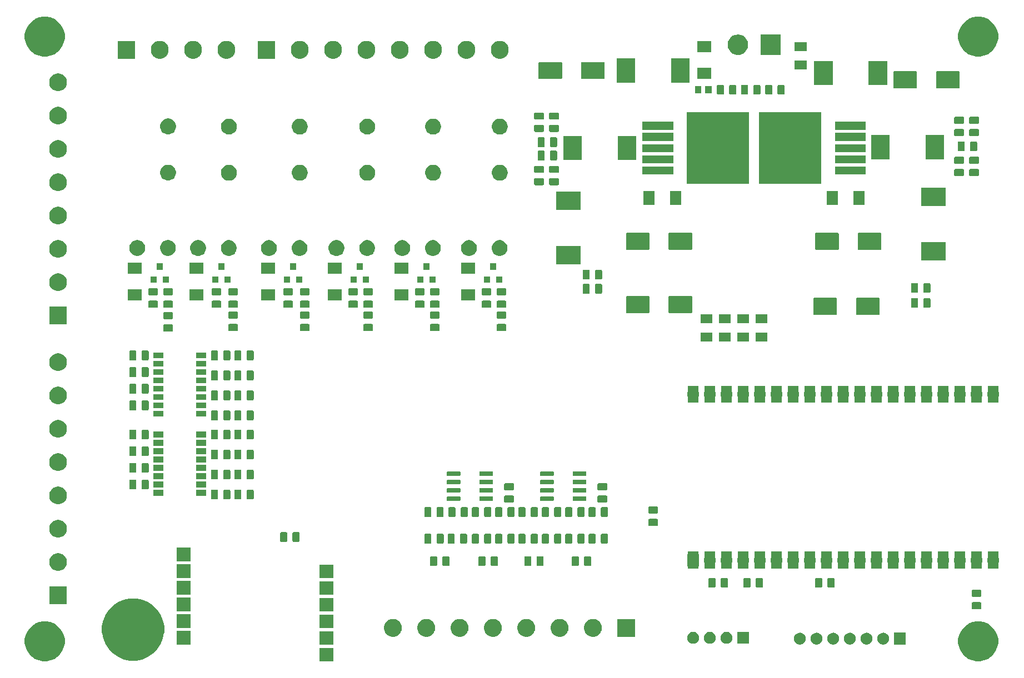
<source format=gbr>
G04 #@! TF.GenerationSoftware,KiCad,Pcbnew,(5.1.5)-3*
G04 #@! TF.CreationDate,2020-11-04T13:24:48-03:00*
G04 #@! TF.ProjectId,ESP32-BOARD,45535033-322d-4424-9f41-52442e6b6963,rev?*
G04 #@! TF.SameCoordinates,Original*
G04 #@! TF.FileFunction,Soldermask,Top*
G04 #@! TF.FilePolarity,Negative*
%FSLAX46Y46*%
G04 Gerber Fmt 4.6, Leading zero omitted, Abs format (unit mm)*
G04 Created by KiCad (PCBNEW (5.1.5)-3) date 2020-11-04 13:24:48*
%MOMM*%
%LPD*%
G04 APERTURE LIST*
%ADD10C,0.100000*%
G04 APERTURE END LIST*
D10*
G36*
X139696900Y-142427400D02*
G01*
X137594900Y-142427400D01*
X137594900Y-140325400D01*
X139696900Y-140325400D01*
X139696900Y-142427400D01*
G37*
G36*
X238875243Y-136385248D02*
G01*
X239430489Y-136615238D01*
X239678647Y-136781052D01*
X239930199Y-136949134D01*
X240355166Y-137374101D01*
X240355167Y-137374103D01*
X240689062Y-137873811D01*
X240919052Y-138429057D01*
X241036300Y-139018501D01*
X241036300Y-139619499D01*
X240919052Y-140208943D01*
X240689062Y-140764189D01*
X240658783Y-140809504D01*
X240355166Y-141263899D01*
X239930199Y-141688866D01*
X239872457Y-141727448D01*
X239430489Y-142022762D01*
X238875243Y-142252752D01*
X238285799Y-142370000D01*
X237684801Y-142370000D01*
X237095357Y-142252752D01*
X236540111Y-142022762D01*
X236098143Y-141727448D01*
X236040401Y-141688866D01*
X235615434Y-141263899D01*
X235311817Y-140809504D01*
X235281538Y-140764189D01*
X235051548Y-140208943D01*
X234934300Y-139619499D01*
X234934300Y-139018501D01*
X235051548Y-138429057D01*
X235281538Y-137873811D01*
X235615433Y-137374103D01*
X235615434Y-137374101D01*
X236040401Y-136949134D01*
X236291953Y-136781052D01*
X236540111Y-136615238D01*
X237095357Y-136385248D01*
X237684801Y-136268000D01*
X238285799Y-136268000D01*
X238875243Y-136385248D01*
G37*
G36*
X96635243Y-136385248D02*
G01*
X97190489Y-136615238D01*
X97438647Y-136781052D01*
X97690199Y-136949134D01*
X98115166Y-137374101D01*
X98115167Y-137374103D01*
X98449062Y-137873811D01*
X98679052Y-138429057D01*
X98796300Y-139018501D01*
X98796300Y-139619499D01*
X98679052Y-140208943D01*
X98449062Y-140764189D01*
X98418783Y-140809504D01*
X98115166Y-141263899D01*
X97690199Y-141688866D01*
X97632457Y-141727448D01*
X97190489Y-142022762D01*
X96635243Y-142252752D01*
X96045799Y-142370000D01*
X95444801Y-142370000D01*
X94855357Y-142252752D01*
X94300111Y-142022762D01*
X93858143Y-141727448D01*
X93800401Y-141688866D01*
X93375434Y-141263899D01*
X93071817Y-140809504D01*
X93041538Y-140764189D01*
X92811548Y-140208943D01*
X92694300Y-139619499D01*
X92694300Y-139018501D01*
X92811548Y-138429057D01*
X93041538Y-137873811D01*
X93375433Y-137374103D01*
X93375434Y-137374101D01*
X93800401Y-136949134D01*
X94051953Y-136781052D01*
X94300111Y-136615238D01*
X94855357Y-136385248D01*
X95444801Y-136268000D01*
X96045799Y-136268000D01*
X96635243Y-136385248D01*
G37*
G36*
X109876327Y-132830000D02*
G01*
X110593116Y-132972578D01*
X111457742Y-133330718D01*
X112235886Y-133850657D01*
X112897643Y-134512414D01*
X113417582Y-135290558D01*
X113775722Y-136155184D01*
X113830125Y-136428686D01*
X113958300Y-137073066D01*
X113958300Y-138008934D01*
X113937968Y-138111148D01*
X113775722Y-138926816D01*
X113417582Y-139791442D01*
X112897643Y-140569586D01*
X112235886Y-141231343D01*
X111457742Y-141751282D01*
X110593116Y-142109422D01*
X110090924Y-142209314D01*
X109675234Y-142292000D01*
X108739366Y-142292000D01*
X108323676Y-142209314D01*
X107821484Y-142109422D01*
X106956858Y-141751282D01*
X106178714Y-141231343D01*
X105516957Y-140569586D01*
X104997018Y-139791442D01*
X104638878Y-138926816D01*
X104476632Y-138111148D01*
X104456300Y-138008934D01*
X104456300Y-137073066D01*
X104584475Y-136428686D01*
X104638878Y-136155184D01*
X104997018Y-135290558D01*
X105516957Y-134512414D01*
X106178714Y-133850657D01*
X106956858Y-133330718D01*
X107821484Y-132972578D01*
X108538273Y-132830000D01*
X108739366Y-132790000D01*
X109675234Y-132790000D01*
X109876327Y-132830000D01*
G37*
G36*
X139696900Y-139887400D02*
G01*
X137594900Y-139887400D01*
X137594900Y-137785400D01*
X139696900Y-137785400D01*
X139696900Y-139887400D01*
G37*
G36*
X117954500Y-139862000D02*
G01*
X115852500Y-139862000D01*
X115852500Y-137760000D01*
X117954500Y-137760000D01*
X117954500Y-139862000D01*
G37*
G36*
X223633512Y-138041927D02*
G01*
X223782812Y-138071624D01*
X223946784Y-138139544D01*
X224094354Y-138238147D01*
X224219853Y-138363646D01*
X224318456Y-138511216D01*
X224386376Y-138675188D01*
X224421000Y-138849259D01*
X224421000Y-139026741D01*
X224386376Y-139200812D01*
X224318456Y-139364784D01*
X224219853Y-139512354D01*
X224094354Y-139637853D01*
X223946784Y-139736456D01*
X223782812Y-139804376D01*
X223633512Y-139834073D01*
X223608742Y-139839000D01*
X223431258Y-139839000D01*
X223406488Y-139834073D01*
X223257188Y-139804376D01*
X223093216Y-139736456D01*
X222945646Y-139637853D01*
X222820147Y-139512354D01*
X222721544Y-139364784D01*
X222653624Y-139200812D01*
X222619000Y-139026741D01*
X222619000Y-138849259D01*
X222653624Y-138675188D01*
X222721544Y-138511216D01*
X222820147Y-138363646D01*
X222945646Y-138238147D01*
X223093216Y-138139544D01*
X223257188Y-138071624D01*
X223406488Y-138041927D01*
X223431258Y-138037000D01*
X223608742Y-138037000D01*
X223633512Y-138041927D01*
G37*
G36*
X221093512Y-138041927D02*
G01*
X221242812Y-138071624D01*
X221406784Y-138139544D01*
X221554354Y-138238147D01*
X221679853Y-138363646D01*
X221778456Y-138511216D01*
X221846376Y-138675188D01*
X221881000Y-138849259D01*
X221881000Y-139026741D01*
X221846376Y-139200812D01*
X221778456Y-139364784D01*
X221679853Y-139512354D01*
X221554354Y-139637853D01*
X221406784Y-139736456D01*
X221242812Y-139804376D01*
X221093512Y-139834073D01*
X221068742Y-139839000D01*
X220891258Y-139839000D01*
X220866488Y-139834073D01*
X220717188Y-139804376D01*
X220553216Y-139736456D01*
X220405646Y-139637853D01*
X220280147Y-139512354D01*
X220181544Y-139364784D01*
X220113624Y-139200812D01*
X220079000Y-139026741D01*
X220079000Y-138849259D01*
X220113624Y-138675188D01*
X220181544Y-138511216D01*
X220280147Y-138363646D01*
X220405646Y-138238147D01*
X220553216Y-138139544D01*
X220717188Y-138071624D01*
X220866488Y-138041927D01*
X220891258Y-138037000D01*
X221068742Y-138037000D01*
X221093512Y-138041927D01*
G37*
G36*
X218553512Y-138041927D02*
G01*
X218702812Y-138071624D01*
X218866784Y-138139544D01*
X219014354Y-138238147D01*
X219139853Y-138363646D01*
X219238456Y-138511216D01*
X219306376Y-138675188D01*
X219341000Y-138849259D01*
X219341000Y-139026741D01*
X219306376Y-139200812D01*
X219238456Y-139364784D01*
X219139853Y-139512354D01*
X219014354Y-139637853D01*
X218866784Y-139736456D01*
X218702812Y-139804376D01*
X218553512Y-139834073D01*
X218528742Y-139839000D01*
X218351258Y-139839000D01*
X218326488Y-139834073D01*
X218177188Y-139804376D01*
X218013216Y-139736456D01*
X217865646Y-139637853D01*
X217740147Y-139512354D01*
X217641544Y-139364784D01*
X217573624Y-139200812D01*
X217539000Y-139026741D01*
X217539000Y-138849259D01*
X217573624Y-138675188D01*
X217641544Y-138511216D01*
X217740147Y-138363646D01*
X217865646Y-138238147D01*
X218013216Y-138139544D01*
X218177188Y-138071624D01*
X218326488Y-138041927D01*
X218351258Y-138037000D01*
X218528742Y-138037000D01*
X218553512Y-138041927D01*
G37*
G36*
X213473512Y-138041927D02*
G01*
X213622812Y-138071624D01*
X213786784Y-138139544D01*
X213934354Y-138238147D01*
X214059853Y-138363646D01*
X214158456Y-138511216D01*
X214226376Y-138675188D01*
X214261000Y-138849259D01*
X214261000Y-139026741D01*
X214226376Y-139200812D01*
X214158456Y-139364784D01*
X214059853Y-139512354D01*
X213934354Y-139637853D01*
X213786784Y-139736456D01*
X213622812Y-139804376D01*
X213473512Y-139834073D01*
X213448742Y-139839000D01*
X213271258Y-139839000D01*
X213246488Y-139834073D01*
X213097188Y-139804376D01*
X212933216Y-139736456D01*
X212785646Y-139637853D01*
X212660147Y-139512354D01*
X212561544Y-139364784D01*
X212493624Y-139200812D01*
X212459000Y-139026741D01*
X212459000Y-138849259D01*
X212493624Y-138675188D01*
X212561544Y-138511216D01*
X212660147Y-138363646D01*
X212785646Y-138238147D01*
X212933216Y-138139544D01*
X213097188Y-138071624D01*
X213246488Y-138041927D01*
X213271258Y-138037000D01*
X213448742Y-138037000D01*
X213473512Y-138041927D01*
G37*
G36*
X210933512Y-138041927D02*
G01*
X211082812Y-138071624D01*
X211246784Y-138139544D01*
X211394354Y-138238147D01*
X211519853Y-138363646D01*
X211618456Y-138511216D01*
X211686376Y-138675188D01*
X211721000Y-138849259D01*
X211721000Y-139026741D01*
X211686376Y-139200812D01*
X211618456Y-139364784D01*
X211519853Y-139512354D01*
X211394354Y-139637853D01*
X211246784Y-139736456D01*
X211082812Y-139804376D01*
X210933512Y-139834073D01*
X210908742Y-139839000D01*
X210731258Y-139839000D01*
X210706488Y-139834073D01*
X210557188Y-139804376D01*
X210393216Y-139736456D01*
X210245646Y-139637853D01*
X210120147Y-139512354D01*
X210021544Y-139364784D01*
X209953624Y-139200812D01*
X209919000Y-139026741D01*
X209919000Y-138849259D01*
X209953624Y-138675188D01*
X210021544Y-138511216D01*
X210120147Y-138363646D01*
X210245646Y-138238147D01*
X210393216Y-138139544D01*
X210557188Y-138071624D01*
X210706488Y-138041927D01*
X210731258Y-138037000D01*
X210908742Y-138037000D01*
X210933512Y-138041927D01*
G37*
G36*
X216013512Y-138041927D02*
G01*
X216162812Y-138071624D01*
X216326784Y-138139544D01*
X216474354Y-138238147D01*
X216599853Y-138363646D01*
X216698456Y-138511216D01*
X216766376Y-138675188D01*
X216801000Y-138849259D01*
X216801000Y-139026741D01*
X216766376Y-139200812D01*
X216698456Y-139364784D01*
X216599853Y-139512354D01*
X216474354Y-139637853D01*
X216326784Y-139736456D01*
X216162812Y-139804376D01*
X216013512Y-139834073D01*
X215988742Y-139839000D01*
X215811258Y-139839000D01*
X215786488Y-139834073D01*
X215637188Y-139804376D01*
X215473216Y-139736456D01*
X215325646Y-139637853D01*
X215200147Y-139512354D01*
X215101544Y-139364784D01*
X215033624Y-139200812D01*
X214999000Y-139026741D01*
X214999000Y-138849259D01*
X215033624Y-138675188D01*
X215101544Y-138511216D01*
X215200147Y-138363646D01*
X215325646Y-138238147D01*
X215473216Y-138139544D01*
X215637188Y-138071624D01*
X215786488Y-138041927D01*
X215811258Y-138037000D01*
X215988742Y-138037000D01*
X216013512Y-138041927D01*
G37*
G36*
X226961000Y-139839000D02*
G01*
X225159000Y-139839000D01*
X225159000Y-138037000D01*
X226961000Y-138037000D01*
X226961000Y-139839000D01*
G37*
G36*
X197204812Y-137914927D02*
G01*
X197354112Y-137944624D01*
X197518084Y-138012544D01*
X197665654Y-138111147D01*
X197791153Y-138236646D01*
X197889756Y-138384216D01*
X197957676Y-138548188D01*
X197992300Y-138722259D01*
X197992300Y-138899741D01*
X197957676Y-139073812D01*
X197889756Y-139237784D01*
X197791153Y-139385354D01*
X197665654Y-139510853D01*
X197518084Y-139609456D01*
X197354112Y-139677376D01*
X197204812Y-139707073D01*
X197180042Y-139712000D01*
X197002558Y-139712000D01*
X196977788Y-139707073D01*
X196828488Y-139677376D01*
X196664516Y-139609456D01*
X196516946Y-139510853D01*
X196391447Y-139385354D01*
X196292844Y-139237784D01*
X196224924Y-139073812D01*
X196190300Y-138899741D01*
X196190300Y-138722259D01*
X196224924Y-138548188D01*
X196292844Y-138384216D01*
X196391447Y-138236646D01*
X196516946Y-138111147D01*
X196664516Y-138012544D01*
X196828488Y-137944624D01*
X196977788Y-137914927D01*
X197002558Y-137910000D01*
X197180042Y-137910000D01*
X197204812Y-137914927D01*
G37*
G36*
X199744812Y-137914927D02*
G01*
X199894112Y-137944624D01*
X200058084Y-138012544D01*
X200205654Y-138111147D01*
X200331153Y-138236646D01*
X200429756Y-138384216D01*
X200497676Y-138548188D01*
X200532300Y-138722259D01*
X200532300Y-138899741D01*
X200497676Y-139073812D01*
X200429756Y-139237784D01*
X200331153Y-139385354D01*
X200205654Y-139510853D01*
X200058084Y-139609456D01*
X199894112Y-139677376D01*
X199744812Y-139707073D01*
X199720042Y-139712000D01*
X199542558Y-139712000D01*
X199517788Y-139707073D01*
X199368488Y-139677376D01*
X199204516Y-139609456D01*
X199056946Y-139510853D01*
X198931447Y-139385354D01*
X198832844Y-139237784D01*
X198764924Y-139073812D01*
X198730300Y-138899741D01*
X198730300Y-138722259D01*
X198764924Y-138548188D01*
X198832844Y-138384216D01*
X198931447Y-138236646D01*
X199056946Y-138111147D01*
X199204516Y-138012544D01*
X199368488Y-137944624D01*
X199517788Y-137914927D01*
X199542558Y-137910000D01*
X199720042Y-137910000D01*
X199744812Y-137914927D01*
G37*
G36*
X203072300Y-139712000D02*
G01*
X201270300Y-139712000D01*
X201270300Y-137910000D01*
X203072300Y-137910000D01*
X203072300Y-139712000D01*
G37*
G36*
X194664812Y-137914927D02*
G01*
X194814112Y-137944624D01*
X194978084Y-138012544D01*
X195125654Y-138111147D01*
X195251153Y-138236646D01*
X195349756Y-138384216D01*
X195417676Y-138548188D01*
X195452300Y-138722259D01*
X195452300Y-138899741D01*
X195417676Y-139073812D01*
X195349756Y-139237784D01*
X195251153Y-139385354D01*
X195125654Y-139510853D01*
X194978084Y-139609456D01*
X194814112Y-139677376D01*
X194664812Y-139707073D01*
X194640042Y-139712000D01*
X194462558Y-139712000D01*
X194437788Y-139707073D01*
X194288488Y-139677376D01*
X194124516Y-139609456D01*
X193976946Y-139510853D01*
X193851447Y-139385354D01*
X193752844Y-139237784D01*
X193684924Y-139073812D01*
X193650300Y-138899741D01*
X193650300Y-138722259D01*
X193684924Y-138548188D01*
X193752844Y-138384216D01*
X193851447Y-138236646D01*
X193976946Y-138111147D01*
X194124516Y-138012544D01*
X194288488Y-137944624D01*
X194437788Y-137914927D01*
X194462558Y-137910000D01*
X194640042Y-137910000D01*
X194664812Y-137914927D01*
G37*
G36*
X149199972Y-135987918D02*
G01*
X149445839Y-136089759D01*
X149543754Y-136155184D01*
X149667111Y-136237609D01*
X149855291Y-136425789D01*
X150003142Y-136647063D01*
X150076191Y-136823420D01*
X150104982Y-136892928D01*
X150156900Y-137153938D01*
X150156900Y-137420062D01*
X150104982Y-137681072D01*
X150003141Y-137926939D01*
X149974352Y-137970024D01*
X149855291Y-138148211D01*
X149667111Y-138336391D01*
X149595536Y-138384216D01*
X149445839Y-138484241D01*
X149445838Y-138484242D01*
X149445837Y-138484242D01*
X149199972Y-138586082D01*
X148938963Y-138638000D01*
X148672837Y-138638000D01*
X148411828Y-138586082D01*
X148165963Y-138484242D01*
X148165962Y-138484242D01*
X148165961Y-138484241D01*
X148016264Y-138384216D01*
X147944689Y-138336391D01*
X147756509Y-138148211D01*
X147637448Y-137970024D01*
X147608659Y-137926939D01*
X147506818Y-137681072D01*
X147454900Y-137420062D01*
X147454900Y-137153938D01*
X147506818Y-136892928D01*
X147535609Y-136823420D01*
X147608658Y-136647063D01*
X147756509Y-136425789D01*
X147944689Y-136237609D01*
X148068046Y-136155184D01*
X148165961Y-136089759D01*
X148411828Y-135987918D01*
X148672837Y-135936000D01*
X148938963Y-135936000D01*
X149199972Y-135987918D01*
G37*
G36*
X164439972Y-135987918D02*
G01*
X164685839Y-136089759D01*
X164783754Y-136155184D01*
X164907111Y-136237609D01*
X165095291Y-136425789D01*
X165243142Y-136647063D01*
X165316191Y-136823420D01*
X165344982Y-136892928D01*
X165396900Y-137153938D01*
X165396900Y-137420062D01*
X165344982Y-137681072D01*
X165243141Y-137926939D01*
X165214352Y-137970024D01*
X165095291Y-138148211D01*
X164907111Y-138336391D01*
X164835536Y-138384216D01*
X164685839Y-138484241D01*
X164685838Y-138484242D01*
X164685837Y-138484242D01*
X164439972Y-138586082D01*
X164178963Y-138638000D01*
X163912837Y-138638000D01*
X163651828Y-138586082D01*
X163405963Y-138484242D01*
X163405962Y-138484242D01*
X163405961Y-138484241D01*
X163256264Y-138384216D01*
X163184689Y-138336391D01*
X162996509Y-138148211D01*
X162877448Y-137970024D01*
X162848659Y-137926939D01*
X162746818Y-137681072D01*
X162694900Y-137420062D01*
X162694900Y-137153938D01*
X162746818Y-136892928D01*
X162775609Y-136823420D01*
X162848658Y-136647063D01*
X162996509Y-136425789D01*
X163184689Y-136237609D01*
X163308046Y-136155184D01*
X163405961Y-136089759D01*
X163651828Y-135987918D01*
X163912837Y-135936000D01*
X164178963Y-135936000D01*
X164439972Y-135987918D01*
G37*
G36*
X169519972Y-135987918D02*
G01*
X169765839Y-136089759D01*
X169863754Y-136155184D01*
X169987111Y-136237609D01*
X170175291Y-136425789D01*
X170323142Y-136647063D01*
X170396191Y-136823420D01*
X170424982Y-136892928D01*
X170476900Y-137153938D01*
X170476900Y-137420062D01*
X170424982Y-137681072D01*
X170323141Y-137926939D01*
X170294352Y-137970024D01*
X170175291Y-138148211D01*
X169987111Y-138336391D01*
X169915536Y-138384216D01*
X169765839Y-138484241D01*
X169765838Y-138484242D01*
X169765837Y-138484242D01*
X169519972Y-138586082D01*
X169258963Y-138638000D01*
X168992837Y-138638000D01*
X168731828Y-138586082D01*
X168485963Y-138484242D01*
X168485962Y-138484242D01*
X168485961Y-138484241D01*
X168336264Y-138384216D01*
X168264689Y-138336391D01*
X168076509Y-138148211D01*
X167957448Y-137970024D01*
X167928659Y-137926939D01*
X167826818Y-137681072D01*
X167774900Y-137420062D01*
X167774900Y-137153938D01*
X167826818Y-136892928D01*
X167855609Y-136823420D01*
X167928658Y-136647063D01*
X168076509Y-136425789D01*
X168264689Y-136237609D01*
X168388046Y-136155184D01*
X168485961Y-136089759D01*
X168731828Y-135987918D01*
X168992837Y-135936000D01*
X169258963Y-135936000D01*
X169519972Y-135987918D01*
G37*
G36*
X174599972Y-135987918D02*
G01*
X174845839Y-136089759D01*
X174943754Y-136155184D01*
X175067111Y-136237609D01*
X175255291Y-136425789D01*
X175403142Y-136647063D01*
X175476191Y-136823420D01*
X175504982Y-136892928D01*
X175556900Y-137153938D01*
X175556900Y-137420062D01*
X175504982Y-137681072D01*
X175403141Y-137926939D01*
X175374352Y-137970024D01*
X175255291Y-138148211D01*
X175067111Y-138336391D01*
X174995536Y-138384216D01*
X174845839Y-138484241D01*
X174845838Y-138484242D01*
X174845837Y-138484242D01*
X174599972Y-138586082D01*
X174338963Y-138638000D01*
X174072837Y-138638000D01*
X173811828Y-138586082D01*
X173565963Y-138484242D01*
X173565962Y-138484242D01*
X173565961Y-138484241D01*
X173416264Y-138384216D01*
X173344689Y-138336391D01*
X173156509Y-138148211D01*
X173037448Y-137970024D01*
X173008659Y-137926939D01*
X172906818Y-137681072D01*
X172854900Y-137420062D01*
X172854900Y-137153938D01*
X172906818Y-136892928D01*
X172935609Y-136823420D01*
X173008658Y-136647063D01*
X173156509Y-136425789D01*
X173344689Y-136237609D01*
X173468046Y-136155184D01*
X173565961Y-136089759D01*
X173811828Y-135987918D01*
X174072837Y-135936000D01*
X174338963Y-135936000D01*
X174599972Y-135987918D01*
G37*
G36*
X159359972Y-135987918D02*
G01*
X159605839Y-136089759D01*
X159703754Y-136155184D01*
X159827111Y-136237609D01*
X160015291Y-136425789D01*
X160163142Y-136647063D01*
X160236191Y-136823420D01*
X160264982Y-136892928D01*
X160316900Y-137153938D01*
X160316900Y-137420062D01*
X160264982Y-137681072D01*
X160163141Y-137926939D01*
X160134352Y-137970024D01*
X160015291Y-138148211D01*
X159827111Y-138336391D01*
X159755536Y-138384216D01*
X159605839Y-138484241D01*
X159605838Y-138484242D01*
X159605837Y-138484242D01*
X159359972Y-138586082D01*
X159098963Y-138638000D01*
X158832837Y-138638000D01*
X158571828Y-138586082D01*
X158325963Y-138484242D01*
X158325962Y-138484242D01*
X158325961Y-138484241D01*
X158176264Y-138384216D01*
X158104689Y-138336391D01*
X157916509Y-138148211D01*
X157797448Y-137970024D01*
X157768659Y-137926939D01*
X157666818Y-137681072D01*
X157614900Y-137420062D01*
X157614900Y-137153938D01*
X157666818Y-136892928D01*
X157695609Y-136823420D01*
X157768658Y-136647063D01*
X157916509Y-136425789D01*
X158104689Y-136237609D01*
X158228046Y-136155184D01*
X158325961Y-136089759D01*
X158571828Y-135987918D01*
X158832837Y-135936000D01*
X159098963Y-135936000D01*
X159359972Y-135987918D01*
G37*
G36*
X154279972Y-135987918D02*
G01*
X154525839Y-136089759D01*
X154623754Y-136155184D01*
X154747111Y-136237609D01*
X154935291Y-136425789D01*
X155083142Y-136647063D01*
X155156191Y-136823420D01*
X155184982Y-136892928D01*
X155236900Y-137153938D01*
X155236900Y-137420062D01*
X155184982Y-137681072D01*
X155083141Y-137926939D01*
X155054352Y-137970024D01*
X154935291Y-138148211D01*
X154747111Y-138336391D01*
X154675536Y-138384216D01*
X154525839Y-138484241D01*
X154525838Y-138484242D01*
X154525837Y-138484242D01*
X154279972Y-138586082D01*
X154018963Y-138638000D01*
X153752837Y-138638000D01*
X153491828Y-138586082D01*
X153245963Y-138484242D01*
X153245962Y-138484242D01*
X153245961Y-138484241D01*
X153096264Y-138384216D01*
X153024689Y-138336391D01*
X152836509Y-138148211D01*
X152717448Y-137970024D01*
X152688659Y-137926939D01*
X152586818Y-137681072D01*
X152534900Y-137420062D01*
X152534900Y-137153938D01*
X152586818Y-136892928D01*
X152615609Y-136823420D01*
X152688658Y-136647063D01*
X152836509Y-136425789D01*
X153024689Y-136237609D01*
X153148046Y-136155184D01*
X153245961Y-136089759D01*
X153491828Y-135987918D01*
X153752837Y-135936000D01*
X154018963Y-135936000D01*
X154279972Y-135987918D01*
G37*
G36*
X179679972Y-135987918D02*
G01*
X179925839Y-136089759D01*
X180023754Y-136155184D01*
X180147111Y-136237609D01*
X180335291Y-136425789D01*
X180483142Y-136647063D01*
X180556191Y-136823420D01*
X180584982Y-136892928D01*
X180636900Y-137153938D01*
X180636900Y-137420062D01*
X180584982Y-137681072D01*
X180483141Y-137926939D01*
X180454352Y-137970024D01*
X180335291Y-138148211D01*
X180147111Y-138336391D01*
X180075536Y-138384216D01*
X179925839Y-138484241D01*
X179925838Y-138484242D01*
X179925837Y-138484242D01*
X179679972Y-138586082D01*
X179418963Y-138638000D01*
X179152837Y-138638000D01*
X178891828Y-138586082D01*
X178645963Y-138484242D01*
X178645962Y-138484242D01*
X178645961Y-138484241D01*
X178496264Y-138384216D01*
X178424689Y-138336391D01*
X178236509Y-138148211D01*
X178117448Y-137970024D01*
X178088659Y-137926939D01*
X177986818Y-137681072D01*
X177934900Y-137420062D01*
X177934900Y-137153938D01*
X177986818Y-136892928D01*
X178015609Y-136823420D01*
X178088658Y-136647063D01*
X178236509Y-136425789D01*
X178424689Y-136237609D01*
X178548046Y-136155184D01*
X178645961Y-136089759D01*
X178891828Y-135987918D01*
X179152837Y-135936000D01*
X179418963Y-135936000D01*
X179679972Y-135987918D01*
G37*
G36*
X185716900Y-138638000D02*
G01*
X183014900Y-138638000D01*
X183014900Y-135936000D01*
X185716900Y-135936000D01*
X185716900Y-138638000D01*
G37*
G36*
X139696900Y-137347400D02*
G01*
X137594900Y-137347400D01*
X137594900Y-135245400D01*
X139696900Y-135245400D01*
X139696900Y-137347400D01*
G37*
G36*
X117954500Y-137322000D02*
G01*
X115852500Y-137322000D01*
X115852500Y-135220000D01*
X117954500Y-135220000D01*
X117954500Y-137322000D01*
G37*
G36*
X139696900Y-134807400D02*
G01*
X137594900Y-134807400D01*
X137594900Y-132705400D01*
X139696900Y-132705400D01*
X139696900Y-134807400D01*
G37*
G36*
X117954500Y-134782000D02*
G01*
X115852500Y-134782000D01*
X115852500Y-132680000D01*
X117954500Y-132680000D01*
X117954500Y-134782000D01*
G37*
G36*
X238315768Y-133372565D02*
G01*
X238354438Y-133384296D01*
X238390077Y-133403346D01*
X238421317Y-133428983D01*
X238446954Y-133460223D01*
X238466004Y-133495862D01*
X238477735Y-133534532D01*
X238482300Y-133580888D01*
X238482300Y-134232112D01*
X238477735Y-134278468D01*
X238466004Y-134317138D01*
X238446954Y-134352777D01*
X238421317Y-134384017D01*
X238390077Y-134409654D01*
X238354438Y-134428704D01*
X238315768Y-134440435D01*
X238269412Y-134445000D01*
X237193188Y-134445000D01*
X237146832Y-134440435D01*
X237108162Y-134428704D01*
X237072523Y-134409654D01*
X237041283Y-134384017D01*
X237015646Y-134352777D01*
X236996596Y-134317138D01*
X236984865Y-134278468D01*
X236980300Y-134232112D01*
X236980300Y-133580888D01*
X236984865Y-133534532D01*
X236996596Y-133495862D01*
X237015646Y-133460223D01*
X237041283Y-133428983D01*
X237072523Y-133403346D01*
X237108162Y-133384296D01*
X237146832Y-133372565D01*
X237193188Y-133368000D01*
X238269412Y-133368000D01*
X238315768Y-133372565D01*
G37*
G36*
X99128300Y-133685000D02*
G01*
X96426300Y-133685000D01*
X96426300Y-130983000D01*
X99128300Y-130983000D01*
X99128300Y-133685000D01*
G37*
G36*
X238315768Y-131497565D02*
G01*
X238354438Y-131509296D01*
X238390077Y-131528346D01*
X238421317Y-131553983D01*
X238446954Y-131585223D01*
X238466004Y-131620862D01*
X238477735Y-131659532D01*
X238482300Y-131705888D01*
X238482300Y-132357112D01*
X238477735Y-132403468D01*
X238466004Y-132442138D01*
X238446954Y-132477777D01*
X238421317Y-132509017D01*
X238390077Y-132534654D01*
X238354438Y-132553704D01*
X238315768Y-132565435D01*
X238269412Y-132570000D01*
X237193188Y-132570000D01*
X237146832Y-132565435D01*
X237108162Y-132553704D01*
X237072523Y-132534654D01*
X237041283Y-132509017D01*
X237015646Y-132477777D01*
X236996596Y-132442138D01*
X236984865Y-132403468D01*
X236980300Y-132357112D01*
X236980300Y-131705888D01*
X236984865Y-131659532D01*
X236996596Y-131620862D01*
X237015646Y-131585223D01*
X237041283Y-131553983D01*
X237072523Y-131528346D01*
X237108162Y-131509296D01*
X237146832Y-131497565D01*
X237193188Y-131493000D01*
X238269412Y-131493000D01*
X238315768Y-131497565D01*
G37*
G36*
X139696900Y-132267400D02*
G01*
X137594900Y-132267400D01*
X137594900Y-130165400D01*
X139696900Y-130165400D01*
X139696900Y-132267400D01*
G37*
G36*
X117954500Y-132242000D02*
G01*
X115852500Y-132242000D01*
X115852500Y-130140000D01*
X117954500Y-130140000D01*
X117954500Y-132242000D01*
G37*
G36*
X205004768Y-129682565D02*
G01*
X205043438Y-129694296D01*
X205079077Y-129713346D01*
X205110317Y-129738983D01*
X205135954Y-129770223D01*
X205155004Y-129805862D01*
X205166735Y-129844532D01*
X205171300Y-129890888D01*
X205171300Y-130967112D01*
X205166735Y-131013468D01*
X205155004Y-131052138D01*
X205135954Y-131087777D01*
X205110317Y-131119017D01*
X205079077Y-131144654D01*
X205043438Y-131163704D01*
X205004768Y-131175435D01*
X204958412Y-131180000D01*
X204307188Y-131180000D01*
X204260832Y-131175435D01*
X204222162Y-131163704D01*
X204186523Y-131144654D01*
X204155283Y-131119017D01*
X204129646Y-131087777D01*
X204110596Y-131052138D01*
X204098865Y-131013468D01*
X204094300Y-130967112D01*
X204094300Y-129890888D01*
X204098865Y-129844532D01*
X204110596Y-129805862D01*
X204129646Y-129770223D01*
X204155283Y-129738983D01*
X204186523Y-129713346D01*
X204222162Y-129694296D01*
X204260832Y-129682565D01*
X204307188Y-129678000D01*
X204958412Y-129678000D01*
X205004768Y-129682565D01*
G37*
G36*
X215926768Y-129682565D02*
G01*
X215965438Y-129694296D01*
X216001077Y-129713346D01*
X216032317Y-129738983D01*
X216057954Y-129770223D01*
X216077004Y-129805862D01*
X216088735Y-129844532D01*
X216093300Y-129890888D01*
X216093300Y-130967112D01*
X216088735Y-131013468D01*
X216077004Y-131052138D01*
X216057954Y-131087777D01*
X216032317Y-131119017D01*
X216001077Y-131144654D01*
X215965438Y-131163704D01*
X215926768Y-131175435D01*
X215880412Y-131180000D01*
X215229188Y-131180000D01*
X215182832Y-131175435D01*
X215144162Y-131163704D01*
X215108523Y-131144654D01*
X215077283Y-131119017D01*
X215051646Y-131087777D01*
X215032596Y-131052138D01*
X215020865Y-131013468D01*
X215016300Y-130967112D01*
X215016300Y-129890888D01*
X215020865Y-129844532D01*
X215032596Y-129805862D01*
X215051646Y-129770223D01*
X215077283Y-129738983D01*
X215108523Y-129713346D01*
X215144162Y-129694296D01*
X215182832Y-129682565D01*
X215229188Y-129678000D01*
X215880412Y-129678000D01*
X215926768Y-129682565D01*
G37*
G36*
X197795768Y-129682565D02*
G01*
X197834438Y-129694296D01*
X197870077Y-129713346D01*
X197901317Y-129738983D01*
X197926954Y-129770223D01*
X197946004Y-129805862D01*
X197957735Y-129844532D01*
X197962300Y-129890888D01*
X197962300Y-130967112D01*
X197957735Y-131013468D01*
X197946004Y-131052138D01*
X197926954Y-131087777D01*
X197901317Y-131119017D01*
X197870077Y-131144654D01*
X197834438Y-131163704D01*
X197795768Y-131175435D01*
X197749412Y-131180000D01*
X197098188Y-131180000D01*
X197051832Y-131175435D01*
X197013162Y-131163704D01*
X196977523Y-131144654D01*
X196946283Y-131119017D01*
X196920646Y-131087777D01*
X196901596Y-131052138D01*
X196889865Y-131013468D01*
X196885300Y-130967112D01*
X196885300Y-129890888D01*
X196889865Y-129844532D01*
X196901596Y-129805862D01*
X196920646Y-129770223D01*
X196946283Y-129738983D01*
X196977523Y-129713346D01*
X197013162Y-129694296D01*
X197051832Y-129682565D01*
X197098188Y-129678000D01*
X197749412Y-129678000D01*
X197795768Y-129682565D01*
G37*
G36*
X199670768Y-129682565D02*
G01*
X199709438Y-129694296D01*
X199745077Y-129713346D01*
X199776317Y-129738983D01*
X199801954Y-129770223D01*
X199821004Y-129805862D01*
X199832735Y-129844532D01*
X199837300Y-129890888D01*
X199837300Y-130967112D01*
X199832735Y-131013468D01*
X199821004Y-131052138D01*
X199801954Y-131087777D01*
X199776317Y-131119017D01*
X199745077Y-131144654D01*
X199709438Y-131163704D01*
X199670768Y-131175435D01*
X199624412Y-131180000D01*
X198973188Y-131180000D01*
X198926832Y-131175435D01*
X198888162Y-131163704D01*
X198852523Y-131144654D01*
X198821283Y-131119017D01*
X198795646Y-131087777D01*
X198776596Y-131052138D01*
X198764865Y-131013468D01*
X198760300Y-130967112D01*
X198760300Y-129890888D01*
X198764865Y-129844532D01*
X198776596Y-129805862D01*
X198795646Y-129770223D01*
X198821283Y-129738983D01*
X198852523Y-129713346D01*
X198888162Y-129694296D01*
X198926832Y-129682565D01*
X198973188Y-129678000D01*
X199624412Y-129678000D01*
X199670768Y-129682565D01*
G37*
G36*
X203129768Y-129682565D02*
G01*
X203168438Y-129694296D01*
X203204077Y-129713346D01*
X203235317Y-129738983D01*
X203260954Y-129770223D01*
X203280004Y-129805862D01*
X203291735Y-129844532D01*
X203296300Y-129890888D01*
X203296300Y-130967112D01*
X203291735Y-131013468D01*
X203280004Y-131052138D01*
X203260954Y-131087777D01*
X203235317Y-131119017D01*
X203204077Y-131144654D01*
X203168438Y-131163704D01*
X203129768Y-131175435D01*
X203083412Y-131180000D01*
X202432188Y-131180000D01*
X202385832Y-131175435D01*
X202347162Y-131163704D01*
X202311523Y-131144654D01*
X202280283Y-131119017D01*
X202254646Y-131087777D01*
X202235596Y-131052138D01*
X202223865Y-131013468D01*
X202219300Y-130967112D01*
X202219300Y-129890888D01*
X202223865Y-129844532D01*
X202235596Y-129805862D01*
X202254646Y-129770223D01*
X202280283Y-129738983D01*
X202311523Y-129713346D01*
X202347162Y-129694296D01*
X202385832Y-129682565D01*
X202432188Y-129678000D01*
X203083412Y-129678000D01*
X203129768Y-129682565D01*
G37*
G36*
X214051768Y-129682565D02*
G01*
X214090438Y-129694296D01*
X214126077Y-129713346D01*
X214157317Y-129738983D01*
X214182954Y-129770223D01*
X214202004Y-129805862D01*
X214213735Y-129844532D01*
X214218300Y-129890888D01*
X214218300Y-130967112D01*
X214213735Y-131013468D01*
X214202004Y-131052138D01*
X214182954Y-131087777D01*
X214157317Y-131119017D01*
X214126077Y-131144654D01*
X214090438Y-131163704D01*
X214051768Y-131175435D01*
X214005412Y-131180000D01*
X213354188Y-131180000D01*
X213307832Y-131175435D01*
X213269162Y-131163704D01*
X213233523Y-131144654D01*
X213202283Y-131119017D01*
X213176646Y-131087777D01*
X213157596Y-131052138D01*
X213145865Y-131013468D01*
X213141300Y-130967112D01*
X213141300Y-129890888D01*
X213145865Y-129844532D01*
X213157596Y-129805862D01*
X213176646Y-129770223D01*
X213202283Y-129738983D01*
X213233523Y-129713346D01*
X213269162Y-129694296D01*
X213307832Y-129682565D01*
X213354188Y-129678000D01*
X214005412Y-129678000D01*
X214051768Y-129682565D01*
G37*
G36*
X139696900Y-129727400D02*
G01*
X137594900Y-129727400D01*
X137594900Y-127625400D01*
X139696900Y-127625400D01*
X139696900Y-129727400D01*
G37*
G36*
X117954500Y-129702000D02*
G01*
X115852500Y-129702000D01*
X115852500Y-127600000D01*
X117954500Y-127600000D01*
X117954500Y-129702000D01*
G37*
G36*
X98171372Y-125954918D02*
G01*
X98333949Y-126022259D01*
X98417239Y-126056759D01*
X98428203Y-126064085D01*
X98638511Y-126204609D01*
X98826691Y-126392789D01*
X98895429Y-126495663D01*
X98960283Y-126592722D01*
X98974542Y-126614063D01*
X99076382Y-126859928D01*
X99128300Y-127120937D01*
X99128300Y-127387063D01*
X99076382Y-127648072D01*
X98989633Y-127857505D01*
X98974541Y-127893939D01*
X98935235Y-127952764D01*
X98835488Y-128102046D01*
X98826690Y-128115212D01*
X98638512Y-128303390D01*
X98417239Y-128451241D01*
X98417238Y-128451242D01*
X98417237Y-128451242D01*
X98171372Y-128553082D01*
X97910363Y-128605000D01*
X97644237Y-128605000D01*
X97383228Y-128553082D01*
X97137363Y-128451242D01*
X97137362Y-128451242D01*
X97137361Y-128451241D01*
X96916088Y-128303390D01*
X96727910Y-128115212D01*
X96719113Y-128102046D01*
X96619365Y-127952764D01*
X96580059Y-127893939D01*
X96564968Y-127857505D01*
X96478218Y-127648072D01*
X96426300Y-127387063D01*
X96426300Y-127120937D01*
X96478218Y-126859928D01*
X96580058Y-126614063D01*
X96594318Y-126592722D01*
X96659171Y-126495663D01*
X96727909Y-126392789D01*
X96916089Y-126204609D01*
X97126397Y-126064085D01*
X97137361Y-126056759D01*
X97220652Y-126022259D01*
X97383228Y-125954918D01*
X97644237Y-125903000D01*
X97910363Y-125903000D01*
X98171372Y-125954918D01*
G37*
G36*
X238519600Y-126529096D02*
G01*
X238522002Y-126553482D01*
X238529112Y-126576923D01*
X238584976Y-126711788D01*
X238619600Y-126885859D01*
X238619600Y-127063341D01*
X238584976Y-127237412D01*
X238529112Y-127372277D01*
X238522002Y-127395718D01*
X238519600Y-127420104D01*
X238519600Y-128275600D01*
X236917600Y-128275600D01*
X236917600Y-127420104D01*
X236915198Y-127395718D01*
X236908088Y-127372277D01*
X236852224Y-127237412D01*
X236817600Y-127063341D01*
X236817600Y-126885859D01*
X236852224Y-126711788D01*
X236908088Y-126576923D01*
X236915198Y-126553482D01*
X236917600Y-126529096D01*
X236917600Y-125673600D01*
X238519600Y-125673600D01*
X238519600Y-126529096D01*
G37*
G36*
X233439600Y-126529096D02*
G01*
X233442002Y-126553482D01*
X233449112Y-126576923D01*
X233504976Y-126711788D01*
X233539600Y-126885859D01*
X233539600Y-127063341D01*
X233504976Y-127237412D01*
X233449112Y-127372277D01*
X233442002Y-127395718D01*
X233439600Y-127420104D01*
X233439600Y-128275600D01*
X231837600Y-128275600D01*
X231837600Y-127420104D01*
X231835198Y-127395718D01*
X231828088Y-127372277D01*
X231772224Y-127237412D01*
X231737600Y-127063341D01*
X231737600Y-126885859D01*
X231772224Y-126711788D01*
X231828088Y-126576923D01*
X231835198Y-126553482D01*
X231837600Y-126529096D01*
X231837600Y-125673600D01*
X233439600Y-125673600D01*
X233439600Y-126529096D01*
G37*
G36*
X230899600Y-126529096D02*
G01*
X230902002Y-126553482D01*
X230909112Y-126576923D01*
X230964976Y-126711788D01*
X230999600Y-126885859D01*
X230999600Y-127063341D01*
X230964976Y-127237412D01*
X230909112Y-127372277D01*
X230902002Y-127395718D01*
X230899600Y-127420104D01*
X230899600Y-128275600D01*
X229297600Y-128275600D01*
X229297600Y-127420104D01*
X229295198Y-127395718D01*
X229288088Y-127372277D01*
X229232224Y-127237412D01*
X229197600Y-127063341D01*
X229197600Y-126885859D01*
X229232224Y-126711788D01*
X229288088Y-126576923D01*
X229295198Y-126553482D01*
X229297600Y-126529096D01*
X229297600Y-125673600D01*
X230899600Y-125673600D01*
X230899600Y-126529096D01*
G37*
G36*
X228359600Y-126529096D02*
G01*
X228362002Y-126553482D01*
X228369112Y-126576923D01*
X228424976Y-126711788D01*
X228459600Y-126885859D01*
X228459600Y-127063341D01*
X228424976Y-127237412D01*
X228369112Y-127372277D01*
X228362002Y-127395718D01*
X228359600Y-127420104D01*
X228359600Y-128275600D01*
X226757600Y-128275600D01*
X226757600Y-127420104D01*
X226755198Y-127395718D01*
X226748088Y-127372277D01*
X226692224Y-127237412D01*
X226657600Y-127063341D01*
X226657600Y-126885859D01*
X226692224Y-126711788D01*
X226748088Y-126576923D01*
X226755198Y-126553482D01*
X226757600Y-126529096D01*
X226757600Y-125673600D01*
X228359600Y-125673600D01*
X228359600Y-126529096D01*
G37*
G36*
X225819600Y-126529096D02*
G01*
X225822002Y-126553482D01*
X225829112Y-126576923D01*
X225884976Y-126711788D01*
X225919600Y-126885859D01*
X225919600Y-127063341D01*
X225884976Y-127237412D01*
X225829112Y-127372277D01*
X225822002Y-127395718D01*
X225819600Y-127420104D01*
X225819600Y-128275600D01*
X224217600Y-128275600D01*
X224217600Y-127420104D01*
X224215198Y-127395718D01*
X224208088Y-127372277D01*
X224152224Y-127237412D01*
X224117600Y-127063341D01*
X224117600Y-126885859D01*
X224152224Y-126711788D01*
X224208088Y-126576923D01*
X224215198Y-126553482D01*
X224217600Y-126529096D01*
X224217600Y-125673600D01*
X225819600Y-125673600D01*
X225819600Y-126529096D01*
G37*
G36*
X223279600Y-126529096D02*
G01*
X223282002Y-126553482D01*
X223289112Y-126576923D01*
X223344976Y-126711788D01*
X223379600Y-126885859D01*
X223379600Y-127063341D01*
X223344976Y-127237412D01*
X223289112Y-127372277D01*
X223282002Y-127395718D01*
X223279600Y-127420104D01*
X223279600Y-128275600D01*
X221677600Y-128275600D01*
X221677600Y-127420104D01*
X221675198Y-127395718D01*
X221668088Y-127372277D01*
X221612224Y-127237412D01*
X221577600Y-127063341D01*
X221577600Y-126885859D01*
X221612224Y-126711788D01*
X221668088Y-126576923D01*
X221675198Y-126553482D01*
X221677600Y-126529096D01*
X221677600Y-125673600D01*
X223279600Y-125673600D01*
X223279600Y-126529096D01*
G37*
G36*
X220739600Y-126529096D02*
G01*
X220742002Y-126553482D01*
X220749112Y-126576923D01*
X220804976Y-126711788D01*
X220839600Y-126885859D01*
X220839600Y-127063341D01*
X220804976Y-127237412D01*
X220749112Y-127372277D01*
X220742002Y-127395718D01*
X220739600Y-127420104D01*
X220739600Y-128275600D01*
X219137600Y-128275600D01*
X219137600Y-127420104D01*
X219135198Y-127395718D01*
X219128088Y-127372277D01*
X219072224Y-127237412D01*
X219037600Y-127063341D01*
X219037600Y-126885859D01*
X219072224Y-126711788D01*
X219128088Y-126576923D01*
X219135198Y-126553482D01*
X219137600Y-126529096D01*
X219137600Y-125673600D01*
X220739600Y-125673600D01*
X220739600Y-126529096D01*
G37*
G36*
X218199600Y-126529096D02*
G01*
X218202002Y-126553482D01*
X218209112Y-126576923D01*
X218264976Y-126711788D01*
X218299600Y-126885859D01*
X218299600Y-127063341D01*
X218264976Y-127237412D01*
X218209112Y-127372277D01*
X218202002Y-127395718D01*
X218199600Y-127420104D01*
X218199600Y-128275600D01*
X216597600Y-128275600D01*
X216597600Y-127420104D01*
X216595198Y-127395718D01*
X216588088Y-127372277D01*
X216532224Y-127237412D01*
X216497600Y-127063341D01*
X216497600Y-126885859D01*
X216532224Y-126711788D01*
X216588088Y-126576923D01*
X216595198Y-126553482D01*
X216597600Y-126529096D01*
X216597600Y-125673600D01*
X218199600Y-125673600D01*
X218199600Y-126529096D01*
G37*
G36*
X200419600Y-126529096D02*
G01*
X200422002Y-126553482D01*
X200429112Y-126576923D01*
X200484976Y-126711788D01*
X200519600Y-126885859D01*
X200519600Y-127063341D01*
X200484976Y-127237412D01*
X200429112Y-127372277D01*
X200422002Y-127395718D01*
X200419600Y-127420104D01*
X200419600Y-128275600D01*
X198817600Y-128275600D01*
X198817600Y-127420104D01*
X198815198Y-127395718D01*
X198808088Y-127372277D01*
X198752224Y-127237412D01*
X198717600Y-127063341D01*
X198717600Y-126885859D01*
X198752224Y-126711788D01*
X198808088Y-126576923D01*
X198815198Y-126553482D01*
X198817600Y-126529096D01*
X198817600Y-125673600D01*
X200419600Y-125673600D01*
X200419600Y-126529096D01*
G37*
G36*
X215659600Y-126529096D02*
G01*
X215662002Y-126553482D01*
X215669112Y-126576923D01*
X215724976Y-126711788D01*
X215759600Y-126885859D01*
X215759600Y-127063341D01*
X215724976Y-127237412D01*
X215669112Y-127372277D01*
X215662002Y-127395718D01*
X215659600Y-127420104D01*
X215659600Y-128275600D01*
X214057600Y-128275600D01*
X214057600Y-127420104D01*
X214055198Y-127395718D01*
X214048088Y-127372277D01*
X213992224Y-127237412D01*
X213957600Y-127063341D01*
X213957600Y-126885859D01*
X213992224Y-126711788D01*
X214048088Y-126576923D01*
X214055198Y-126553482D01*
X214057600Y-126529096D01*
X214057600Y-125673600D01*
X215659600Y-125673600D01*
X215659600Y-126529096D01*
G37*
G36*
X197879600Y-126529096D02*
G01*
X197882002Y-126553482D01*
X197889112Y-126576923D01*
X197944976Y-126711788D01*
X197979600Y-126885859D01*
X197979600Y-127063341D01*
X197944976Y-127237412D01*
X197889112Y-127372277D01*
X197882002Y-127395718D01*
X197879600Y-127420104D01*
X197879600Y-128275600D01*
X196277600Y-128275600D01*
X196277600Y-127420104D01*
X196275198Y-127395718D01*
X196268088Y-127372277D01*
X196212224Y-127237412D01*
X196177600Y-127063341D01*
X196177600Y-126885859D01*
X196212224Y-126711788D01*
X196268088Y-126576923D01*
X196275198Y-126553482D01*
X196277600Y-126529096D01*
X196277600Y-125673600D01*
X197879600Y-125673600D01*
X197879600Y-126529096D01*
G37*
G36*
X205499600Y-126529096D02*
G01*
X205502002Y-126553482D01*
X205509112Y-126576923D01*
X205564976Y-126711788D01*
X205599600Y-126885859D01*
X205599600Y-127063341D01*
X205564976Y-127237412D01*
X205509112Y-127372277D01*
X205502002Y-127395718D01*
X205499600Y-127420104D01*
X205499600Y-128275600D01*
X203897600Y-128275600D01*
X203897600Y-127420104D01*
X203895198Y-127395718D01*
X203888088Y-127372277D01*
X203832224Y-127237412D01*
X203797600Y-127063341D01*
X203797600Y-126885859D01*
X203832224Y-126711788D01*
X203888088Y-126576923D01*
X203895198Y-126553482D01*
X203897600Y-126529096D01*
X203897600Y-125673600D01*
X205499600Y-125673600D01*
X205499600Y-126529096D01*
G37*
G36*
X210579600Y-126529096D02*
G01*
X210582002Y-126553482D01*
X210589112Y-126576923D01*
X210644976Y-126711788D01*
X210679600Y-126885859D01*
X210679600Y-127063341D01*
X210644976Y-127237412D01*
X210589112Y-127372277D01*
X210582002Y-127395718D01*
X210579600Y-127420104D01*
X210579600Y-128275600D01*
X208977600Y-128275600D01*
X208977600Y-127420104D01*
X208975198Y-127395718D01*
X208968088Y-127372277D01*
X208912224Y-127237412D01*
X208877600Y-127063341D01*
X208877600Y-126885859D01*
X208912224Y-126711788D01*
X208968088Y-126576923D01*
X208975198Y-126553482D01*
X208977600Y-126529096D01*
X208977600Y-125673600D01*
X210579600Y-125673600D01*
X210579600Y-126529096D01*
G37*
G36*
X208039600Y-126529096D02*
G01*
X208042002Y-126553482D01*
X208049112Y-126576923D01*
X208104976Y-126711788D01*
X208139600Y-126885859D01*
X208139600Y-127063341D01*
X208104976Y-127237412D01*
X208049112Y-127372277D01*
X208042002Y-127395718D01*
X208039600Y-127420104D01*
X208039600Y-128275600D01*
X206437600Y-128275600D01*
X206437600Y-127420104D01*
X206435198Y-127395718D01*
X206428088Y-127372277D01*
X206372224Y-127237412D01*
X206337600Y-127063341D01*
X206337600Y-126885859D01*
X206372224Y-126711788D01*
X206428088Y-126576923D01*
X206435198Y-126553482D01*
X206437600Y-126529096D01*
X206437600Y-125673600D01*
X208039600Y-125673600D01*
X208039600Y-126529096D01*
G37*
G36*
X213119600Y-126529096D02*
G01*
X213122002Y-126553482D01*
X213129112Y-126576923D01*
X213184976Y-126711788D01*
X213219600Y-126885859D01*
X213219600Y-127063341D01*
X213184976Y-127237412D01*
X213129112Y-127372277D01*
X213122002Y-127395718D01*
X213119600Y-127420104D01*
X213119600Y-128275600D01*
X211517600Y-128275600D01*
X211517600Y-127420104D01*
X211515198Y-127395718D01*
X211508088Y-127372277D01*
X211452224Y-127237412D01*
X211417600Y-127063341D01*
X211417600Y-126885859D01*
X211452224Y-126711788D01*
X211508088Y-126576923D01*
X211515198Y-126553482D01*
X211517600Y-126529096D01*
X211517600Y-125673600D01*
X213119600Y-125673600D01*
X213119600Y-126529096D01*
G37*
G36*
X235979600Y-126529096D02*
G01*
X235982002Y-126553482D01*
X235989112Y-126576923D01*
X236044976Y-126711788D01*
X236079600Y-126885859D01*
X236079600Y-127063341D01*
X236044976Y-127237412D01*
X235989112Y-127372277D01*
X235982002Y-127395718D01*
X235979600Y-127420104D01*
X235979600Y-128275600D01*
X234377600Y-128275600D01*
X234377600Y-127420104D01*
X234375198Y-127395718D01*
X234368088Y-127372277D01*
X234312224Y-127237412D01*
X234277600Y-127063341D01*
X234277600Y-126885859D01*
X234312224Y-126711788D01*
X234368088Y-126576923D01*
X234375198Y-126553482D01*
X234377600Y-126529096D01*
X234377600Y-125673600D01*
X235979600Y-125673600D01*
X235979600Y-126529096D01*
G37*
G36*
X195339600Y-125948601D02*
G01*
X195342002Y-125972987D01*
X195349115Y-125996436D01*
X195360666Y-126018047D01*
X195376211Y-126036989D01*
X195395153Y-126052534D01*
X195416764Y-126064085D01*
X195439600Y-126071012D01*
X195439600Y-127878188D01*
X195416764Y-127885115D01*
X195395153Y-127896666D01*
X195376211Y-127912211D01*
X195360666Y-127931153D01*
X195349115Y-127952764D01*
X195342002Y-127976213D01*
X195339600Y-128000599D01*
X195339600Y-128275600D01*
X193737600Y-128275600D01*
X193737600Y-128000599D01*
X193735198Y-127976213D01*
X193728085Y-127952764D01*
X193716534Y-127931153D01*
X193700989Y-127912211D01*
X193682047Y-127896666D01*
X193660436Y-127885115D01*
X193637600Y-127878188D01*
X193637600Y-126071012D01*
X193660436Y-126064085D01*
X193682047Y-126052534D01*
X193700989Y-126036989D01*
X193716534Y-126018047D01*
X193728085Y-125996436D01*
X193735198Y-125972987D01*
X193737600Y-125948601D01*
X193737600Y-125673600D01*
X195339600Y-125673600D01*
X195339600Y-125948601D01*
G37*
G36*
X241059600Y-126529096D02*
G01*
X241062002Y-126553482D01*
X241069112Y-126576923D01*
X241124976Y-126711788D01*
X241159600Y-126885859D01*
X241159600Y-127063341D01*
X241124976Y-127237412D01*
X241069112Y-127372277D01*
X241062002Y-127395718D01*
X241059600Y-127420104D01*
X241059600Y-128275600D01*
X239457600Y-128275600D01*
X239457600Y-127420104D01*
X239455198Y-127395718D01*
X239448088Y-127372277D01*
X239392224Y-127237412D01*
X239357600Y-127063341D01*
X239357600Y-126885859D01*
X239392224Y-126711788D01*
X239448088Y-126576923D01*
X239455198Y-126553482D01*
X239457600Y-126529096D01*
X239457600Y-125673600D01*
X241059600Y-125673600D01*
X241059600Y-126529096D01*
G37*
G36*
X202959600Y-126529096D02*
G01*
X202962002Y-126553482D01*
X202969112Y-126576923D01*
X203024976Y-126711788D01*
X203059600Y-126885859D01*
X203059600Y-127063341D01*
X203024976Y-127237412D01*
X202969112Y-127372277D01*
X202962002Y-127395718D01*
X202959600Y-127420104D01*
X202959600Y-128275600D01*
X201357600Y-128275600D01*
X201357600Y-127420104D01*
X201355198Y-127395718D01*
X201348088Y-127372277D01*
X201292224Y-127237412D01*
X201257600Y-127063341D01*
X201257600Y-126885859D01*
X201292224Y-126711788D01*
X201348088Y-126576923D01*
X201355198Y-126553482D01*
X201357600Y-126529096D01*
X201357600Y-125673600D01*
X202959600Y-125673600D01*
X202959600Y-126529096D01*
G37*
G36*
X157252768Y-126380565D02*
G01*
X157291438Y-126392296D01*
X157327077Y-126411346D01*
X157358317Y-126436983D01*
X157383954Y-126468223D01*
X157403004Y-126503862D01*
X157414735Y-126542532D01*
X157419300Y-126588888D01*
X157419300Y-127665112D01*
X157414735Y-127711468D01*
X157403004Y-127750138D01*
X157383954Y-127785777D01*
X157358317Y-127817017D01*
X157327077Y-127842654D01*
X157291438Y-127861704D01*
X157252768Y-127873435D01*
X157206412Y-127878000D01*
X156555188Y-127878000D01*
X156508832Y-127873435D01*
X156470162Y-127861704D01*
X156434523Y-127842654D01*
X156403283Y-127817017D01*
X156377646Y-127785777D01*
X156358596Y-127750138D01*
X156346865Y-127711468D01*
X156342300Y-127665112D01*
X156342300Y-126588888D01*
X156346865Y-126542532D01*
X156358596Y-126503862D01*
X156377646Y-126468223D01*
X156403283Y-126436983D01*
X156434523Y-126411346D01*
X156470162Y-126392296D01*
X156508832Y-126380565D01*
X156555188Y-126376000D01*
X157206412Y-126376000D01*
X157252768Y-126380565D01*
G37*
G36*
X176967768Y-126380565D02*
G01*
X177006438Y-126392296D01*
X177042077Y-126411346D01*
X177073317Y-126436983D01*
X177098954Y-126468223D01*
X177118004Y-126503862D01*
X177129735Y-126542532D01*
X177134300Y-126588888D01*
X177134300Y-127665112D01*
X177129735Y-127711468D01*
X177118004Y-127750138D01*
X177098954Y-127785777D01*
X177073317Y-127817017D01*
X177042077Y-127842654D01*
X177006438Y-127861704D01*
X176967768Y-127873435D01*
X176921412Y-127878000D01*
X176270188Y-127878000D01*
X176223832Y-127873435D01*
X176185162Y-127861704D01*
X176149523Y-127842654D01*
X176118283Y-127817017D01*
X176092646Y-127785777D01*
X176073596Y-127750138D01*
X176061865Y-127711468D01*
X176057300Y-127665112D01*
X176057300Y-126588888D01*
X176061865Y-126542532D01*
X176073596Y-126503862D01*
X176092646Y-126468223D01*
X176118283Y-126436983D01*
X176149523Y-126411346D01*
X176185162Y-126392296D01*
X176223832Y-126380565D01*
X176270188Y-126376000D01*
X176921412Y-126376000D01*
X176967768Y-126380565D01*
G37*
G36*
X178842768Y-126380565D02*
G01*
X178881438Y-126392296D01*
X178917077Y-126411346D01*
X178948317Y-126436983D01*
X178973954Y-126468223D01*
X178993004Y-126503862D01*
X179004735Y-126542532D01*
X179009300Y-126588888D01*
X179009300Y-127665112D01*
X179004735Y-127711468D01*
X178993004Y-127750138D01*
X178973954Y-127785777D01*
X178948317Y-127817017D01*
X178917077Y-127842654D01*
X178881438Y-127861704D01*
X178842768Y-127873435D01*
X178796412Y-127878000D01*
X178145188Y-127878000D01*
X178098832Y-127873435D01*
X178060162Y-127861704D01*
X178024523Y-127842654D01*
X177993283Y-127817017D01*
X177967646Y-127785777D01*
X177948596Y-127750138D01*
X177936865Y-127711468D01*
X177932300Y-127665112D01*
X177932300Y-126588888D01*
X177936865Y-126542532D01*
X177948596Y-126503862D01*
X177967646Y-126468223D01*
X177993283Y-126436983D01*
X178024523Y-126411346D01*
X178060162Y-126392296D01*
X178098832Y-126380565D01*
X178145188Y-126376000D01*
X178796412Y-126376000D01*
X178842768Y-126380565D01*
G37*
G36*
X164618768Y-126380565D02*
G01*
X164657438Y-126392296D01*
X164693077Y-126411346D01*
X164724317Y-126436983D01*
X164749954Y-126468223D01*
X164769004Y-126503862D01*
X164780735Y-126542532D01*
X164785300Y-126588888D01*
X164785300Y-127665112D01*
X164780735Y-127711468D01*
X164769004Y-127750138D01*
X164749954Y-127785777D01*
X164724317Y-127817017D01*
X164693077Y-127842654D01*
X164657438Y-127861704D01*
X164618768Y-127873435D01*
X164572412Y-127878000D01*
X163921188Y-127878000D01*
X163874832Y-127873435D01*
X163836162Y-127861704D01*
X163800523Y-127842654D01*
X163769283Y-127817017D01*
X163743646Y-127785777D01*
X163724596Y-127750138D01*
X163712865Y-127711468D01*
X163708300Y-127665112D01*
X163708300Y-126588888D01*
X163712865Y-126542532D01*
X163724596Y-126503862D01*
X163743646Y-126468223D01*
X163769283Y-126436983D01*
X163800523Y-126411346D01*
X163836162Y-126392296D01*
X163874832Y-126380565D01*
X163921188Y-126376000D01*
X164572412Y-126376000D01*
X164618768Y-126380565D01*
G37*
G36*
X155377768Y-126380565D02*
G01*
X155416438Y-126392296D01*
X155452077Y-126411346D01*
X155483317Y-126436983D01*
X155508954Y-126468223D01*
X155528004Y-126503862D01*
X155539735Y-126542532D01*
X155544300Y-126588888D01*
X155544300Y-127665112D01*
X155539735Y-127711468D01*
X155528004Y-127750138D01*
X155508954Y-127785777D01*
X155483317Y-127817017D01*
X155452077Y-127842654D01*
X155416438Y-127861704D01*
X155377768Y-127873435D01*
X155331412Y-127878000D01*
X154680188Y-127878000D01*
X154633832Y-127873435D01*
X154595162Y-127861704D01*
X154559523Y-127842654D01*
X154528283Y-127817017D01*
X154502646Y-127785777D01*
X154483596Y-127750138D01*
X154471865Y-127711468D01*
X154467300Y-127665112D01*
X154467300Y-126588888D01*
X154471865Y-126542532D01*
X154483596Y-126503862D01*
X154502646Y-126468223D01*
X154528283Y-126436983D01*
X154559523Y-126411346D01*
X154595162Y-126392296D01*
X154633832Y-126380565D01*
X154680188Y-126376000D01*
X155331412Y-126376000D01*
X155377768Y-126380565D01*
G37*
G36*
X171603768Y-126380565D02*
G01*
X171642438Y-126392296D01*
X171678077Y-126411346D01*
X171709317Y-126436983D01*
X171734954Y-126468223D01*
X171754004Y-126503862D01*
X171765735Y-126542532D01*
X171770300Y-126588888D01*
X171770300Y-127665112D01*
X171765735Y-127711468D01*
X171754004Y-127750138D01*
X171734954Y-127785777D01*
X171709317Y-127817017D01*
X171678077Y-127842654D01*
X171642438Y-127861704D01*
X171603768Y-127873435D01*
X171557412Y-127878000D01*
X170906188Y-127878000D01*
X170859832Y-127873435D01*
X170821162Y-127861704D01*
X170785523Y-127842654D01*
X170754283Y-127817017D01*
X170728646Y-127785777D01*
X170709596Y-127750138D01*
X170697865Y-127711468D01*
X170693300Y-127665112D01*
X170693300Y-126588888D01*
X170697865Y-126542532D01*
X170709596Y-126503862D01*
X170728646Y-126468223D01*
X170754283Y-126436983D01*
X170785523Y-126411346D01*
X170821162Y-126392296D01*
X170859832Y-126380565D01*
X170906188Y-126376000D01*
X171557412Y-126376000D01*
X171603768Y-126380565D01*
G37*
G36*
X162743768Y-126380565D02*
G01*
X162782438Y-126392296D01*
X162818077Y-126411346D01*
X162849317Y-126436983D01*
X162874954Y-126468223D01*
X162894004Y-126503862D01*
X162905735Y-126542532D01*
X162910300Y-126588888D01*
X162910300Y-127665112D01*
X162905735Y-127711468D01*
X162894004Y-127750138D01*
X162874954Y-127785777D01*
X162849317Y-127817017D01*
X162818077Y-127842654D01*
X162782438Y-127861704D01*
X162743768Y-127873435D01*
X162697412Y-127878000D01*
X162046188Y-127878000D01*
X161999832Y-127873435D01*
X161961162Y-127861704D01*
X161925523Y-127842654D01*
X161894283Y-127817017D01*
X161868646Y-127785777D01*
X161849596Y-127750138D01*
X161837865Y-127711468D01*
X161833300Y-127665112D01*
X161833300Y-126588888D01*
X161837865Y-126542532D01*
X161849596Y-126503862D01*
X161868646Y-126468223D01*
X161894283Y-126436983D01*
X161925523Y-126411346D01*
X161961162Y-126392296D01*
X161999832Y-126380565D01*
X162046188Y-126376000D01*
X162697412Y-126376000D01*
X162743768Y-126380565D01*
G37*
G36*
X169728768Y-126380565D02*
G01*
X169767438Y-126392296D01*
X169803077Y-126411346D01*
X169834317Y-126436983D01*
X169859954Y-126468223D01*
X169879004Y-126503862D01*
X169890735Y-126542532D01*
X169895300Y-126588888D01*
X169895300Y-127665112D01*
X169890735Y-127711468D01*
X169879004Y-127750138D01*
X169859954Y-127785777D01*
X169834317Y-127817017D01*
X169803077Y-127842654D01*
X169767438Y-127861704D01*
X169728768Y-127873435D01*
X169682412Y-127878000D01*
X169031188Y-127878000D01*
X168984832Y-127873435D01*
X168946162Y-127861704D01*
X168910523Y-127842654D01*
X168879283Y-127817017D01*
X168853646Y-127785777D01*
X168834596Y-127750138D01*
X168822865Y-127711468D01*
X168818300Y-127665112D01*
X168818300Y-126588888D01*
X168822865Y-126542532D01*
X168834596Y-126503862D01*
X168853646Y-126468223D01*
X168879283Y-126436983D01*
X168910523Y-126411346D01*
X168946162Y-126392296D01*
X168984832Y-126380565D01*
X169031188Y-126376000D01*
X169682412Y-126376000D01*
X169728768Y-126380565D01*
G37*
G36*
X117954500Y-127162000D02*
G01*
X115852500Y-127162000D01*
X115852500Y-125060000D01*
X117954500Y-125060000D01*
X117954500Y-127162000D01*
G37*
G36*
X181395468Y-122951565D02*
G01*
X181434138Y-122963296D01*
X181469777Y-122982346D01*
X181501017Y-123007983D01*
X181526654Y-123039223D01*
X181545704Y-123074862D01*
X181557435Y-123113532D01*
X181562000Y-123159888D01*
X181562000Y-124236112D01*
X181557435Y-124282468D01*
X181545704Y-124321138D01*
X181526654Y-124356777D01*
X181501017Y-124388017D01*
X181469777Y-124413654D01*
X181434138Y-124432704D01*
X181395468Y-124444435D01*
X181349112Y-124449000D01*
X180697888Y-124449000D01*
X180651532Y-124444435D01*
X180612862Y-124432704D01*
X180577223Y-124413654D01*
X180545983Y-124388017D01*
X180520346Y-124356777D01*
X180501296Y-124321138D01*
X180489565Y-124282468D01*
X180485000Y-124236112D01*
X180485000Y-123159888D01*
X180489565Y-123113532D01*
X180501296Y-123074862D01*
X180520346Y-123039223D01*
X180545983Y-123007983D01*
X180577223Y-122982346D01*
X180612862Y-122963296D01*
X180651532Y-122951565D01*
X180697888Y-122947000D01*
X181349112Y-122947000D01*
X181395468Y-122951565D01*
G37*
G36*
X175964468Y-122951565D02*
G01*
X176003138Y-122963296D01*
X176038777Y-122982346D01*
X176070017Y-123007983D01*
X176095654Y-123039223D01*
X176114704Y-123074862D01*
X176126435Y-123113532D01*
X176131000Y-123159888D01*
X176131000Y-124236112D01*
X176126435Y-124282468D01*
X176114704Y-124321138D01*
X176095654Y-124356777D01*
X176070017Y-124388017D01*
X176038777Y-124413654D01*
X176003138Y-124432704D01*
X175964468Y-124444435D01*
X175918112Y-124449000D01*
X175266888Y-124449000D01*
X175220532Y-124444435D01*
X175181862Y-124432704D01*
X175146223Y-124413654D01*
X175114983Y-124388017D01*
X175089346Y-124356777D01*
X175070296Y-124321138D01*
X175058565Y-124282468D01*
X175054000Y-124236112D01*
X175054000Y-123159888D01*
X175058565Y-123113532D01*
X175070296Y-123074862D01*
X175089346Y-123039223D01*
X175114983Y-123007983D01*
X175146223Y-122982346D01*
X175181862Y-122963296D01*
X175220532Y-122951565D01*
X175266888Y-122947000D01*
X175918112Y-122947000D01*
X175964468Y-122951565D01*
G37*
G36*
X179520468Y-122951565D02*
G01*
X179559138Y-122963296D01*
X179594777Y-122982346D01*
X179626017Y-123007983D01*
X179651654Y-123039223D01*
X179670704Y-123074862D01*
X179682435Y-123113532D01*
X179687000Y-123159888D01*
X179687000Y-124236112D01*
X179682435Y-124282468D01*
X179670704Y-124321138D01*
X179651654Y-124356777D01*
X179626017Y-124388017D01*
X179594777Y-124413654D01*
X179559138Y-124432704D01*
X179520468Y-124444435D01*
X179474112Y-124449000D01*
X178822888Y-124449000D01*
X178776532Y-124444435D01*
X178737862Y-124432704D01*
X178702223Y-124413654D01*
X178670983Y-124388017D01*
X178645346Y-124356777D01*
X178626296Y-124321138D01*
X178614565Y-124282468D01*
X178610000Y-124236112D01*
X178610000Y-123159888D01*
X178614565Y-123113532D01*
X178626296Y-123074862D01*
X178645346Y-123039223D01*
X178670983Y-123007983D01*
X178702223Y-122982346D01*
X178737862Y-122963296D01*
X178776532Y-122951565D01*
X178822888Y-122947000D01*
X179474112Y-122947000D01*
X179520468Y-122951565D01*
G37*
G36*
X154501468Y-122951565D02*
G01*
X154540138Y-122963296D01*
X154575777Y-122982346D01*
X154607017Y-123007983D01*
X154632654Y-123039223D01*
X154651704Y-123074862D01*
X154663435Y-123113532D01*
X154668000Y-123159888D01*
X154668000Y-124236112D01*
X154663435Y-124282468D01*
X154651704Y-124321138D01*
X154632654Y-124356777D01*
X154607017Y-124388017D01*
X154575777Y-124413654D01*
X154540138Y-124432704D01*
X154501468Y-124444435D01*
X154455112Y-124449000D01*
X153803888Y-124449000D01*
X153757532Y-124444435D01*
X153718862Y-124432704D01*
X153683223Y-124413654D01*
X153651983Y-124388017D01*
X153626346Y-124356777D01*
X153607296Y-124321138D01*
X153595565Y-124282468D01*
X153591000Y-124236112D01*
X153591000Y-123159888D01*
X153595565Y-123113532D01*
X153607296Y-123074862D01*
X153626346Y-123039223D01*
X153651983Y-123007983D01*
X153683223Y-122982346D01*
X153718862Y-122963296D01*
X153757532Y-122951565D01*
X153803888Y-122947000D01*
X154455112Y-122947000D01*
X154501468Y-122951565D01*
G37*
G36*
X156376468Y-122951565D02*
G01*
X156415138Y-122963296D01*
X156450777Y-122982346D01*
X156482017Y-123007983D01*
X156507654Y-123039223D01*
X156526704Y-123074862D01*
X156538435Y-123113532D01*
X156543000Y-123159888D01*
X156543000Y-124236112D01*
X156538435Y-124282468D01*
X156526704Y-124321138D01*
X156507654Y-124356777D01*
X156482017Y-124388017D01*
X156450777Y-124413654D01*
X156415138Y-124432704D01*
X156376468Y-124444435D01*
X156330112Y-124449000D01*
X155678888Y-124449000D01*
X155632532Y-124444435D01*
X155593862Y-124432704D01*
X155558223Y-124413654D01*
X155526983Y-124388017D01*
X155501346Y-124356777D01*
X155482296Y-124321138D01*
X155470565Y-124282468D01*
X155466000Y-124236112D01*
X155466000Y-123159888D01*
X155470565Y-123113532D01*
X155482296Y-123074862D01*
X155501346Y-123039223D01*
X155526983Y-123007983D01*
X155558223Y-122982346D01*
X155593862Y-122963296D01*
X155632532Y-122951565D01*
X155678888Y-122947000D01*
X156330112Y-122947000D01*
X156376468Y-122951565D01*
G37*
G36*
X159932468Y-122951565D02*
G01*
X159971138Y-122963296D01*
X160006777Y-122982346D01*
X160038017Y-123007983D01*
X160063654Y-123039223D01*
X160082704Y-123074862D01*
X160094435Y-123113532D01*
X160099000Y-123159888D01*
X160099000Y-124236112D01*
X160094435Y-124282468D01*
X160082704Y-124321138D01*
X160063654Y-124356777D01*
X160038017Y-124388017D01*
X160006777Y-124413654D01*
X159971138Y-124432704D01*
X159932468Y-124444435D01*
X159886112Y-124449000D01*
X159234888Y-124449000D01*
X159188532Y-124444435D01*
X159149862Y-124432704D01*
X159114223Y-124413654D01*
X159082983Y-124388017D01*
X159057346Y-124356777D01*
X159038296Y-124321138D01*
X159026565Y-124282468D01*
X159022000Y-124236112D01*
X159022000Y-123159888D01*
X159026565Y-123113532D01*
X159038296Y-123074862D01*
X159057346Y-123039223D01*
X159082983Y-123007983D01*
X159114223Y-122982346D01*
X159149862Y-122963296D01*
X159188532Y-122951565D01*
X159234888Y-122947000D01*
X159886112Y-122947000D01*
X159932468Y-122951565D01*
G37*
G36*
X163615468Y-122951565D02*
G01*
X163654138Y-122963296D01*
X163689777Y-122982346D01*
X163721017Y-123007983D01*
X163746654Y-123039223D01*
X163765704Y-123074862D01*
X163777435Y-123113532D01*
X163782000Y-123159888D01*
X163782000Y-124236112D01*
X163777435Y-124282468D01*
X163765704Y-124321138D01*
X163746654Y-124356777D01*
X163721017Y-124388017D01*
X163689777Y-124413654D01*
X163654138Y-124432704D01*
X163615468Y-124444435D01*
X163569112Y-124449000D01*
X162917888Y-124449000D01*
X162871532Y-124444435D01*
X162832862Y-124432704D01*
X162797223Y-124413654D01*
X162765983Y-124388017D01*
X162740346Y-124356777D01*
X162721296Y-124321138D01*
X162709565Y-124282468D01*
X162705000Y-124236112D01*
X162705000Y-123159888D01*
X162709565Y-123113532D01*
X162721296Y-123074862D01*
X162740346Y-123039223D01*
X162765983Y-123007983D01*
X162797223Y-122982346D01*
X162832862Y-122963296D01*
X162871532Y-122951565D01*
X162917888Y-122947000D01*
X163569112Y-122947000D01*
X163615468Y-122951565D01*
G37*
G36*
X161740468Y-122951565D02*
G01*
X161779138Y-122963296D01*
X161814777Y-122982346D01*
X161846017Y-123007983D01*
X161871654Y-123039223D01*
X161890704Y-123074862D01*
X161902435Y-123113532D01*
X161907000Y-123159888D01*
X161907000Y-124236112D01*
X161902435Y-124282468D01*
X161890704Y-124321138D01*
X161871654Y-124356777D01*
X161846017Y-124388017D01*
X161814777Y-124413654D01*
X161779138Y-124432704D01*
X161740468Y-124444435D01*
X161694112Y-124449000D01*
X161042888Y-124449000D01*
X160996532Y-124444435D01*
X160957862Y-124432704D01*
X160922223Y-124413654D01*
X160890983Y-124388017D01*
X160865346Y-124356777D01*
X160846296Y-124321138D01*
X160834565Y-124282468D01*
X160830000Y-124236112D01*
X160830000Y-123159888D01*
X160834565Y-123113532D01*
X160846296Y-123074862D01*
X160865346Y-123039223D01*
X160890983Y-123007983D01*
X160922223Y-122982346D01*
X160957862Y-122963296D01*
X160996532Y-122951565D01*
X161042888Y-122947000D01*
X161694112Y-122947000D01*
X161740468Y-122951565D01*
G37*
G36*
X165296468Y-122951565D02*
G01*
X165335138Y-122963296D01*
X165370777Y-122982346D01*
X165402017Y-123007983D01*
X165427654Y-123039223D01*
X165446704Y-123074862D01*
X165458435Y-123113532D01*
X165463000Y-123159888D01*
X165463000Y-124236112D01*
X165458435Y-124282468D01*
X165446704Y-124321138D01*
X165427654Y-124356777D01*
X165402017Y-124388017D01*
X165370777Y-124413654D01*
X165335138Y-124432704D01*
X165296468Y-124444435D01*
X165250112Y-124449000D01*
X164598888Y-124449000D01*
X164552532Y-124444435D01*
X164513862Y-124432704D01*
X164478223Y-124413654D01*
X164446983Y-124388017D01*
X164421346Y-124356777D01*
X164402296Y-124321138D01*
X164390565Y-124282468D01*
X164386000Y-124236112D01*
X164386000Y-123159888D01*
X164390565Y-123113532D01*
X164402296Y-123074862D01*
X164421346Y-123039223D01*
X164446983Y-123007983D01*
X164478223Y-122982346D01*
X164513862Y-122963296D01*
X164552532Y-122951565D01*
X164598888Y-122947000D01*
X165250112Y-122947000D01*
X165296468Y-122951565D01*
G37*
G36*
X170714768Y-122951565D02*
G01*
X170753438Y-122963296D01*
X170789077Y-122982346D01*
X170820317Y-123007983D01*
X170845954Y-123039223D01*
X170865004Y-123074862D01*
X170876735Y-123113532D01*
X170881300Y-123159888D01*
X170881300Y-124236112D01*
X170876735Y-124282468D01*
X170865004Y-124321138D01*
X170845954Y-124356777D01*
X170820317Y-124388017D01*
X170789077Y-124413654D01*
X170753438Y-124432704D01*
X170714768Y-124444435D01*
X170668412Y-124449000D01*
X170017188Y-124449000D01*
X169970832Y-124444435D01*
X169932162Y-124432704D01*
X169896523Y-124413654D01*
X169865283Y-124388017D01*
X169839646Y-124356777D01*
X169820596Y-124321138D01*
X169808865Y-124282468D01*
X169804300Y-124236112D01*
X169804300Y-123159888D01*
X169808865Y-123113532D01*
X169820596Y-123074862D01*
X169839646Y-123039223D01*
X169865283Y-123007983D01*
X169896523Y-122982346D01*
X169932162Y-122963296D01*
X169970832Y-122951565D01*
X170017188Y-122947000D01*
X170668412Y-122947000D01*
X170714768Y-122951565D01*
G37*
G36*
X168839768Y-122951565D02*
G01*
X168878438Y-122963296D01*
X168914077Y-122982346D01*
X168945317Y-123007983D01*
X168970954Y-123039223D01*
X168990004Y-123074862D01*
X169001735Y-123113532D01*
X169006300Y-123159888D01*
X169006300Y-124236112D01*
X169001735Y-124282468D01*
X168990004Y-124321138D01*
X168970954Y-124356777D01*
X168945317Y-124388017D01*
X168914077Y-124413654D01*
X168878438Y-124432704D01*
X168839768Y-124444435D01*
X168793412Y-124449000D01*
X168142188Y-124449000D01*
X168095832Y-124444435D01*
X168057162Y-124432704D01*
X168021523Y-124413654D01*
X167990283Y-124388017D01*
X167964646Y-124356777D01*
X167945596Y-124321138D01*
X167933865Y-124282468D01*
X167929300Y-124236112D01*
X167929300Y-123159888D01*
X167933865Y-123113532D01*
X167945596Y-123074862D01*
X167964646Y-123039223D01*
X167990283Y-123007983D01*
X168021523Y-122982346D01*
X168057162Y-122963296D01*
X168095832Y-122951565D01*
X168142188Y-122947000D01*
X168793412Y-122947000D01*
X168839768Y-122951565D01*
G37*
G36*
X174283468Y-122951565D02*
G01*
X174322138Y-122963296D01*
X174357777Y-122982346D01*
X174389017Y-123007983D01*
X174414654Y-123039223D01*
X174433704Y-123074862D01*
X174445435Y-123113532D01*
X174450000Y-123159888D01*
X174450000Y-124236112D01*
X174445435Y-124282468D01*
X174433704Y-124321138D01*
X174414654Y-124356777D01*
X174389017Y-124388017D01*
X174357777Y-124413654D01*
X174322138Y-124432704D01*
X174283468Y-124444435D01*
X174237112Y-124449000D01*
X173585888Y-124449000D01*
X173539532Y-124444435D01*
X173500862Y-124432704D01*
X173465223Y-124413654D01*
X173433983Y-124388017D01*
X173408346Y-124356777D01*
X173389296Y-124321138D01*
X173377565Y-124282468D01*
X173373000Y-124236112D01*
X173373000Y-123159888D01*
X173377565Y-123113532D01*
X173389296Y-123074862D01*
X173408346Y-123039223D01*
X173433983Y-123007983D01*
X173465223Y-122982346D01*
X173500862Y-122963296D01*
X173539532Y-122951565D01*
X173585888Y-122947000D01*
X174237112Y-122947000D01*
X174283468Y-122951565D01*
G37*
G36*
X172408468Y-122951565D02*
G01*
X172447138Y-122963296D01*
X172482777Y-122982346D01*
X172514017Y-123007983D01*
X172539654Y-123039223D01*
X172558704Y-123074862D01*
X172570435Y-123113532D01*
X172575000Y-123159888D01*
X172575000Y-124236112D01*
X172570435Y-124282468D01*
X172558704Y-124321138D01*
X172539654Y-124356777D01*
X172514017Y-124388017D01*
X172482777Y-124413654D01*
X172447138Y-124432704D01*
X172408468Y-124444435D01*
X172362112Y-124449000D01*
X171710888Y-124449000D01*
X171664532Y-124444435D01*
X171625862Y-124432704D01*
X171590223Y-124413654D01*
X171558983Y-124388017D01*
X171533346Y-124356777D01*
X171514296Y-124321138D01*
X171502565Y-124282468D01*
X171498000Y-124236112D01*
X171498000Y-123159888D01*
X171502565Y-123113532D01*
X171514296Y-123074862D01*
X171533346Y-123039223D01*
X171558983Y-123007983D01*
X171590223Y-122982346D01*
X171625862Y-122963296D01*
X171664532Y-122951565D01*
X171710888Y-122947000D01*
X172362112Y-122947000D01*
X172408468Y-122951565D01*
G37*
G36*
X177839468Y-122951565D02*
G01*
X177878138Y-122963296D01*
X177913777Y-122982346D01*
X177945017Y-123007983D01*
X177970654Y-123039223D01*
X177989704Y-123074862D01*
X178001435Y-123113532D01*
X178006000Y-123159888D01*
X178006000Y-124236112D01*
X178001435Y-124282468D01*
X177989704Y-124321138D01*
X177970654Y-124356777D01*
X177945017Y-124388017D01*
X177913777Y-124413654D01*
X177878138Y-124432704D01*
X177839468Y-124444435D01*
X177793112Y-124449000D01*
X177141888Y-124449000D01*
X177095532Y-124444435D01*
X177056862Y-124432704D01*
X177021223Y-124413654D01*
X176989983Y-124388017D01*
X176964346Y-124356777D01*
X176945296Y-124321138D01*
X176933565Y-124282468D01*
X176929000Y-124236112D01*
X176929000Y-123159888D01*
X176933565Y-123113532D01*
X176945296Y-123074862D01*
X176964346Y-123039223D01*
X176989983Y-123007983D01*
X177021223Y-122982346D01*
X177056862Y-122963296D01*
X177095532Y-122951565D01*
X177141888Y-122947000D01*
X177793112Y-122947000D01*
X177839468Y-122951565D01*
G37*
G36*
X158057468Y-122951565D02*
G01*
X158096138Y-122963296D01*
X158131777Y-122982346D01*
X158163017Y-123007983D01*
X158188654Y-123039223D01*
X158207704Y-123074862D01*
X158219435Y-123113532D01*
X158224000Y-123159888D01*
X158224000Y-124236112D01*
X158219435Y-124282468D01*
X158207704Y-124321138D01*
X158188654Y-124356777D01*
X158163017Y-124388017D01*
X158131777Y-124413654D01*
X158096138Y-124432704D01*
X158057468Y-124444435D01*
X158011112Y-124449000D01*
X157359888Y-124449000D01*
X157313532Y-124444435D01*
X157274862Y-124432704D01*
X157239223Y-124413654D01*
X157207983Y-124388017D01*
X157182346Y-124356777D01*
X157163296Y-124321138D01*
X157151565Y-124282468D01*
X157147000Y-124236112D01*
X157147000Y-123159888D01*
X157151565Y-123113532D01*
X157163296Y-123074862D01*
X157182346Y-123039223D01*
X157207983Y-123007983D01*
X157239223Y-122982346D01*
X157274862Y-122963296D01*
X157313532Y-122951565D01*
X157359888Y-122947000D01*
X158011112Y-122947000D01*
X158057468Y-122951565D01*
G37*
G36*
X167171468Y-122951565D02*
G01*
X167210138Y-122963296D01*
X167245777Y-122982346D01*
X167277017Y-123007983D01*
X167302654Y-123039223D01*
X167321704Y-123074862D01*
X167333435Y-123113532D01*
X167338000Y-123159888D01*
X167338000Y-124236112D01*
X167333435Y-124282468D01*
X167321704Y-124321138D01*
X167302654Y-124356777D01*
X167277017Y-124388017D01*
X167245777Y-124413654D01*
X167210138Y-124432704D01*
X167171468Y-124444435D01*
X167125112Y-124449000D01*
X166473888Y-124449000D01*
X166427532Y-124444435D01*
X166388862Y-124432704D01*
X166353223Y-124413654D01*
X166321983Y-124388017D01*
X166296346Y-124356777D01*
X166277296Y-124321138D01*
X166265565Y-124282468D01*
X166261000Y-124236112D01*
X166261000Y-123159888D01*
X166265565Y-123113532D01*
X166277296Y-123074862D01*
X166296346Y-123039223D01*
X166321983Y-123007983D01*
X166353223Y-122982346D01*
X166388862Y-122963296D01*
X166427532Y-122951565D01*
X166473888Y-122947000D01*
X167125112Y-122947000D01*
X167171468Y-122951565D01*
G37*
G36*
X134405468Y-122697565D02*
G01*
X134444138Y-122709296D01*
X134479777Y-122728346D01*
X134511017Y-122753983D01*
X134536654Y-122785223D01*
X134555704Y-122820862D01*
X134567435Y-122859532D01*
X134572000Y-122905888D01*
X134572000Y-123982112D01*
X134567435Y-124028468D01*
X134555704Y-124067138D01*
X134536654Y-124102777D01*
X134511017Y-124134017D01*
X134479777Y-124159654D01*
X134444138Y-124178704D01*
X134405468Y-124190435D01*
X134359112Y-124195000D01*
X133707888Y-124195000D01*
X133661532Y-124190435D01*
X133622862Y-124178704D01*
X133587223Y-124159654D01*
X133555983Y-124134017D01*
X133530346Y-124102777D01*
X133511296Y-124067138D01*
X133499565Y-124028468D01*
X133495000Y-123982112D01*
X133495000Y-122905888D01*
X133499565Y-122859532D01*
X133511296Y-122820862D01*
X133530346Y-122785223D01*
X133555983Y-122753983D01*
X133587223Y-122728346D01*
X133622862Y-122709296D01*
X133661532Y-122697565D01*
X133707888Y-122693000D01*
X134359112Y-122693000D01*
X134405468Y-122697565D01*
G37*
G36*
X132530468Y-122697565D02*
G01*
X132569138Y-122709296D01*
X132604777Y-122728346D01*
X132636017Y-122753983D01*
X132661654Y-122785223D01*
X132680704Y-122820862D01*
X132692435Y-122859532D01*
X132697000Y-122905888D01*
X132697000Y-123982112D01*
X132692435Y-124028468D01*
X132680704Y-124067138D01*
X132661654Y-124102777D01*
X132636017Y-124134017D01*
X132604777Y-124159654D01*
X132569138Y-124178704D01*
X132530468Y-124190435D01*
X132484112Y-124195000D01*
X131832888Y-124195000D01*
X131786532Y-124190435D01*
X131747862Y-124178704D01*
X131712223Y-124159654D01*
X131680983Y-124134017D01*
X131655346Y-124102777D01*
X131636296Y-124067138D01*
X131624565Y-124028468D01*
X131620000Y-123982112D01*
X131620000Y-122905888D01*
X131624565Y-122859532D01*
X131636296Y-122820862D01*
X131655346Y-122785223D01*
X131680983Y-122753983D01*
X131712223Y-122728346D01*
X131747862Y-122709296D01*
X131786532Y-122697565D01*
X131832888Y-122693000D01*
X132484112Y-122693000D01*
X132530468Y-122697565D01*
G37*
G36*
X98171372Y-120874918D02*
G01*
X98321856Y-120937250D01*
X98417239Y-120976759D01*
X98638512Y-121124610D01*
X98826690Y-121312788D01*
X98973239Y-121532112D01*
X98974542Y-121534063D01*
X99076382Y-121779928D01*
X99128300Y-122040937D01*
X99128300Y-122307063D01*
X99076382Y-122568072D01*
X98999376Y-122753983D01*
X98974541Y-122813939D01*
X98913102Y-122905888D01*
X98871938Y-122967495D01*
X98826690Y-123035212D01*
X98638512Y-123223390D01*
X98417239Y-123371241D01*
X98417238Y-123371242D01*
X98417237Y-123371242D01*
X98171372Y-123473082D01*
X97910363Y-123525000D01*
X97644237Y-123525000D01*
X97383228Y-123473082D01*
X97137363Y-123371242D01*
X97137362Y-123371242D01*
X97137361Y-123371241D01*
X96916088Y-123223390D01*
X96727910Y-123035212D01*
X96682663Y-122967495D01*
X96641498Y-122905888D01*
X96580059Y-122813939D01*
X96555225Y-122753983D01*
X96478218Y-122568072D01*
X96426300Y-122307063D01*
X96426300Y-122040937D01*
X96478218Y-121779928D01*
X96580058Y-121534063D01*
X96581362Y-121532112D01*
X96727910Y-121312788D01*
X96916088Y-121124610D01*
X97137361Y-120976759D01*
X97232745Y-120937250D01*
X97383228Y-120874918D01*
X97644237Y-120823000D01*
X97910363Y-120823000D01*
X98171372Y-120874918D01*
G37*
G36*
X189039768Y-120672565D02*
G01*
X189078438Y-120684296D01*
X189114077Y-120703346D01*
X189145317Y-120728983D01*
X189170954Y-120760223D01*
X189190004Y-120795862D01*
X189201735Y-120834532D01*
X189206300Y-120880888D01*
X189206300Y-121532112D01*
X189201735Y-121578468D01*
X189190004Y-121617138D01*
X189170954Y-121652777D01*
X189145317Y-121684017D01*
X189114077Y-121709654D01*
X189078438Y-121728704D01*
X189039768Y-121740435D01*
X188993412Y-121745000D01*
X187917188Y-121745000D01*
X187870832Y-121740435D01*
X187832162Y-121728704D01*
X187796523Y-121709654D01*
X187765283Y-121684017D01*
X187739646Y-121652777D01*
X187720596Y-121617138D01*
X187708865Y-121578468D01*
X187704300Y-121532112D01*
X187704300Y-120880888D01*
X187708865Y-120834532D01*
X187720596Y-120795862D01*
X187739646Y-120760223D01*
X187765283Y-120728983D01*
X187796523Y-120703346D01*
X187832162Y-120684296D01*
X187870832Y-120672565D01*
X187917188Y-120668000D01*
X188993412Y-120668000D01*
X189039768Y-120672565D01*
G37*
G36*
X179520468Y-118887565D02*
G01*
X179559138Y-118899296D01*
X179594777Y-118918346D01*
X179626017Y-118943983D01*
X179651654Y-118975223D01*
X179670704Y-119010862D01*
X179682435Y-119049532D01*
X179687000Y-119095888D01*
X179687000Y-120172112D01*
X179682435Y-120218468D01*
X179670704Y-120257138D01*
X179651654Y-120292777D01*
X179626017Y-120324017D01*
X179594777Y-120349654D01*
X179559138Y-120368704D01*
X179520468Y-120380435D01*
X179474112Y-120385000D01*
X178822888Y-120385000D01*
X178776532Y-120380435D01*
X178737862Y-120368704D01*
X178702223Y-120349654D01*
X178670983Y-120324017D01*
X178645346Y-120292777D01*
X178626296Y-120257138D01*
X178614565Y-120218468D01*
X178610000Y-120172112D01*
X178610000Y-119095888D01*
X178614565Y-119049532D01*
X178626296Y-119010862D01*
X178645346Y-118975223D01*
X178670983Y-118943983D01*
X178702223Y-118918346D01*
X178737862Y-118899296D01*
X178776532Y-118887565D01*
X178822888Y-118883000D01*
X179474112Y-118883000D01*
X179520468Y-118887565D01*
G37*
G36*
X177839468Y-118887565D02*
G01*
X177878138Y-118899296D01*
X177913777Y-118918346D01*
X177945017Y-118943983D01*
X177970654Y-118975223D01*
X177989704Y-119010862D01*
X178001435Y-119049532D01*
X178006000Y-119095888D01*
X178006000Y-120172112D01*
X178001435Y-120218468D01*
X177989704Y-120257138D01*
X177970654Y-120292777D01*
X177945017Y-120324017D01*
X177913777Y-120349654D01*
X177878138Y-120368704D01*
X177839468Y-120380435D01*
X177793112Y-120385000D01*
X177141888Y-120385000D01*
X177095532Y-120380435D01*
X177056862Y-120368704D01*
X177021223Y-120349654D01*
X176989983Y-120324017D01*
X176964346Y-120292777D01*
X176945296Y-120257138D01*
X176933565Y-120218468D01*
X176929000Y-120172112D01*
X176929000Y-119095888D01*
X176933565Y-119049532D01*
X176945296Y-119010862D01*
X176964346Y-118975223D01*
X176989983Y-118943983D01*
X177021223Y-118918346D01*
X177056862Y-118899296D01*
X177095532Y-118887565D01*
X177141888Y-118883000D01*
X177793112Y-118883000D01*
X177839468Y-118887565D01*
G37*
G36*
X175964468Y-118887565D02*
G01*
X176003138Y-118899296D01*
X176038777Y-118918346D01*
X176070017Y-118943983D01*
X176095654Y-118975223D01*
X176114704Y-119010862D01*
X176126435Y-119049532D01*
X176131000Y-119095888D01*
X176131000Y-120172112D01*
X176126435Y-120218468D01*
X176114704Y-120257138D01*
X176095654Y-120292777D01*
X176070017Y-120324017D01*
X176038777Y-120349654D01*
X176003138Y-120368704D01*
X175964468Y-120380435D01*
X175918112Y-120385000D01*
X175266888Y-120385000D01*
X175220532Y-120380435D01*
X175181862Y-120368704D01*
X175146223Y-120349654D01*
X175114983Y-120324017D01*
X175089346Y-120292777D01*
X175070296Y-120257138D01*
X175058565Y-120218468D01*
X175054000Y-120172112D01*
X175054000Y-119095888D01*
X175058565Y-119049532D01*
X175070296Y-119010862D01*
X175089346Y-118975223D01*
X175114983Y-118943983D01*
X175146223Y-118918346D01*
X175181862Y-118899296D01*
X175220532Y-118887565D01*
X175266888Y-118883000D01*
X175918112Y-118883000D01*
X175964468Y-118887565D01*
G37*
G36*
X161740468Y-118887565D02*
G01*
X161779138Y-118899296D01*
X161814777Y-118918346D01*
X161846017Y-118943983D01*
X161871654Y-118975223D01*
X161890704Y-119010862D01*
X161902435Y-119049532D01*
X161907000Y-119095888D01*
X161907000Y-120172112D01*
X161902435Y-120218468D01*
X161890704Y-120257138D01*
X161871654Y-120292777D01*
X161846017Y-120324017D01*
X161814777Y-120349654D01*
X161779138Y-120368704D01*
X161740468Y-120380435D01*
X161694112Y-120385000D01*
X161042888Y-120385000D01*
X160996532Y-120380435D01*
X160957862Y-120368704D01*
X160922223Y-120349654D01*
X160890983Y-120324017D01*
X160865346Y-120292777D01*
X160846296Y-120257138D01*
X160834565Y-120218468D01*
X160830000Y-120172112D01*
X160830000Y-119095888D01*
X160834565Y-119049532D01*
X160846296Y-119010862D01*
X160865346Y-118975223D01*
X160890983Y-118943983D01*
X160922223Y-118918346D01*
X160957862Y-118899296D01*
X160996532Y-118887565D01*
X161042888Y-118883000D01*
X161694112Y-118883000D01*
X161740468Y-118887565D01*
G37*
G36*
X174283468Y-118887565D02*
G01*
X174322138Y-118899296D01*
X174357777Y-118918346D01*
X174389017Y-118943983D01*
X174414654Y-118975223D01*
X174433704Y-119010862D01*
X174445435Y-119049532D01*
X174450000Y-119095888D01*
X174450000Y-120172112D01*
X174445435Y-120218468D01*
X174433704Y-120257138D01*
X174414654Y-120292777D01*
X174389017Y-120324017D01*
X174357777Y-120349654D01*
X174322138Y-120368704D01*
X174283468Y-120380435D01*
X174237112Y-120385000D01*
X173585888Y-120385000D01*
X173539532Y-120380435D01*
X173500862Y-120368704D01*
X173465223Y-120349654D01*
X173433983Y-120324017D01*
X173408346Y-120292777D01*
X173389296Y-120257138D01*
X173377565Y-120218468D01*
X173373000Y-120172112D01*
X173373000Y-119095888D01*
X173377565Y-119049532D01*
X173389296Y-119010862D01*
X173408346Y-118975223D01*
X173433983Y-118943983D01*
X173465223Y-118918346D01*
X173500862Y-118899296D01*
X173539532Y-118887565D01*
X173585888Y-118883000D01*
X174237112Y-118883000D01*
X174283468Y-118887565D01*
G37*
G36*
X172408468Y-118887565D02*
G01*
X172447138Y-118899296D01*
X172482777Y-118918346D01*
X172514017Y-118943983D01*
X172539654Y-118975223D01*
X172558704Y-119010862D01*
X172570435Y-119049532D01*
X172575000Y-119095888D01*
X172575000Y-120172112D01*
X172570435Y-120218468D01*
X172558704Y-120257138D01*
X172539654Y-120292777D01*
X172514017Y-120324017D01*
X172482777Y-120349654D01*
X172447138Y-120368704D01*
X172408468Y-120380435D01*
X172362112Y-120385000D01*
X171710888Y-120385000D01*
X171664532Y-120380435D01*
X171625862Y-120368704D01*
X171590223Y-120349654D01*
X171558983Y-120324017D01*
X171533346Y-120292777D01*
X171514296Y-120257138D01*
X171502565Y-120218468D01*
X171498000Y-120172112D01*
X171498000Y-119095888D01*
X171502565Y-119049532D01*
X171514296Y-119010862D01*
X171533346Y-118975223D01*
X171558983Y-118943983D01*
X171590223Y-118918346D01*
X171625862Y-118899296D01*
X171664532Y-118887565D01*
X171710888Y-118883000D01*
X172362112Y-118883000D01*
X172408468Y-118887565D01*
G37*
G36*
X170714768Y-118887565D02*
G01*
X170753438Y-118899296D01*
X170789077Y-118918346D01*
X170820317Y-118943983D01*
X170845954Y-118975223D01*
X170865004Y-119010862D01*
X170876735Y-119049532D01*
X170881300Y-119095888D01*
X170881300Y-120172112D01*
X170876735Y-120218468D01*
X170865004Y-120257138D01*
X170845954Y-120292777D01*
X170820317Y-120324017D01*
X170789077Y-120349654D01*
X170753438Y-120368704D01*
X170714768Y-120380435D01*
X170668412Y-120385000D01*
X170017188Y-120385000D01*
X169970832Y-120380435D01*
X169932162Y-120368704D01*
X169896523Y-120349654D01*
X169865283Y-120324017D01*
X169839646Y-120292777D01*
X169820596Y-120257138D01*
X169808865Y-120218468D01*
X169804300Y-120172112D01*
X169804300Y-119095888D01*
X169808865Y-119049532D01*
X169820596Y-119010862D01*
X169839646Y-118975223D01*
X169865283Y-118943983D01*
X169896523Y-118918346D01*
X169932162Y-118899296D01*
X169970832Y-118887565D01*
X170017188Y-118883000D01*
X170668412Y-118883000D01*
X170714768Y-118887565D01*
G37*
G36*
X168839768Y-118887565D02*
G01*
X168878438Y-118899296D01*
X168914077Y-118918346D01*
X168945317Y-118943983D01*
X168970954Y-118975223D01*
X168990004Y-119010862D01*
X169001735Y-119049532D01*
X169006300Y-119095888D01*
X169006300Y-120172112D01*
X169001735Y-120218468D01*
X168990004Y-120257138D01*
X168970954Y-120292777D01*
X168945317Y-120324017D01*
X168914077Y-120349654D01*
X168878438Y-120368704D01*
X168839768Y-120380435D01*
X168793412Y-120385000D01*
X168142188Y-120385000D01*
X168095832Y-120380435D01*
X168057162Y-120368704D01*
X168021523Y-120349654D01*
X167990283Y-120324017D01*
X167964646Y-120292777D01*
X167945596Y-120257138D01*
X167933865Y-120218468D01*
X167929300Y-120172112D01*
X167929300Y-119095888D01*
X167933865Y-119049532D01*
X167945596Y-119010862D01*
X167964646Y-118975223D01*
X167990283Y-118943983D01*
X168021523Y-118918346D01*
X168057162Y-118899296D01*
X168095832Y-118887565D01*
X168142188Y-118883000D01*
X168793412Y-118883000D01*
X168839768Y-118887565D01*
G37*
G36*
X167171468Y-118887565D02*
G01*
X167210138Y-118899296D01*
X167245777Y-118918346D01*
X167277017Y-118943983D01*
X167302654Y-118975223D01*
X167321704Y-119010862D01*
X167333435Y-119049532D01*
X167338000Y-119095888D01*
X167338000Y-120172112D01*
X167333435Y-120218468D01*
X167321704Y-120257138D01*
X167302654Y-120292777D01*
X167277017Y-120324017D01*
X167245777Y-120349654D01*
X167210138Y-120368704D01*
X167171468Y-120380435D01*
X167125112Y-120385000D01*
X166473888Y-120385000D01*
X166427532Y-120380435D01*
X166388862Y-120368704D01*
X166353223Y-120349654D01*
X166321983Y-120324017D01*
X166296346Y-120292777D01*
X166277296Y-120257138D01*
X166265565Y-120218468D01*
X166261000Y-120172112D01*
X166261000Y-119095888D01*
X166265565Y-119049532D01*
X166277296Y-119010862D01*
X166296346Y-118975223D01*
X166321983Y-118943983D01*
X166353223Y-118918346D01*
X166388862Y-118899296D01*
X166427532Y-118887565D01*
X166473888Y-118883000D01*
X167125112Y-118883000D01*
X167171468Y-118887565D01*
G37*
G36*
X154488768Y-118887565D02*
G01*
X154527438Y-118899296D01*
X154563077Y-118918346D01*
X154594317Y-118943983D01*
X154619954Y-118975223D01*
X154639004Y-119010862D01*
X154650735Y-119049532D01*
X154655300Y-119095888D01*
X154655300Y-120172112D01*
X154650735Y-120218468D01*
X154639004Y-120257138D01*
X154619954Y-120292777D01*
X154594317Y-120324017D01*
X154563077Y-120349654D01*
X154527438Y-120368704D01*
X154488768Y-120380435D01*
X154442412Y-120385000D01*
X153791188Y-120385000D01*
X153744832Y-120380435D01*
X153706162Y-120368704D01*
X153670523Y-120349654D01*
X153639283Y-120324017D01*
X153613646Y-120292777D01*
X153594596Y-120257138D01*
X153582865Y-120218468D01*
X153578300Y-120172112D01*
X153578300Y-119095888D01*
X153582865Y-119049532D01*
X153594596Y-119010862D01*
X153613646Y-118975223D01*
X153639283Y-118943983D01*
X153670523Y-118918346D01*
X153706162Y-118899296D01*
X153744832Y-118887565D01*
X153791188Y-118883000D01*
X154442412Y-118883000D01*
X154488768Y-118887565D01*
G37*
G36*
X156363768Y-118887565D02*
G01*
X156402438Y-118899296D01*
X156438077Y-118918346D01*
X156469317Y-118943983D01*
X156494954Y-118975223D01*
X156514004Y-119010862D01*
X156525735Y-119049532D01*
X156530300Y-119095888D01*
X156530300Y-120172112D01*
X156525735Y-120218468D01*
X156514004Y-120257138D01*
X156494954Y-120292777D01*
X156469317Y-120324017D01*
X156438077Y-120349654D01*
X156402438Y-120368704D01*
X156363768Y-120380435D01*
X156317412Y-120385000D01*
X155666188Y-120385000D01*
X155619832Y-120380435D01*
X155581162Y-120368704D01*
X155545523Y-120349654D01*
X155514283Y-120324017D01*
X155488646Y-120292777D01*
X155469596Y-120257138D01*
X155457865Y-120218468D01*
X155453300Y-120172112D01*
X155453300Y-119095888D01*
X155457865Y-119049532D01*
X155469596Y-119010862D01*
X155488646Y-118975223D01*
X155514283Y-118943983D01*
X155545523Y-118918346D01*
X155581162Y-118899296D01*
X155619832Y-118887565D01*
X155666188Y-118883000D01*
X156317412Y-118883000D01*
X156363768Y-118887565D01*
G37*
G36*
X158171768Y-118887565D02*
G01*
X158210438Y-118899296D01*
X158246077Y-118918346D01*
X158277317Y-118943983D01*
X158302954Y-118975223D01*
X158322004Y-119010862D01*
X158333735Y-119049532D01*
X158338300Y-119095888D01*
X158338300Y-120172112D01*
X158333735Y-120218468D01*
X158322004Y-120257138D01*
X158302954Y-120292777D01*
X158277317Y-120324017D01*
X158246077Y-120349654D01*
X158210438Y-120368704D01*
X158171768Y-120380435D01*
X158125412Y-120385000D01*
X157474188Y-120385000D01*
X157427832Y-120380435D01*
X157389162Y-120368704D01*
X157353523Y-120349654D01*
X157322283Y-120324017D01*
X157296646Y-120292777D01*
X157277596Y-120257138D01*
X157265865Y-120218468D01*
X157261300Y-120172112D01*
X157261300Y-119095888D01*
X157265865Y-119049532D01*
X157277596Y-119010862D01*
X157296646Y-118975223D01*
X157322283Y-118943983D01*
X157353523Y-118918346D01*
X157389162Y-118899296D01*
X157427832Y-118887565D01*
X157474188Y-118883000D01*
X158125412Y-118883000D01*
X158171768Y-118887565D01*
G37*
G36*
X160046768Y-118887565D02*
G01*
X160085438Y-118899296D01*
X160121077Y-118918346D01*
X160152317Y-118943983D01*
X160177954Y-118975223D01*
X160197004Y-119010862D01*
X160208735Y-119049532D01*
X160213300Y-119095888D01*
X160213300Y-120172112D01*
X160208735Y-120218468D01*
X160197004Y-120257138D01*
X160177954Y-120292777D01*
X160152317Y-120324017D01*
X160121077Y-120349654D01*
X160085438Y-120368704D01*
X160046768Y-120380435D01*
X160000412Y-120385000D01*
X159349188Y-120385000D01*
X159302832Y-120380435D01*
X159264162Y-120368704D01*
X159228523Y-120349654D01*
X159197283Y-120324017D01*
X159171646Y-120292777D01*
X159152596Y-120257138D01*
X159140865Y-120218468D01*
X159136300Y-120172112D01*
X159136300Y-119095888D01*
X159140865Y-119049532D01*
X159152596Y-119010862D01*
X159171646Y-118975223D01*
X159197283Y-118943983D01*
X159228523Y-118918346D01*
X159264162Y-118899296D01*
X159302832Y-118887565D01*
X159349188Y-118883000D01*
X160000412Y-118883000D01*
X160046768Y-118887565D01*
G37*
G36*
X163615468Y-118887565D02*
G01*
X163654138Y-118899296D01*
X163689777Y-118918346D01*
X163721017Y-118943983D01*
X163746654Y-118975223D01*
X163765704Y-119010862D01*
X163777435Y-119049532D01*
X163782000Y-119095888D01*
X163782000Y-120172112D01*
X163777435Y-120218468D01*
X163765704Y-120257138D01*
X163746654Y-120292777D01*
X163721017Y-120324017D01*
X163689777Y-120349654D01*
X163654138Y-120368704D01*
X163615468Y-120380435D01*
X163569112Y-120385000D01*
X162917888Y-120385000D01*
X162871532Y-120380435D01*
X162832862Y-120368704D01*
X162797223Y-120349654D01*
X162765983Y-120324017D01*
X162740346Y-120292777D01*
X162721296Y-120257138D01*
X162709565Y-120218468D01*
X162705000Y-120172112D01*
X162705000Y-119095888D01*
X162709565Y-119049532D01*
X162721296Y-119010862D01*
X162740346Y-118975223D01*
X162765983Y-118943983D01*
X162797223Y-118918346D01*
X162832862Y-118899296D01*
X162871532Y-118887565D01*
X162917888Y-118883000D01*
X163569112Y-118883000D01*
X163615468Y-118887565D01*
G37*
G36*
X165296468Y-118887565D02*
G01*
X165335138Y-118899296D01*
X165370777Y-118918346D01*
X165402017Y-118943983D01*
X165427654Y-118975223D01*
X165446704Y-119010862D01*
X165458435Y-119049532D01*
X165463000Y-119095888D01*
X165463000Y-120172112D01*
X165458435Y-120218468D01*
X165446704Y-120257138D01*
X165427654Y-120292777D01*
X165402017Y-120324017D01*
X165370777Y-120349654D01*
X165335138Y-120368704D01*
X165296468Y-120380435D01*
X165250112Y-120385000D01*
X164598888Y-120385000D01*
X164552532Y-120380435D01*
X164513862Y-120368704D01*
X164478223Y-120349654D01*
X164446983Y-120324017D01*
X164421346Y-120292777D01*
X164402296Y-120257138D01*
X164390565Y-120218468D01*
X164386000Y-120172112D01*
X164386000Y-119095888D01*
X164390565Y-119049532D01*
X164402296Y-119010862D01*
X164421346Y-118975223D01*
X164446983Y-118943983D01*
X164478223Y-118918346D01*
X164513862Y-118899296D01*
X164552532Y-118887565D01*
X164598888Y-118883000D01*
X165250112Y-118883000D01*
X165296468Y-118887565D01*
G37*
G36*
X181395468Y-118887565D02*
G01*
X181434138Y-118899296D01*
X181469777Y-118918346D01*
X181501017Y-118943983D01*
X181526654Y-118975223D01*
X181545704Y-119010862D01*
X181557435Y-119049532D01*
X181562000Y-119095888D01*
X181562000Y-120172112D01*
X181557435Y-120218468D01*
X181545704Y-120257138D01*
X181526654Y-120292777D01*
X181501017Y-120324017D01*
X181469777Y-120349654D01*
X181434138Y-120368704D01*
X181395468Y-120380435D01*
X181349112Y-120385000D01*
X180697888Y-120385000D01*
X180651532Y-120380435D01*
X180612862Y-120368704D01*
X180577223Y-120349654D01*
X180545983Y-120324017D01*
X180520346Y-120292777D01*
X180501296Y-120257138D01*
X180489565Y-120218468D01*
X180485000Y-120172112D01*
X180485000Y-119095888D01*
X180489565Y-119049532D01*
X180501296Y-119010862D01*
X180520346Y-118975223D01*
X180545983Y-118943983D01*
X180577223Y-118918346D01*
X180612862Y-118899296D01*
X180651532Y-118887565D01*
X180697888Y-118883000D01*
X181349112Y-118883000D01*
X181395468Y-118887565D01*
G37*
G36*
X189039768Y-118797565D02*
G01*
X189078438Y-118809296D01*
X189114077Y-118828346D01*
X189145317Y-118853983D01*
X189170954Y-118885223D01*
X189190004Y-118920862D01*
X189201735Y-118959532D01*
X189206300Y-119005888D01*
X189206300Y-119657112D01*
X189201735Y-119703468D01*
X189190004Y-119742138D01*
X189170954Y-119777777D01*
X189145317Y-119809017D01*
X189114077Y-119834654D01*
X189078438Y-119853704D01*
X189039768Y-119865435D01*
X188993412Y-119870000D01*
X187917188Y-119870000D01*
X187870832Y-119865435D01*
X187832162Y-119853704D01*
X187796523Y-119834654D01*
X187765283Y-119809017D01*
X187739646Y-119777777D01*
X187720596Y-119742138D01*
X187708865Y-119703468D01*
X187704300Y-119657112D01*
X187704300Y-119005888D01*
X187708865Y-118959532D01*
X187720596Y-118920862D01*
X187739646Y-118885223D01*
X187765283Y-118853983D01*
X187796523Y-118828346D01*
X187832162Y-118809296D01*
X187870832Y-118797565D01*
X187917188Y-118793000D01*
X188993412Y-118793000D01*
X189039768Y-118797565D01*
G37*
G36*
X98171372Y-115794918D02*
G01*
X98410579Y-115894000D01*
X98417239Y-115896759D01*
X98459130Y-115924750D01*
X98638511Y-116044609D01*
X98826691Y-116232789D01*
X98877497Y-116308826D01*
X98960283Y-116432722D01*
X98974542Y-116454063D01*
X99076382Y-116699928D01*
X99128300Y-116960937D01*
X99128300Y-117227063D01*
X99076382Y-117488072D01*
X98974542Y-117733937D01*
X98826691Y-117955211D01*
X98638511Y-118143391D01*
X98528628Y-118216813D01*
X98417239Y-118291241D01*
X98417238Y-118291242D01*
X98417237Y-118291242D01*
X98171372Y-118393082D01*
X97910363Y-118445000D01*
X97644237Y-118445000D01*
X97383228Y-118393082D01*
X97137363Y-118291242D01*
X97137362Y-118291242D01*
X97137361Y-118291241D01*
X97025972Y-118216813D01*
X96916089Y-118143391D01*
X96727909Y-117955211D01*
X96580058Y-117733937D01*
X96478218Y-117488072D01*
X96426300Y-117227063D01*
X96426300Y-116960937D01*
X96478218Y-116699928D01*
X96580058Y-116454063D01*
X96594318Y-116432722D01*
X96677103Y-116308826D01*
X96727909Y-116232789D01*
X96916089Y-116044609D01*
X97095470Y-115924750D01*
X97137361Y-115896759D01*
X97144022Y-115894000D01*
X97383228Y-115794918D01*
X97644237Y-115743000D01*
X97910363Y-115743000D01*
X98171372Y-115794918D01*
G37*
G36*
X181305468Y-117116565D02*
G01*
X181344138Y-117128296D01*
X181379777Y-117147346D01*
X181411017Y-117172983D01*
X181436654Y-117204223D01*
X181455704Y-117239862D01*
X181467435Y-117278532D01*
X181472000Y-117324888D01*
X181472000Y-117976112D01*
X181467435Y-118022468D01*
X181455704Y-118061138D01*
X181436654Y-118096777D01*
X181411017Y-118128017D01*
X181379777Y-118153654D01*
X181344138Y-118172704D01*
X181305468Y-118184435D01*
X181259112Y-118189000D01*
X180182888Y-118189000D01*
X180136532Y-118184435D01*
X180097862Y-118172704D01*
X180062223Y-118153654D01*
X180030983Y-118128017D01*
X180005346Y-118096777D01*
X179986296Y-118061138D01*
X179974565Y-118022468D01*
X179970000Y-117976112D01*
X179970000Y-117324888D01*
X179974565Y-117278532D01*
X179986296Y-117239862D01*
X180005346Y-117204223D01*
X180030983Y-117172983D01*
X180062223Y-117147346D01*
X180097862Y-117128296D01*
X180136532Y-117116565D01*
X180182888Y-117112000D01*
X181259112Y-117112000D01*
X181305468Y-117116565D01*
G37*
G36*
X167081468Y-117116565D02*
G01*
X167120138Y-117128296D01*
X167155777Y-117147346D01*
X167187017Y-117172983D01*
X167212654Y-117204223D01*
X167231704Y-117239862D01*
X167243435Y-117278532D01*
X167248000Y-117324888D01*
X167248000Y-117976112D01*
X167243435Y-118022468D01*
X167231704Y-118061138D01*
X167212654Y-118096777D01*
X167187017Y-118128017D01*
X167155777Y-118153654D01*
X167120138Y-118172704D01*
X167081468Y-118184435D01*
X167035112Y-118189000D01*
X165958888Y-118189000D01*
X165912532Y-118184435D01*
X165873862Y-118172704D01*
X165838223Y-118153654D01*
X165806983Y-118128017D01*
X165781346Y-118096777D01*
X165762296Y-118061138D01*
X165750565Y-118022468D01*
X165746000Y-117976112D01*
X165746000Y-117324888D01*
X165750565Y-117278532D01*
X165762296Y-117239862D01*
X165781346Y-117204223D01*
X165806983Y-117172983D01*
X165838223Y-117147346D01*
X165873862Y-117128296D01*
X165912532Y-117116565D01*
X165958888Y-117112000D01*
X167035112Y-117112000D01*
X167081468Y-117116565D01*
G37*
G36*
X173211928Y-117253764D02*
G01*
X173233009Y-117260160D01*
X173252445Y-117270548D01*
X173269476Y-117284524D01*
X173283452Y-117301555D01*
X173293840Y-117320991D01*
X173300236Y-117342072D01*
X173303000Y-117370140D01*
X173303000Y-117833860D01*
X173300236Y-117861928D01*
X173293840Y-117883009D01*
X173283452Y-117902445D01*
X173269476Y-117919476D01*
X173252445Y-117933452D01*
X173233009Y-117943840D01*
X173211928Y-117950236D01*
X173183860Y-117953000D01*
X171370140Y-117953000D01*
X171342072Y-117950236D01*
X171320991Y-117943840D01*
X171301555Y-117933452D01*
X171284524Y-117919476D01*
X171270548Y-117902445D01*
X171260160Y-117883009D01*
X171253764Y-117861928D01*
X171251000Y-117833860D01*
X171251000Y-117370140D01*
X171253764Y-117342072D01*
X171260160Y-117320991D01*
X171270548Y-117301555D01*
X171284524Y-117284524D01*
X171301555Y-117270548D01*
X171320991Y-117260160D01*
X171342072Y-117253764D01*
X171370140Y-117251000D01*
X173183860Y-117251000D01*
X173211928Y-117253764D01*
G37*
G36*
X158987928Y-117253764D02*
G01*
X159009009Y-117260160D01*
X159028445Y-117270548D01*
X159045476Y-117284524D01*
X159059452Y-117301555D01*
X159069840Y-117320991D01*
X159076236Y-117342072D01*
X159079000Y-117370140D01*
X159079000Y-117833860D01*
X159076236Y-117861928D01*
X159069840Y-117883009D01*
X159059452Y-117902445D01*
X159045476Y-117919476D01*
X159028445Y-117933452D01*
X159009009Y-117943840D01*
X158987928Y-117950236D01*
X158959860Y-117953000D01*
X157146140Y-117953000D01*
X157118072Y-117950236D01*
X157096991Y-117943840D01*
X157077555Y-117933452D01*
X157060524Y-117919476D01*
X157046548Y-117902445D01*
X157036160Y-117883009D01*
X157029764Y-117861928D01*
X157027000Y-117833860D01*
X157027000Y-117370140D01*
X157029764Y-117342072D01*
X157036160Y-117320991D01*
X157046548Y-117301555D01*
X157060524Y-117284524D01*
X157077555Y-117270548D01*
X157096991Y-117260160D01*
X157118072Y-117253764D01*
X157146140Y-117251000D01*
X158959860Y-117251000D01*
X158987928Y-117253764D01*
G37*
G36*
X178161928Y-117253764D02*
G01*
X178183009Y-117260160D01*
X178202445Y-117270548D01*
X178219476Y-117284524D01*
X178233452Y-117301555D01*
X178243840Y-117320991D01*
X178250236Y-117342072D01*
X178253000Y-117370140D01*
X178253000Y-117833860D01*
X178250236Y-117861928D01*
X178243840Y-117883009D01*
X178233452Y-117902445D01*
X178219476Y-117919476D01*
X178202445Y-117933452D01*
X178183009Y-117943840D01*
X178161928Y-117950236D01*
X178133860Y-117953000D01*
X176320140Y-117953000D01*
X176292072Y-117950236D01*
X176270991Y-117943840D01*
X176251555Y-117933452D01*
X176234524Y-117919476D01*
X176220548Y-117902445D01*
X176210160Y-117883009D01*
X176203764Y-117861928D01*
X176201000Y-117833860D01*
X176201000Y-117370140D01*
X176203764Y-117342072D01*
X176210160Y-117320991D01*
X176220548Y-117301555D01*
X176234524Y-117284524D01*
X176251555Y-117270548D01*
X176270991Y-117260160D01*
X176292072Y-117253764D01*
X176320140Y-117251000D01*
X178133860Y-117251000D01*
X178161928Y-117253764D01*
G37*
G36*
X163937928Y-117253764D02*
G01*
X163959009Y-117260160D01*
X163978445Y-117270548D01*
X163995476Y-117284524D01*
X164009452Y-117301555D01*
X164019840Y-117320991D01*
X164026236Y-117342072D01*
X164029000Y-117370140D01*
X164029000Y-117833860D01*
X164026236Y-117861928D01*
X164019840Y-117883009D01*
X164009452Y-117902445D01*
X163995476Y-117919476D01*
X163978445Y-117933452D01*
X163959009Y-117943840D01*
X163937928Y-117950236D01*
X163909860Y-117953000D01*
X162096140Y-117953000D01*
X162068072Y-117950236D01*
X162046991Y-117943840D01*
X162027555Y-117933452D01*
X162010524Y-117919476D01*
X161996548Y-117902445D01*
X161986160Y-117883009D01*
X161979764Y-117861928D01*
X161977000Y-117833860D01*
X161977000Y-117370140D01*
X161979764Y-117342072D01*
X161986160Y-117320991D01*
X161996548Y-117301555D01*
X162010524Y-117284524D01*
X162027555Y-117270548D01*
X162046991Y-117260160D01*
X162068072Y-117253764D01*
X162096140Y-117251000D01*
X163909860Y-117251000D01*
X163937928Y-117253764D01*
G37*
G36*
X127420468Y-116220565D02*
G01*
X127459138Y-116232296D01*
X127494777Y-116251346D01*
X127526017Y-116276983D01*
X127551654Y-116308223D01*
X127570704Y-116343862D01*
X127582435Y-116382532D01*
X127587000Y-116428888D01*
X127587000Y-117505112D01*
X127582435Y-117551468D01*
X127570704Y-117590138D01*
X127551654Y-117625777D01*
X127526017Y-117657017D01*
X127494777Y-117682654D01*
X127459138Y-117701704D01*
X127420468Y-117713435D01*
X127374112Y-117718000D01*
X126722888Y-117718000D01*
X126676532Y-117713435D01*
X126637862Y-117701704D01*
X126602223Y-117682654D01*
X126570983Y-117657017D01*
X126545346Y-117625777D01*
X126526296Y-117590138D01*
X126514565Y-117551468D01*
X126510000Y-117505112D01*
X126510000Y-116428888D01*
X126514565Y-116382532D01*
X126526296Y-116343862D01*
X126545346Y-116308223D01*
X126570983Y-116276983D01*
X126602223Y-116251346D01*
X126637862Y-116232296D01*
X126676532Y-116220565D01*
X126722888Y-116216000D01*
X127374112Y-116216000D01*
X127420468Y-116220565D01*
G37*
G36*
X125545468Y-116220565D02*
G01*
X125584138Y-116232296D01*
X125619777Y-116251346D01*
X125651017Y-116276983D01*
X125676654Y-116308223D01*
X125695704Y-116343862D01*
X125707435Y-116382532D01*
X125712000Y-116428888D01*
X125712000Y-117505112D01*
X125707435Y-117551468D01*
X125695704Y-117590138D01*
X125676654Y-117625777D01*
X125651017Y-117657017D01*
X125619777Y-117682654D01*
X125584138Y-117701704D01*
X125545468Y-117713435D01*
X125499112Y-117718000D01*
X124847888Y-117718000D01*
X124801532Y-117713435D01*
X124762862Y-117701704D01*
X124727223Y-117682654D01*
X124695983Y-117657017D01*
X124670346Y-117625777D01*
X124651296Y-117590138D01*
X124639565Y-117551468D01*
X124635000Y-117505112D01*
X124635000Y-116428888D01*
X124639565Y-116382532D01*
X124651296Y-116343862D01*
X124670346Y-116308223D01*
X124695983Y-116276983D01*
X124727223Y-116251346D01*
X124762862Y-116232296D01*
X124801532Y-116220565D01*
X124847888Y-116216000D01*
X125499112Y-116216000D01*
X125545468Y-116220565D01*
G37*
G36*
X121989468Y-116220565D02*
G01*
X122028138Y-116232296D01*
X122063777Y-116251346D01*
X122095017Y-116276983D01*
X122120654Y-116308223D01*
X122139704Y-116343862D01*
X122151435Y-116382532D01*
X122156000Y-116428888D01*
X122156000Y-117505112D01*
X122151435Y-117551468D01*
X122139704Y-117590138D01*
X122120654Y-117625777D01*
X122095017Y-117657017D01*
X122063777Y-117682654D01*
X122028138Y-117701704D01*
X121989468Y-117713435D01*
X121943112Y-117718000D01*
X121291888Y-117718000D01*
X121245532Y-117713435D01*
X121206862Y-117701704D01*
X121171223Y-117682654D01*
X121139983Y-117657017D01*
X121114346Y-117625777D01*
X121095296Y-117590138D01*
X121083565Y-117551468D01*
X121079000Y-117505112D01*
X121079000Y-116428888D01*
X121083565Y-116382532D01*
X121095296Y-116343862D01*
X121114346Y-116308223D01*
X121139983Y-116276983D01*
X121171223Y-116251346D01*
X121206862Y-116232296D01*
X121245532Y-116220565D01*
X121291888Y-116216000D01*
X121943112Y-116216000D01*
X121989468Y-116220565D01*
G37*
G36*
X123864468Y-116220565D02*
G01*
X123903138Y-116232296D01*
X123938777Y-116251346D01*
X123970017Y-116276983D01*
X123995654Y-116308223D01*
X124014704Y-116343862D01*
X124026435Y-116382532D01*
X124031000Y-116428888D01*
X124031000Y-117505112D01*
X124026435Y-117551468D01*
X124014704Y-117590138D01*
X123995654Y-117625777D01*
X123970017Y-117657017D01*
X123938777Y-117682654D01*
X123903138Y-117701704D01*
X123864468Y-117713435D01*
X123818112Y-117718000D01*
X123166888Y-117718000D01*
X123120532Y-117713435D01*
X123081862Y-117701704D01*
X123046223Y-117682654D01*
X123014983Y-117657017D01*
X122989346Y-117625777D01*
X122970296Y-117590138D01*
X122958565Y-117551468D01*
X122954000Y-117505112D01*
X122954000Y-116428888D01*
X122958565Y-116382532D01*
X122970296Y-116343862D01*
X122989346Y-116308223D01*
X123014983Y-116276983D01*
X123046223Y-116251346D01*
X123081862Y-116232296D01*
X123120532Y-116220565D01*
X123166888Y-116216000D01*
X123818112Y-116216000D01*
X123864468Y-116220565D01*
G37*
G36*
X113833000Y-117164000D02*
G01*
X112331000Y-117164000D01*
X112331000Y-116262000D01*
X113833000Y-116262000D01*
X113833000Y-117164000D01*
G37*
G36*
X120333000Y-117164000D02*
G01*
X118831000Y-117164000D01*
X118831000Y-116262000D01*
X120333000Y-116262000D01*
X120333000Y-117164000D01*
G37*
G36*
X158987928Y-115983764D02*
G01*
X159009009Y-115990160D01*
X159028445Y-116000548D01*
X159045476Y-116014524D01*
X159059452Y-116031555D01*
X159069840Y-116050991D01*
X159076236Y-116072072D01*
X159079000Y-116100140D01*
X159079000Y-116563860D01*
X159076236Y-116591928D01*
X159069840Y-116613009D01*
X159059452Y-116632445D01*
X159045476Y-116649476D01*
X159028445Y-116663452D01*
X159009009Y-116673840D01*
X158987928Y-116680236D01*
X158959860Y-116683000D01*
X157146140Y-116683000D01*
X157118072Y-116680236D01*
X157096991Y-116673840D01*
X157077555Y-116663452D01*
X157060524Y-116649476D01*
X157046548Y-116632445D01*
X157036160Y-116613009D01*
X157029764Y-116591928D01*
X157027000Y-116563860D01*
X157027000Y-116100140D01*
X157029764Y-116072072D01*
X157036160Y-116050991D01*
X157046548Y-116031555D01*
X157060524Y-116014524D01*
X157077555Y-116000548D01*
X157096991Y-115990160D01*
X157118072Y-115983764D01*
X157146140Y-115981000D01*
X158959860Y-115981000D01*
X158987928Y-115983764D01*
G37*
G36*
X163937928Y-115983764D02*
G01*
X163959009Y-115990160D01*
X163978445Y-116000548D01*
X163995476Y-116014524D01*
X164009452Y-116031555D01*
X164019840Y-116050991D01*
X164026236Y-116072072D01*
X164029000Y-116100140D01*
X164029000Y-116563860D01*
X164026236Y-116591928D01*
X164019840Y-116613009D01*
X164009452Y-116632445D01*
X163995476Y-116649476D01*
X163978445Y-116663452D01*
X163959009Y-116673840D01*
X163937928Y-116680236D01*
X163909860Y-116683000D01*
X162096140Y-116683000D01*
X162068072Y-116680236D01*
X162046991Y-116673840D01*
X162027555Y-116663452D01*
X162010524Y-116649476D01*
X161996548Y-116632445D01*
X161986160Y-116613009D01*
X161979764Y-116591928D01*
X161977000Y-116563860D01*
X161977000Y-116100140D01*
X161979764Y-116072072D01*
X161986160Y-116050991D01*
X161996548Y-116031555D01*
X162010524Y-116014524D01*
X162027555Y-116000548D01*
X162046991Y-115990160D01*
X162068072Y-115983764D01*
X162096140Y-115981000D01*
X163909860Y-115981000D01*
X163937928Y-115983764D01*
G37*
G36*
X178161928Y-115983764D02*
G01*
X178183009Y-115990160D01*
X178202445Y-116000548D01*
X178219476Y-116014524D01*
X178233452Y-116031555D01*
X178243840Y-116050991D01*
X178250236Y-116072072D01*
X178253000Y-116100140D01*
X178253000Y-116563860D01*
X178250236Y-116591928D01*
X178243840Y-116613009D01*
X178233452Y-116632445D01*
X178219476Y-116649476D01*
X178202445Y-116663452D01*
X178183009Y-116673840D01*
X178161928Y-116680236D01*
X178133860Y-116683000D01*
X176320140Y-116683000D01*
X176292072Y-116680236D01*
X176270991Y-116673840D01*
X176251555Y-116663452D01*
X176234524Y-116649476D01*
X176220548Y-116632445D01*
X176210160Y-116613009D01*
X176203764Y-116591928D01*
X176201000Y-116563860D01*
X176201000Y-116100140D01*
X176203764Y-116072072D01*
X176210160Y-116050991D01*
X176220548Y-116031555D01*
X176234524Y-116014524D01*
X176251555Y-116000548D01*
X176270991Y-115990160D01*
X176292072Y-115983764D01*
X176320140Y-115981000D01*
X178133860Y-115981000D01*
X178161928Y-115983764D01*
G37*
G36*
X173211928Y-115983764D02*
G01*
X173233009Y-115990160D01*
X173252445Y-116000548D01*
X173269476Y-116014524D01*
X173283452Y-116031555D01*
X173293840Y-116050991D01*
X173300236Y-116072072D01*
X173303000Y-116100140D01*
X173303000Y-116563860D01*
X173300236Y-116591928D01*
X173293840Y-116613009D01*
X173283452Y-116632445D01*
X173269476Y-116649476D01*
X173252445Y-116663452D01*
X173233009Y-116673840D01*
X173211928Y-116680236D01*
X173183860Y-116683000D01*
X171370140Y-116683000D01*
X171342072Y-116680236D01*
X171320991Y-116673840D01*
X171301555Y-116663452D01*
X171284524Y-116649476D01*
X171270548Y-116632445D01*
X171260160Y-116613009D01*
X171253764Y-116591928D01*
X171251000Y-116563860D01*
X171251000Y-116100140D01*
X171253764Y-116072072D01*
X171260160Y-116050991D01*
X171270548Y-116031555D01*
X171284524Y-116014524D01*
X171301555Y-116000548D01*
X171320991Y-115990160D01*
X171342072Y-115983764D01*
X171370140Y-115981000D01*
X173183860Y-115981000D01*
X173211928Y-115983764D01*
G37*
G36*
X167081468Y-115241565D02*
G01*
X167120138Y-115253296D01*
X167155777Y-115272346D01*
X167187017Y-115297983D01*
X167212654Y-115329223D01*
X167231704Y-115364862D01*
X167243435Y-115403532D01*
X167248000Y-115449888D01*
X167248000Y-116101112D01*
X167243435Y-116147468D01*
X167231704Y-116186138D01*
X167212654Y-116221777D01*
X167187017Y-116253017D01*
X167155777Y-116278654D01*
X167120138Y-116297704D01*
X167081468Y-116309435D01*
X167035112Y-116314000D01*
X165958888Y-116314000D01*
X165912532Y-116309435D01*
X165873862Y-116297704D01*
X165838223Y-116278654D01*
X165806983Y-116253017D01*
X165781346Y-116221777D01*
X165762296Y-116186138D01*
X165750565Y-116147468D01*
X165746000Y-116101112D01*
X165746000Y-115449888D01*
X165750565Y-115403532D01*
X165762296Y-115364862D01*
X165781346Y-115329223D01*
X165806983Y-115297983D01*
X165838223Y-115272346D01*
X165873862Y-115253296D01*
X165912532Y-115241565D01*
X165958888Y-115237000D01*
X167035112Y-115237000D01*
X167081468Y-115241565D01*
G37*
G36*
X181305468Y-115241565D02*
G01*
X181344138Y-115253296D01*
X181379777Y-115272346D01*
X181411017Y-115297983D01*
X181436654Y-115329223D01*
X181455704Y-115364862D01*
X181467435Y-115403532D01*
X181472000Y-115449888D01*
X181472000Y-116101112D01*
X181467435Y-116147468D01*
X181455704Y-116186138D01*
X181436654Y-116221777D01*
X181411017Y-116253017D01*
X181379777Y-116278654D01*
X181344138Y-116297704D01*
X181305468Y-116309435D01*
X181259112Y-116314000D01*
X180182888Y-116314000D01*
X180136532Y-116309435D01*
X180097862Y-116297704D01*
X180062223Y-116278654D01*
X180030983Y-116253017D01*
X180005346Y-116221777D01*
X179986296Y-116186138D01*
X179974565Y-116147468D01*
X179970000Y-116101112D01*
X179970000Y-115449888D01*
X179974565Y-115403532D01*
X179986296Y-115364862D01*
X180005346Y-115329223D01*
X180030983Y-115297983D01*
X180062223Y-115272346D01*
X180097862Y-115253296D01*
X180136532Y-115241565D01*
X180182888Y-115237000D01*
X181259112Y-115237000D01*
X181305468Y-115241565D01*
G37*
G36*
X109543468Y-114696565D02*
G01*
X109582138Y-114708296D01*
X109617777Y-114727346D01*
X109649017Y-114752983D01*
X109674654Y-114784223D01*
X109693704Y-114819862D01*
X109705435Y-114858532D01*
X109710000Y-114904888D01*
X109710000Y-115981112D01*
X109705435Y-116027468D01*
X109693704Y-116066138D01*
X109674654Y-116101777D01*
X109649017Y-116133017D01*
X109617777Y-116158654D01*
X109582138Y-116177704D01*
X109543468Y-116189435D01*
X109497112Y-116194000D01*
X108845888Y-116194000D01*
X108799532Y-116189435D01*
X108760862Y-116177704D01*
X108725223Y-116158654D01*
X108693983Y-116133017D01*
X108668346Y-116101777D01*
X108649296Y-116066138D01*
X108637565Y-116027468D01*
X108633000Y-115981112D01*
X108633000Y-114904888D01*
X108637565Y-114858532D01*
X108649296Y-114819862D01*
X108668346Y-114784223D01*
X108693983Y-114752983D01*
X108725223Y-114727346D01*
X108760862Y-114708296D01*
X108799532Y-114696565D01*
X108845888Y-114692000D01*
X109497112Y-114692000D01*
X109543468Y-114696565D01*
G37*
G36*
X111418468Y-114696565D02*
G01*
X111457138Y-114708296D01*
X111492777Y-114727346D01*
X111524017Y-114752983D01*
X111549654Y-114784223D01*
X111568704Y-114819862D01*
X111580435Y-114858532D01*
X111585000Y-114904888D01*
X111585000Y-115981112D01*
X111580435Y-116027468D01*
X111568704Y-116066138D01*
X111549654Y-116101777D01*
X111524017Y-116133017D01*
X111492777Y-116158654D01*
X111457138Y-116177704D01*
X111418468Y-116189435D01*
X111372112Y-116194000D01*
X110720888Y-116194000D01*
X110674532Y-116189435D01*
X110635862Y-116177704D01*
X110600223Y-116158654D01*
X110568983Y-116133017D01*
X110543346Y-116101777D01*
X110524296Y-116066138D01*
X110512565Y-116027468D01*
X110508000Y-115981112D01*
X110508000Y-114904888D01*
X110512565Y-114858532D01*
X110524296Y-114819862D01*
X110543346Y-114784223D01*
X110568983Y-114752983D01*
X110600223Y-114727346D01*
X110635862Y-114708296D01*
X110674532Y-114696565D01*
X110720888Y-114692000D01*
X111372112Y-114692000D01*
X111418468Y-114696565D01*
G37*
G36*
X113833000Y-115894000D02*
G01*
X112331000Y-115894000D01*
X112331000Y-114992000D01*
X113833000Y-114992000D01*
X113833000Y-115894000D01*
G37*
G36*
X120333000Y-115894000D02*
G01*
X118831000Y-115894000D01*
X118831000Y-114992000D01*
X120333000Y-114992000D01*
X120333000Y-115894000D01*
G37*
G36*
X158987928Y-114713764D02*
G01*
X159009009Y-114720160D01*
X159028445Y-114730548D01*
X159045476Y-114744524D01*
X159059452Y-114761555D01*
X159069840Y-114780991D01*
X159076236Y-114802072D01*
X159079000Y-114830140D01*
X159079000Y-115293860D01*
X159076236Y-115321928D01*
X159069840Y-115343009D01*
X159059452Y-115362445D01*
X159045476Y-115379476D01*
X159028445Y-115393452D01*
X159009009Y-115403840D01*
X158987928Y-115410236D01*
X158959860Y-115413000D01*
X157146140Y-115413000D01*
X157118072Y-115410236D01*
X157096991Y-115403840D01*
X157077555Y-115393452D01*
X157060524Y-115379476D01*
X157046548Y-115362445D01*
X157036160Y-115343009D01*
X157029764Y-115321928D01*
X157027000Y-115293860D01*
X157027000Y-114830140D01*
X157029764Y-114802072D01*
X157036160Y-114780991D01*
X157046548Y-114761555D01*
X157060524Y-114744524D01*
X157077555Y-114730548D01*
X157096991Y-114720160D01*
X157118072Y-114713764D01*
X157146140Y-114711000D01*
X158959860Y-114711000D01*
X158987928Y-114713764D01*
G37*
G36*
X178161928Y-114713764D02*
G01*
X178183009Y-114720160D01*
X178202445Y-114730548D01*
X178219476Y-114744524D01*
X178233452Y-114761555D01*
X178243840Y-114780991D01*
X178250236Y-114802072D01*
X178253000Y-114830140D01*
X178253000Y-115293860D01*
X178250236Y-115321928D01*
X178243840Y-115343009D01*
X178233452Y-115362445D01*
X178219476Y-115379476D01*
X178202445Y-115393452D01*
X178183009Y-115403840D01*
X178161928Y-115410236D01*
X178133860Y-115413000D01*
X176320140Y-115413000D01*
X176292072Y-115410236D01*
X176270991Y-115403840D01*
X176251555Y-115393452D01*
X176234524Y-115379476D01*
X176220548Y-115362445D01*
X176210160Y-115343009D01*
X176203764Y-115321928D01*
X176201000Y-115293860D01*
X176201000Y-114830140D01*
X176203764Y-114802072D01*
X176210160Y-114780991D01*
X176220548Y-114761555D01*
X176234524Y-114744524D01*
X176251555Y-114730548D01*
X176270991Y-114720160D01*
X176292072Y-114713764D01*
X176320140Y-114711000D01*
X178133860Y-114711000D01*
X178161928Y-114713764D01*
G37*
G36*
X173211928Y-114713764D02*
G01*
X173233009Y-114720160D01*
X173252445Y-114730548D01*
X173269476Y-114744524D01*
X173283452Y-114761555D01*
X173293840Y-114780991D01*
X173300236Y-114802072D01*
X173303000Y-114830140D01*
X173303000Y-115293860D01*
X173300236Y-115321928D01*
X173293840Y-115343009D01*
X173283452Y-115362445D01*
X173269476Y-115379476D01*
X173252445Y-115393452D01*
X173233009Y-115403840D01*
X173211928Y-115410236D01*
X173183860Y-115413000D01*
X171370140Y-115413000D01*
X171342072Y-115410236D01*
X171320991Y-115403840D01*
X171301555Y-115393452D01*
X171284524Y-115379476D01*
X171270548Y-115362445D01*
X171260160Y-115343009D01*
X171253764Y-115321928D01*
X171251000Y-115293860D01*
X171251000Y-114830140D01*
X171253764Y-114802072D01*
X171260160Y-114780991D01*
X171270548Y-114761555D01*
X171284524Y-114744524D01*
X171301555Y-114730548D01*
X171320991Y-114720160D01*
X171342072Y-114713764D01*
X171370140Y-114711000D01*
X173183860Y-114711000D01*
X173211928Y-114713764D01*
G37*
G36*
X163937928Y-114713764D02*
G01*
X163959009Y-114720160D01*
X163978445Y-114730548D01*
X163995476Y-114744524D01*
X164009452Y-114761555D01*
X164019840Y-114780991D01*
X164026236Y-114802072D01*
X164029000Y-114830140D01*
X164029000Y-115293860D01*
X164026236Y-115321928D01*
X164019840Y-115343009D01*
X164009452Y-115362445D01*
X163995476Y-115379476D01*
X163978445Y-115393452D01*
X163959009Y-115403840D01*
X163937928Y-115410236D01*
X163909860Y-115413000D01*
X162096140Y-115413000D01*
X162068072Y-115410236D01*
X162046991Y-115403840D01*
X162027555Y-115393452D01*
X162010524Y-115379476D01*
X161996548Y-115362445D01*
X161986160Y-115343009D01*
X161979764Y-115321928D01*
X161977000Y-115293860D01*
X161977000Y-114830140D01*
X161979764Y-114802072D01*
X161986160Y-114780991D01*
X161996548Y-114761555D01*
X162010524Y-114744524D01*
X162027555Y-114730548D01*
X162046991Y-114720160D01*
X162068072Y-114713764D01*
X162096140Y-114711000D01*
X163909860Y-114711000D01*
X163937928Y-114713764D01*
G37*
G36*
X127420468Y-113172565D02*
G01*
X127459138Y-113184296D01*
X127494777Y-113203346D01*
X127526017Y-113228983D01*
X127551654Y-113260223D01*
X127570704Y-113295862D01*
X127582435Y-113334532D01*
X127587000Y-113380888D01*
X127587000Y-114457112D01*
X127582435Y-114503468D01*
X127570704Y-114542138D01*
X127551654Y-114577777D01*
X127526017Y-114609017D01*
X127494777Y-114634654D01*
X127459138Y-114653704D01*
X127420468Y-114665435D01*
X127374112Y-114670000D01*
X126722888Y-114670000D01*
X126676532Y-114665435D01*
X126637862Y-114653704D01*
X126602223Y-114634654D01*
X126570983Y-114609017D01*
X126545346Y-114577777D01*
X126526296Y-114542138D01*
X126514565Y-114503468D01*
X126510000Y-114457112D01*
X126510000Y-113380888D01*
X126514565Y-113334532D01*
X126526296Y-113295862D01*
X126545346Y-113260223D01*
X126570983Y-113228983D01*
X126602223Y-113203346D01*
X126637862Y-113184296D01*
X126676532Y-113172565D01*
X126722888Y-113168000D01*
X127374112Y-113168000D01*
X127420468Y-113172565D01*
G37*
G36*
X125545468Y-113172565D02*
G01*
X125584138Y-113184296D01*
X125619777Y-113203346D01*
X125651017Y-113228983D01*
X125676654Y-113260223D01*
X125695704Y-113295862D01*
X125707435Y-113334532D01*
X125712000Y-113380888D01*
X125712000Y-114457112D01*
X125707435Y-114503468D01*
X125695704Y-114542138D01*
X125676654Y-114577777D01*
X125651017Y-114609017D01*
X125619777Y-114634654D01*
X125584138Y-114653704D01*
X125545468Y-114665435D01*
X125499112Y-114670000D01*
X124847888Y-114670000D01*
X124801532Y-114665435D01*
X124762862Y-114653704D01*
X124727223Y-114634654D01*
X124695983Y-114609017D01*
X124670346Y-114577777D01*
X124651296Y-114542138D01*
X124639565Y-114503468D01*
X124635000Y-114457112D01*
X124635000Y-113380888D01*
X124639565Y-113334532D01*
X124651296Y-113295862D01*
X124670346Y-113260223D01*
X124695983Y-113228983D01*
X124727223Y-113203346D01*
X124762862Y-113184296D01*
X124801532Y-113172565D01*
X124847888Y-113168000D01*
X125499112Y-113168000D01*
X125545468Y-113172565D01*
G37*
G36*
X123864468Y-113172565D02*
G01*
X123903138Y-113184296D01*
X123938777Y-113203346D01*
X123970017Y-113228983D01*
X123995654Y-113260223D01*
X124014704Y-113295862D01*
X124026435Y-113334532D01*
X124031000Y-113380888D01*
X124031000Y-114457112D01*
X124026435Y-114503468D01*
X124014704Y-114542138D01*
X123995654Y-114577777D01*
X123970017Y-114609017D01*
X123938777Y-114634654D01*
X123903138Y-114653704D01*
X123864468Y-114665435D01*
X123818112Y-114670000D01*
X123166888Y-114670000D01*
X123120532Y-114665435D01*
X123081862Y-114653704D01*
X123046223Y-114634654D01*
X123014983Y-114609017D01*
X122989346Y-114577777D01*
X122970296Y-114542138D01*
X122958565Y-114503468D01*
X122954000Y-114457112D01*
X122954000Y-113380888D01*
X122958565Y-113334532D01*
X122970296Y-113295862D01*
X122989346Y-113260223D01*
X123014983Y-113228983D01*
X123046223Y-113203346D01*
X123081862Y-113184296D01*
X123120532Y-113172565D01*
X123166888Y-113168000D01*
X123818112Y-113168000D01*
X123864468Y-113172565D01*
G37*
G36*
X121989468Y-113172565D02*
G01*
X122028138Y-113184296D01*
X122063777Y-113203346D01*
X122095017Y-113228983D01*
X122120654Y-113260223D01*
X122139704Y-113295862D01*
X122151435Y-113334532D01*
X122156000Y-113380888D01*
X122156000Y-114457112D01*
X122151435Y-114503468D01*
X122139704Y-114542138D01*
X122120654Y-114577777D01*
X122095017Y-114609017D01*
X122063777Y-114634654D01*
X122028138Y-114653704D01*
X121989468Y-114665435D01*
X121943112Y-114670000D01*
X121291888Y-114670000D01*
X121245532Y-114665435D01*
X121206862Y-114653704D01*
X121171223Y-114634654D01*
X121139983Y-114609017D01*
X121114346Y-114577777D01*
X121095296Y-114542138D01*
X121083565Y-114503468D01*
X121079000Y-114457112D01*
X121079000Y-113380888D01*
X121083565Y-113334532D01*
X121095296Y-113295862D01*
X121114346Y-113260223D01*
X121139983Y-113228983D01*
X121171223Y-113203346D01*
X121206862Y-113184296D01*
X121245532Y-113172565D01*
X121291888Y-113168000D01*
X121943112Y-113168000D01*
X121989468Y-113172565D01*
G37*
G36*
X120333000Y-114624000D02*
G01*
X118831000Y-114624000D01*
X118831000Y-113722000D01*
X120333000Y-113722000D01*
X120333000Y-114624000D01*
G37*
G36*
X113833000Y-114624000D02*
G01*
X112331000Y-114624000D01*
X112331000Y-113722000D01*
X113833000Y-113722000D01*
X113833000Y-114624000D01*
G37*
G36*
X173211928Y-113443764D02*
G01*
X173233009Y-113450160D01*
X173252445Y-113460548D01*
X173269476Y-113474524D01*
X173283452Y-113491555D01*
X173293840Y-113510991D01*
X173300236Y-113532072D01*
X173303000Y-113560140D01*
X173303000Y-114023860D01*
X173300236Y-114051928D01*
X173293840Y-114073009D01*
X173283452Y-114092445D01*
X173269476Y-114109476D01*
X173252445Y-114123452D01*
X173233009Y-114133840D01*
X173211928Y-114140236D01*
X173183860Y-114143000D01*
X171370140Y-114143000D01*
X171342072Y-114140236D01*
X171320991Y-114133840D01*
X171301555Y-114123452D01*
X171284524Y-114109476D01*
X171270548Y-114092445D01*
X171260160Y-114073009D01*
X171253764Y-114051928D01*
X171251000Y-114023860D01*
X171251000Y-113560140D01*
X171253764Y-113532072D01*
X171260160Y-113510991D01*
X171270548Y-113491555D01*
X171284524Y-113474524D01*
X171301555Y-113460548D01*
X171320991Y-113450160D01*
X171342072Y-113443764D01*
X171370140Y-113441000D01*
X173183860Y-113441000D01*
X173211928Y-113443764D01*
G37*
G36*
X163937928Y-113443764D02*
G01*
X163959009Y-113450160D01*
X163978445Y-113460548D01*
X163995476Y-113474524D01*
X164009452Y-113491555D01*
X164019840Y-113510991D01*
X164026236Y-113532072D01*
X164029000Y-113560140D01*
X164029000Y-114023860D01*
X164026236Y-114051928D01*
X164019840Y-114073009D01*
X164009452Y-114092445D01*
X163995476Y-114109476D01*
X163978445Y-114123452D01*
X163959009Y-114133840D01*
X163937928Y-114140236D01*
X163909860Y-114143000D01*
X162096140Y-114143000D01*
X162068072Y-114140236D01*
X162046991Y-114133840D01*
X162027555Y-114123452D01*
X162010524Y-114109476D01*
X161996548Y-114092445D01*
X161986160Y-114073009D01*
X161979764Y-114051928D01*
X161977000Y-114023860D01*
X161977000Y-113560140D01*
X161979764Y-113532072D01*
X161986160Y-113510991D01*
X161996548Y-113491555D01*
X162010524Y-113474524D01*
X162027555Y-113460548D01*
X162046991Y-113450160D01*
X162068072Y-113443764D01*
X162096140Y-113441000D01*
X163909860Y-113441000D01*
X163937928Y-113443764D01*
G37*
G36*
X178161928Y-113443764D02*
G01*
X178183009Y-113450160D01*
X178202445Y-113460548D01*
X178219476Y-113474524D01*
X178233452Y-113491555D01*
X178243840Y-113510991D01*
X178250236Y-113532072D01*
X178253000Y-113560140D01*
X178253000Y-114023860D01*
X178250236Y-114051928D01*
X178243840Y-114073009D01*
X178233452Y-114092445D01*
X178219476Y-114109476D01*
X178202445Y-114123452D01*
X178183009Y-114133840D01*
X178161928Y-114140236D01*
X178133860Y-114143000D01*
X176320140Y-114143000D01*
X176292072Y-114140236D01*
X176270991Y-114133840D01*
X176251555Y-114123452D01*
X176234524Y-114109476D01*
X176220548Y-114092445D01*
X176210160Y-114073009D01*
X176203764Y-114051928D01*
X176201000Y-114023860D01*
X176201000Y-113560140D01*
X176203764Y-113532072D01*
X176210160Y-113510991D01*
X176220548Y-113491555D01*
X176234524Y-113474524D01*
X176251555Y-113460548D01*
X176270991Y-113450160D01*
X176292072Y-113443764D01*
X176320140Y-113441000D01*
X178133860Y-113441000D01*
X178161928Y-113443764D01*
G37*
G36*
X158987928Y-113443764D02*
G01*
X159009009Y-113450160D01*
X159028445Y-113460548D01*
X159045476Y-113474524D01*
X159059452Y-113491555D01*
X159069840Y-113510991D01*
X159076236Y-113532072D01*
X159079000Y-113560140D01*
X159079000Y-114023860D01*
X159076236Y-114051928D01*
X159069840Y-114073009D01*
X159059452Y-114092445D01*
X159045476Y-114109476D01*
X159028445Y-114123452D01*
X159009009Y-114133840D01*
X158987928Y-114140236D01*
X158959860Y-114143000D01*
X157146140Y-114143000D01*
X157118072Y-114140236D01*
X157096991Y-114133840D01*
X157077555Y-114123452D01*
X157060524Y-114109476D01*
X157046548Y-114092445D01*
X157036160Y-114073009D01*
X157029764Y-114051928D01*
X157027000Y-114023860D01*
X157027000Y-113560140D01*
X157029764Y-113532072D01*
X157036160Y-113510991D01*
X157046548Y-113491555D01*
X157060524Y-113474524D01*
X157077555Y-113460548D01*
X157096991Y-113450160D01*
X157118072Y-113443764D01*
X157146140Y-113441000D01*
X158959860Y-113441000D01*
X158987928Y-113443764D01*
G37*
G36*
X111418468Y-112156565D02*
G01*
X111457138Y-112168296D01*
X111492777Y-112187346D01*
X111524017Y-112212983D01*
X111549654Y-112244223D01*
X111568704Y-112279862D01*
X111580435Y-112318532D01*
X111585000Y-112364888D01*
X111585000Y-113441112D01*
X111580435Y-113487468D01*
X111568704Y-113526138D01*
X111549654Y-113561777D01*
X111524017Y-113593017D01*
X111492777Y-113618654D01*
X111457138Y-113637704D01*
X111418468Y-113649435D01*
X111372112Y-113654000D01*
X110720888Y-113654000D01*
X110674532Y-113649435D01*
X110635862Y-113637704D01*
X110600223Y-113618654D01*
X110568983Y-113593017D01*
X110543346Y-113561777D01*
X110524296Y-113526138D01*
X110512565Y-113487468D01*
X110508000Y-113441112D01*
X110508000Y-112364888D01*
X110512565Y-112318532D01*
X110524296Y-112279862D01*
X110543346Y-112244223D01*
X110568983Y-112212983D01*
X110600223Y-112187346D01*
X110635862Y-112168296D01*
X110674532Y-112156565D01*
X110720888Y-112152000D01*
X111372112Y-112152000D01*
X111418468Y-112156565D01*
G37*
G36*
X109543468Y-112156565D02*
G01*
X109582138Y-112168296D01*
X109617777Y-112187346D01*
X109649017Y-112212983D01*
X109674654Y-112244223D01*
X109693704Y-112279862D01*
X109705435Y-112318532D01*
X109710000Y-112364888D01*
X109710000Y-113441112D01*
X109705435Y-113487468D01*
X109693704Y-113526138D01*
X109674654Y-113561777D01*
X109649017Y-113593017D01*
X109617777Y-113618654D01*
X109582138Y-113637704D01*
X109543468Y-113649435D01*
X109497112Y-113654000D01*
X108845888Y-113654000D01*
X108799532Y-113649435D01*
X108760862Y-113637704D01*
X108725223Y-113618654D01*
X108693983Y-113593017D01*
X108668346Y-113561777D01*
X108649296Y-113526138D01*
X108637565Y-113487468D01*
X108633000Y-113441112D01*
X108633000Y-112364888D01*
X108637565Y-112318532D01*
X108649296Y-112279862D01*
X108668346Y-112244223D01*
X108693983Y-112212983D01*
X108725223Y-112187346D01*
X108760862Y-112168296D01*
X108799532Y-112156565D01*
X108845888Y-112152000D01*
X109497112Y-112152000D01*
X109543468Y-112156565D01*
G37*
G36*
X98171372Y-110714918D02*
G01*
X98410579Y-110814000D01*
X98417239Y-110816759D01*
X98459130Y-110844750D01*
X98638511Y-110964609D01*
X98826691Y-111152789D01*
X98974542Y-111374063D01*
X99076382Y-111619928D01*
X99128300Y-111880937D01*
X99128300Y-112147063D01*
X99094256Y-112318212D01*
X99076382Y-112408072D01*
X98974541Y-112653939D01*
X98826690Y-112875212D01*
X98638512Y-113063390D01*
X98417239Y-113211241D01*
X98417238Y-113211242D01*
X98417237Y-113211242D01*
X98171372Y-113313082D01*
X97910363Y-113365000D01*
X97644237Y-113365000D01*
X97383228Y-113313082D01*
X97137363Y-113211242D01*
X97137362Y-113211242D01*
X97137361Y-113211241D01*
X96916088Y-113063390D01*
X96727910Y-112875212D01*
X96580059Y-112653939D01*
X96478218Y-112408072D01*
X96460344Y-112318212D01*
X96426300Y-112147063D01*
X96426300Y-111880937D01*
X96478218Y-111619928D01*
X96580058Y-111374063D01*
X96727909Y-111152789D01*
X96916089Y-110964609D01*
X97095470Y-110844750D01*
X97137361Y-110816759D01*
X97144022Y-110814000D01*
X97383228Y-110714918D01*
X97644237Y-110663000D01*
X97910363Y-110663000D01*
X98171372Y-110714918D01*
G37*
G36*
X113833000Y-113354000D02*
G01*
X112331000Y-113354000D01*
X112331000Y-112452000D01*
X113833000Y-112452000D01*
X113833000Y-113354000D01*
G37*
G36*
X120333000Y-113354000D02*
G01*
X118831000Y-113354000D01*
X118831000Y-112452000D01*
X120333000Y-112452000D01*
X120333000Y-113354000D01*
G37*
G36*
X113833000Y-112084000D02*
G01*
X112331000Y-112084000D01*
X112331000Y-111182000D01*
X113833000Y-111182000D01*
X113833000Y-112084000D01*
G37*
G36*
X120333000Y-112084000D02*
G01*
X118831000Y-112084000D01*
X118831000Y-111182000D01*
X120333000Y-111182000D01*
X120333000Y-112084000D01*
G37*
G36*
X123864468Y-110124565D02*
G01*
X123903138Y-110136296D01*
X123938777Y-110155346D01*
X123970017Y-110180983D01*
X123995654Y-110212223D01*
X124014704Y-110247862D01*
X124026435Y-110286532D01*
X124031000Y-110332888D01*
X124031000Y-111409112D01*
X124026435Y-111455468D01*
X124014704Y-111494138D01*
X123995654Y-111529777D01*
X123970017Y-111561017D01*
X123938777Y-111586654D01*
X123903138Y-111605704D01*
X123864468Y-111617435D01*
X123818112Y-111622000D01*
X123166888Y-111622000D01*
X123120532Y-111617435D01*
X123081862Y-111605704D01*
X123046223Y-111586654D01*
X123014983Y-111561017D01*
X122989346Y-111529777D01*
X122970296Y-111494138D01*
X122958565Y-111455468D01*
X122954000Y-111409112D01*
X122954000Y-110332888D01*
X122958565Y-110286532D01*
X122970296Y-110247862D01*
X122989346Y-110212223D01*
X123014983Y-110180983D01*
X123046223Y-110155346D01*
X123081862Y-110136296D01*
X123120532Y-110124565D01*
X123166888Y-110120000D01*
X123818112Y-110120000D01*
X123864468Y-110124565D01*
G37*
G36*
X127420468Y-110124565D02*
G01*
X127459138Y-110136296D01*
X127494777Y-110155346D01*
X127526017Y-110180983D01*
X127551654Y-110212223D01*
X127570704Y-110247862D01*
X127582435Y-110286532D01*
X127587000Y-110332888D01*
X127587000Y-111409112D01*
X127582435Y-111455468D01*
X127570704Y-111494138D01*
X127551654Y-111529777D01*
X127526017Y-111561017D01*
X127494777Y-111586654D01*
X127459138Y-111605704D01*
X127420468Y-111617435D01*
X127374112Y-111622000D01*
X126722888Y-111622000D01*
X126676532Y-111617435D01*
X126637862Y-111605704D01*
X126602223Y-111586654D01*
X126570983Y-111561017D01*
X126545346Y-111529777D01*
X126526296Y-111494138D01*
X126514565Y-111455468D01*
X126510000Y-111409112D01*
X126510000Y-110332888D01*
X126514565Y-110286532D01*
X126526296Y-110247862D01*
X126545346Y-110212223D01*
X126570983Y-110180983D01*
X126602223Y-110155346D01*
X126637862Y-110136296D01*
X126676532Y-110124565D01*
X126722888Y-110120000D01*
X127374112Y-110120000D01*
X127420468Y-110124565D01*
G37*
G36*
X125545468Y-110124565D02*
G01*
X125584138Y-110136296D01*
X125619777Y-110155346D01*
X125651017Y-110180983D01*
X125676654Y-110212223D01*
X125695704Y-110247862D01*
X125707435Y-110286532D01*
X125712000Y-110332888D01*
X125712000Y-111409112D01*
X125707435Y-111455468D01*
X125695704Y-111494138D01*
X125676654Y-111529777D01*
X125651017Y-111561017D01*
X125619777Y-111586654D01*
X125584138Y-111605704D01*
X125545468Y-111617435D01*
X125499112Y-111622000D01*
X124847888Y-111622000D01*
X124801532Y-111617435D01*
X124762862Y-111605704D01*
X124727223Y-111586654D01*
X124695983Y-111561017D01*
X124670346Y-111529777D01*
X124651296Y-111494138D01*
X124639565Y-111455468D01*
X124635000Y-111409112D01*
X124635000Y-110332888D01*
X124639565Y-110286532D01*
X124651296Y-110247862D01*
X124670346Y-110212223D01*
X124695983Y-110180983D01*
X124727223Y-110155346D01*
X124762862Y-110136296D01*
X124801532Y-110124565D01*
X124847888Y-110120000D01*
X125499112Y-110120000D01*
X125545468Y-110124565D01*
G37*
G36*
X121989468Y-110124565D02*
G01*
X122028138Y-110136296D01*
X122063777Y-110155346D01*
X122095017Y-110180983D01*
X122120654Y-110212223D01*
X122139704Y-110247862D01*
X122151435Y-110286532D01*
X122156000Y-110332888D01*
X122156000Y-111409112D01*
X122151435Y-111455468D01*
X122139704Y-111494138D01*
X122120654Y-111529777D01*
X122095017Y-111561017D01*
X122063777Y-111586654D01*
X122028138Y-111605704D01*
X121989468Y-111617435D01*
X121943112Y-111622000D01*
X121291888Y-111622000D01*
X121245532Y-111617435D01*
X121206862Y-111605704D01*
X121171223Y-111586654D01*
X121139983Y-111561017D01*
X121114346Y-111529777D01*
X121095296Y-111494138D01*
X121083565Y-111455468D01*
X121079000Y-111409112D01*
X121079000Y-110332888D01*
X121083565Y-110286532D01*
X121095296Y-110247862D01*
X121114346Y-110212223D01*
X121139983Y-110180983D01*
X121171223Y-110155346D01*
X121206862Y-110136296D01*
X121245532Y-110124565D01*
X121291888Y-110120000D01*
X121943112Y-110120000D01*
X121989468Y-110124565D01*
G37*
G36*
X111418468Y-109616565D02*
G01*
X111457138Y-109628296D01*
X111492777Y-109647346D01*
X111524017Y-109672983D01*
X111549654Y-109704223D01*
X111568704Y-109739862D01*
X111580435Y-109778532D01*
X111585000Y-109824888D01*
X111585000Y-110901112D01*
X111580435Y-110947468D01*
X111568704Y-110986138D01*
X111549654Y-111021777D01*
X111524017Y-111053017D01*
X111492777Y-111078654D01*
X111457138Y-111097704D01*
X111418468Y-111109435D01*
X111372112Y-111114000D01*
X110720888Y-111114000D01*
X110674532Y-111109435D01*
X110635862Y-111097704D01*
X110600223Y-111078654D01*
X110568983Y-111053017D01*
X110543346Y-111021777D01*
X110524296Y-110986138D01*
X110512565Y-110947468D01*
X110508000Y-110901112D01*
X110508000Y-109824888D01*
X110512565Y-109778532D01*
X110524296Y-109739862D01*
X110543346Y-109704223D01*
X110568983Y-109672983D01*
X110600223Y-109647346D01*
X110635862Y-109628296D01*
X110674532Y-109616565D01*
X110720888Y-109612000D01*
X111372112Y-109612000D01*
X111418468Y-109616565D01*
G37*
G36*
X109543468Y-109616565D02*
G01*
X109582138Y-109628296D01*
X109617777Y-109647346D01*
X109649017Y-109672983D01*
X109674654Y-109704223D01*
X109693704Y-109739862D01*
X109705435Y-109778532D01*
X109710000Y-109824888D01*
X109710000Y-110901112D01*
X109705435Y-110947468D01*
X109693704Y-110986138D01*
X109674654Y-111021777D01*
X109649017Y-111053017D01*
X109617777Y-111078654D01*
X109582138Y-111097704D01*
X109543468Y-111109435D01*
X109497112Y-111114000D01*
X108845888Y-111114000D01*
X108799532Y-111109435D01*
X108760862Y-111097704D01*
X108725223Y-111078654D01*
X108693983Y-111053017D01*
X108668346Y-111021777D01*
X108649296Y-110986138D01*
X108637565Y-110947468D01*
X108633000Y-110901112D01*
X108633000Y-109824888D01*
X108637565Y-109778532D01*
X108649296Y-109739862D01*
X108668346Y-109704223D01*
X108693983Y-109672983D01*
X108725223Y-109647346D01*
X108760862Y-109628296D01*
X108799532Y-109616565D01*
X108845888Y-109612000D01*
X109497112Y-109612000D01*
X109543468Y-109616565D01*
G37*
G36*
X113833000Y-110814000D02*
G01*
X112331000Y-110814000D01*
X112331000Y-109912000D01*
X113833000Y-109912000D01*
X113833000Y-110814000D01*
G37*
G36*
X120333000Y-110814000D02*
G01*
X118831000Y-110814000D01*
X118831000Y-109912000D01*
X120333000Y-109912000D01*
X120333000Y-110814000D01*
G37*
G36*
X113833000Y-109544000D02*
G01*
X112331000Y-109544000D01*
X112331000Y-108642000D01*
X113833000Y-108642000D01*
X113833000Y-109544000D01*
G37*
G36*
X120333000Y-109544000D02*
G01*
X118831000Y-109544000D01*
X118831000Y-108642000D01*
X120333000Y-108642000D01*
X120333000Y-109544000D01*
G37*
G36*
X109543468Y-107076565D02*
G01*
X109582138Y-107088296D01*
X109617777Y-107107346D01*
X109649017Y-107132983D01*
X109674654Y-107164223D01*
X109693704Y-107199862D01*
X109705435Y-107238532D01*
X109710000Y-107284888D01*
X109710000Y-108361112D01*
X109705435Y-108407468D01*
X109693704Y-108446138D01*
X109674654Y-108481777D01*
X109649017Y-108513017D01*
X109617777Y-108538654D01*
X109582138Y-108557704D01*
X109543468Y-108569435D01*
X109497112Y-108574000D01*
X108845888Y-108574000D01*
X108799532Y-108569435D01*
X108760862Y-108557704D01*
X108725223Y-108538654D01*
X108693983Y-108513017D01*
X108668346Y-108481777D01*
X108649296Y-108446138D01*
X108637565Y-108407468D01*
X108633000Y-108361112D01*
X108633000Y-107284888D01*
X108637565Y-107238532D01*
X108649296Y-107199862D01*
X108668346Y-107164223D01*
X108693983Y-107132983D01*
X108725223Y-107107346D01*
X108760862Y-107088296D01*
X108799532Y-107076565D01*
X108845888Y-107072000D01*
X109497112Y-107072000D01*
X109543468Y-107076565D01*
G37*
G36*
X111418468Y-107076565D02*
G01*
X111457138Y-107088296D01*
X111492777Y-107107346D01*
X111524017Y-107132983D01*
X111549654Y-107164223D01*
X111568704Y-107199862D01*
X111580435Y-107238532D01*
X111585000Y-107284888D01*
X111585000Y-108361112D01*
X111580435Y-108407468D01*
X111568704Y-108446138D01*
X111549654Y-108481777D01*
X111524017Y-108513017D01*
X111492777Y-108538654D01*
X111457138Y-108557704D01*
X111418468Y-108569435D01*
X111372112Y-108574000D01*
X110720888Y-108574000D01*
X110674532Y-108569435D01*
X110635862Y-108557704D01*
X110600223Y-108538654D01*
X110568983Y-108513017D01*
X110543346Y-108481777D01*
X110524296Y-108446138D01*
X110512565Y-108407468D01*
X110508000Y-108361112D01*
X110508000Y-107284888D01*
X110512565Y-107238532D01*
X110524296Y-107199862D01*
X110543346Y-107164223D01*
X110568983Y-107132983D01*
X110600223Y-107107346D01*
X110635862Y-107088296D01*
X110674532Y-107076565D01*
X110720888Y-107072000D01*
X111372112Y-107072000D01*
X111418468Y-107076565D01*
G37*
G36*
X123864468Y-107076565D02*
G01*
X123903138Y-107088296D01*
X123938777Y-107107346D01*
X123970017Y-107132983D01*
X123995654Y-107164223D01*
X124014704Y-107199862D01*
X124026435Y-107238532D01*
X124031000Y-107284888D01*
X124031000Y-108361112D01*
X124026435Y-108407468D01*
X124014704Y-108446138D01*
X123995654Y-108481777D01*
X123970017Y-108513017D01*
X123938777Y-108538654D01*
X123903138Y-108557704D01*
X123864468Y-108569435D01*
X123818112Y-108574000D01*
X123166888Y-108574000D01*
X123120532Y-108569435D01*
X123081862Y-108557704D01*
X123046223Y-108538654D01*
X123014983Y-108513017D01*
X122989346Y-108481777D01*
X122970296Y-108446138D01*
X122958565Y-108407468D01*
X122954000Y-108361112D01*
X122954000Y-107284888D01*
X122958565Y-107238532D01*
X122970296Y-107199862D01*
X122989346Y-107164223D01*
X123014983Y-107132983D01*
X123046223Y-107107346D01*
X123081862Y-107088296D01*
X123120532Y-107076565D01*
X123166888Y-107072000D01*
X123818112Y-107072000D01*
X123864468Y-107076565D01*
G37*
G36*
X127420468Y-107076565D02*
G01*
X127459138Y-107088296D01*
X127494777Y-107107346D01*
X127526017Y-107132983D01*
X127551654Y-107164223D01*
X127570704Y-107199862D01*
X127582435Y-107238532D01*
X127587000Y-107284888D01*
X127587000Y-108361112D01*
X127582435Y-108407468D01*
X127570704Y-108446138D01*
X127551654Y-108481777D01*
X127526017Y-108513017D01*
X127494777Y-108538654D01*
X127459138Y-108557704D01*
X127420468Y-108569435D01*
X127374112Y-108574000D01*
X126722888Y-108574000D01*
X126676532Y-108569435D01*
X126637862Y-108557704D01*
X126602223Y-108538654D01*
X126570983Y-108513017D01*
X126545346Y-108481777D01*
X126526296Y-108446138D01*
X126514565Y-108407468D01*
X126510000Y-108361112D01*
X126510000Y-107284888D01*
X126514565Y-107238532D01*
X126526296Y-107199862D01*
X126545346Y-107164223D01*
X126570983Y-107132983D01*
X126602223Y-107107346D01*
X126637862Y-107088296D01*
X126676532Y-107076565D01*
X126722888Y-107072000D01*
X127374112Y-107072000D01*
X127420468Y-107076565D01*
G37*
G36*
X121989468Y-107076565D02*
G01*
X122028138Y-107088296D01*
X122063777Y-107107346D01*
X122095017Y-107132983D01*
X122120654Y-107164223D01*
X122139704Y-107199862D01*
X122151435Y-107238532D01*
X122156000Y-107284888D01*
X122156000Y-108361112D01*
X122151435Y-108407468D01*
X122139704Y-108446138D01*
X122120654Y-108481777D01*
X122095017Y-108513017D01*
X122063777Y-108538654D01*
X122028138Y-108557704D01*
X121989468Y-108569435D01*
X121943112Y-108574000D01*
X121291888Y-108574000D01*
X121245532Y-108569435D01*
X121206862Y-108557704D01*
X121171223Y-108538654D01*
X121139983Y-108513017D01*
X121114346Y-108481777D01*
X121095296Y-108446138D01*
X121083565Y-108407468D01*
X121079000Y-108361112D01*
X121079000Y-107284888D01*
X121083565Y-107238532D01*
X121095296Y-107199862D01*
X121114346Y-107164223D01*
X121139983Y-107132983D01*
X121171223Y-107107346D01*
X121206862Y-107088296D01*
X121245532Y-107076565D01*
X121291888Y-107072000D01*
X121943112Y-107072000D01*
X121989468Y-107076565D01*
G37*
G36*
X125545468Y-107076565D02*
G01*
X125584138Y-107088296D01*
X125619777Y-107107346D01*
X125651017Y-107132983D01*
X125676654Y-107164223D01*
X125695704Y-107199862D01*
X125707435Y-107238532D01*
X125712000Y-107284888D01*
X125712000Y-108361112D01*
X125707435Y-108407468D01*
X125695704Y-108446138D01*
X125676654Y-108481777D01*
X125651017Y-108513017D01*
X125619777Y-108538654D01*
X125584138Y-108557704D01*
X125545468Y-108569435D01*
X125499112Y-108574000D01*
X124847888Y-108574000D01*
X124801532Y-108569435D01*
X124762862Y-108557704D01*
X124727223Y-108538654D01*
X124695983Y-108513017D01*
X124670346Y-108481777D01*
X124651296Y-108446138D01*
X124639565Y-108407468D01*
X124635000Y-108361112D01*
X124635000Y-107284888D01*
X124639565Y-107238532D01*
X124651296Y-107199862D01*
X124670346Y-107164223D01*
X124695983Y-107132983D01*
X124727223Y-107107346D01*
X124762862Y-107088296D01*
X124801532Y-107076565D01*
X124847888Y-107072000D01*
X125499112Y-107072000D01*
X125545468Y-107076565D01*
G37*
G36*
X98084580Y-105617654D02*
G01*
X98171372Y-105634918D01*
X98417239Y-105736759D01*
X98528628Y-105811187D01*
X98638511Y-105884609D01*
X98826691Y-106072789D01*
X98974542Y-106294063D01*
X99076382Y-106539928D01*
X99128300Y-106800937D01*
X99128300Y-107067063D01*
X99094256Y-107238212D01*
X99076382Y-107328072D01*
X98974541Y-107573939D01*
X98826690Y-107795212D01*
X98638512Y-107983390D01*
X98417239Y-108131241D01*
X98417238Y-108131242D01*
X98417237Y-108131242D01*
X98171372Y-108233082D01*
X97910363Y-108285000D01*
X97644237Y-108285000D01*
X97383228Y-108233082D01*
X97137363Y-108131242D01*
X97137362Y-108131242D01*
X97137361Y-108131241D01*
X96916088Y-107983390D01*
X96727910Y-107795212D01*
X96580059Y-107573939D01*
X96478218Y-107328072D01*
X96460344Y-107238212D01*
X96426300Y-107067063D01*
X96426300Y-106800937D01*
X96478218Y-106539928D01*
X96580058Y-106294063D01*
X96727909Y-106072789D01*
X96916089Y-105884609D01*
X97025972Y-105811187D01*
X97137361Y-105736759D01*
X97383228Y-105634918D01*
X97470020Y-105617654D01*
X97644237Y-105583000D01*
X97910363Y-105583000D01*
X98084580Y-105617654D01*
G37*
G36*
X120333000Y-108274000D02*
G01*
X118831000Y-108274000D01*
X118831000Y-107372000D01*
X120333000Y-107372000D01*
X120333000Y-108274000D01*
G37*
G36*
X113833000Y-108274000D02*
G01*
X112331000Y-108274000D01*
X112331000Y-107372000D01*
X113833000Y-107372000D01*
X113833000Y-108274000D01*
G37*
G36*
X127420468Y-104155565D02*
G01*
X127459138Y-104167296D01*
X127494777Y-104186346D01*
X127526017Y-104211983D01*
X127551654Y-104243223D01*
X127570704Y-104278862D01*
X127582435Y-104317532D01*
X127587000Y-104363888D01*
X127587000Y-105440112D01*
X127582435Y-105486468D01*
X127570704Y-105525138D01*
X127551654Y-105560777D01*
X127526017Y-105592017D01*
X127494777Y-105617654D01*
X127459138Y-105636704D01*
X127420468Y-105648435D01*
X127374112Y-105653000D01*
X126722888Y-105653000D01*
X126676532Y-105648435D01*
X126637862Y-105636704D01*
X126602223Y-105617654D01*
X126570983Y-105592017D01*
X126545346Y-105560777D01*
X126526296Y-105525138D01*
X126514565Y-105486468D01*
X126510000Y-105440112D01*
X126510000Y-104363888D01*
X126514565Y-104317532D01*
X126526296Y-104278862D01*
X126545346Y-104243223D01*
X126570983Y-104211983D01*
X126602223Y-104186346D01*
X126637862Y-104167296D01*
X126676532Y-104155565D01*
X126722888Y-104151000D01*
X127374112Y-104151000D01*
X127420468Y-104155565D01*
G37*
G36*
X125545468Y-104155565D02*
G01*
X125584138Y-104167296D01*
X125619777Y-104186346D01*
X125651017Y-104211983D01*
X125676654Y-104243223D01*
X125695704Y-104278862D01*
X125707435Y-104317532D01*
X125712000Y-104363888D01*
X125712000Y-105440112D01*
X125707435Y-105486468D01*
X125695704Y-105525138D01*
X125676654Y-105560777D01*
X125651017Y-105592017D01*
X125619777Y-105617654D01*
X125584138Y-105636704D01*
X125545468Y-105648435D01*
X125499112Y-105653000D01*
X124847888Y-105653000D01*
X124801532Y-105648435D01*
X124762862Y-105636704D01*
X124727223Y-105617654D01*
X124695983Y-105592017D01*
X124670346Y-105560777D01*
X124651296Y-105525138D01*
X124639565Y-105486468D01*
X124635000Y-105440112D01*
X124635000Y-104363888D01*
X124639565Y-104317532D01*
X124651296Y-104278862D01*
X124670346Y-104243223D01*
X124695983Y-104211983D01*
X124727223Y-104186346D01*
X124762862Y-104167296D01*
X124801532Y-104155565D01*
X124847888Y-104151000D01*
X125499112Y-104151000D01*
X125545468Y-104155565D01*
G37*
G36*
X121989468Y-104155565D02*
G01*
X122028138Y-104167296D01*
X122063777Y-104186346D01*
X122095017Y-104211983D01*
X122120654Y-104243223D01*
X122139704Y-104278862D01*
X122151435Y-104317532D01*
X122156000Y-104363888D01*
X122156000Y-105440112D01*
X122151435Y-105486468D01*
X122139704Y-105525138D01*
X122120654Y-105560777D01*
X122095017Y-105592017D01*
X122063777Y-105617654D01*
X122028138Y-105636704D01*
X121989468Y-105648435D01*
X121943112Y-105653000D01*
X121291888Y-105653000D01*
X121245532Y-105648435D01*
X121206862Y-105636704D01*
X121171223Y-105617654D01*
X121139983Y-105592017D01*
X121114346Y-105560777D01*
X121095296Y-105525138D01*
X121083565Y-105486468D01*
X121079000Y-105440112D01*
X121079000Y-104363888D01*
X121083565Y-104317532D01*
X121095296Y-104278862D01*
X121114346Y-104243223D01*
X121139983Y-104211983D01*
X121171223Y-104186346D01*
X121206862Y-104167296D01*
X121245532Y-104155565D01*
X121291888Y-104151000D01*
X121943112Y-104151000D01*
X121989468Y-104155565D01*
G37*
G36*
X123864468Y-104155565D02*
G01*
X123903138Y-104167296D01*
X123938777Y-104186346D01*
X123970017Y-104211983D01*
X123995654Y-104243223D01*
X124014704Y-104278862D01*
X124026435Y-104317532D01*
X124031000Y-104363888D01*
X124031000Y-105440112D01*
X124026435Y-105486468D01*
X124014704Y-105525138D01*
X123995654Y-105560777D01*
X123970017Y-105592017D01*
X123938777Y-105617654D01*
X123903138Y-105636704D01*
X123864468Y-105648435D01*
X123818112Y-105653000D01*
X123166888Y-105653000D01*
X123120532Y-105648435D01*
X123081862Y-105636704D01*
X123046223Y-105617654D01*
X123014983Y-105592017D01*
X122989346Y-105560777D01*
X122970296Y-105525138D01*
X122958565Y-105486468D01*
X122954000Y-105440112D01*
X122954000Y-104363888D01*
X122958565Y-104317532D01*
X122970296Y-104278862D01*
X122989346Y-104243223D01*
X123014983Y-104211983D01*
X123046223Y-104186346D01*
X123081862Y-104167296D01*
X123120532Y-104155565D01*
X123166888Y-104151000D01*
X123818112Y-104151000D01*
X123864468Y-104155565D01*
G37*
G36*
X113833000Y-105099000D02*
G01*
X112331000Y-105099000D01*
X112331000Y-104197000D01*
X113833000Y-104197000D01*
X113833000Y-105099000D01*
G37*
G36*
X120333000Y-105099000D02*
G01*
X118831000Y-105099000D01*
X118831000Y-104197000D01*
X120333000Y-104197000D01*
X120333000Y-105099000D01*
G37*
G36*
X111418468Y-102631565D02*
G01*
X111457138Y-102643296D01*
X111492777Y-102662346D01*
X111524017Y-102687983D01*
X111549654Y-102719223D01*
X111568704Y-102754862D01*
X111580435Y-102793532D01*
X111585000Y-102839888D01*
X111585000Y-103916112D01*
X111580435Y-103962468D01*
X111568704Y-104001138D01*
X111549654Y-104036777D01*
X111524017Y-104068017D01*
X111492777Y-104093654D01*
X111457138Y-104112704D01*
X111418468Y-104124435D01*
X111372112Y-104129000D01*
X110720888Y-104129000D01*
X110674532Y-104124435D01*
X110635862Y-104112704D01*
X110600223Y-104093654D01*
X110568983Y-104068017D01*
X110543346Y-104036777D01*
X110524296Y-104001138D01*
X110512565Y-103962468D01*
X110508000Y-103916112D01*
X110508000Y-102839888D01*
X110512565Y-102793532D01*
X110524296Y-102754862D01*
X110543346Y-102719223D01*
X110568983Y-102687983D01*
X110600223Y-102662346D01*
X110635862Y-102643296D01*
X110674532Y-102631565D01*
X110720888Y-102627000D01*
X111372112Y-102627000D01*
X111418468Y-102631565D01*
G37*
G36*
X109543468Y-102631565D02*
G01*
X109582138Y-102643296D01*
X109617777Y-102662346D01*
X109649017Y-102687983D01*
X109674654Y-102719223D01*
X109693704Y-102754862D01*
X109705435Y-102793532D01*
X109710000Y-102839888D01*
X109710000Y-103916112D01*
X109705435Y-103962468D01*
X109693704Y-104001138D01*
X109674654Y-104036777D01*
X109649017Y-104068017D01*
X109617777Y-104093654D01*
X109582138Y-104112704D01*
X109543468Y-104124435D01*
X109497112Y-104129000D01*
X108845888Y-104129000D01*
X108799532Y-104124435D01*
X108760862Y-104112704D01*
X108725223Y-104093654D01*
X108693983Y-104068017D01*
X108668346Y-104036777D01*
X108649296Y-104001138D01*
X108637565Y-103962468D01*
X108633000Y-103916112D01*
X108633000Y-102839888D01*
X108637565Y-102793532D01*
X108649296Y-102754862D01*
X108668346Y-102719223D01*
X108693983Y-102687983D01*
X108725223Y-102662346D01*
X108760862Y-102643296D01*
X108799532Y-102631565D01*
X108845888Y-102627000D01*
X109497112Y-102627000D01*
X109543468Y-102631565D01*
G37*
G36*
X113833000Y-103829000D02*
G01*
X112331000Y-103829000D01*
X112331000Y-102927000D01*
X113833000Y-102927000D01*
X113833000Y-103829000D01*
G37*
G36*
X120333000Y-103829000D02*
G01*
X118831000Y-103829000D01*
X118831000Y-102927000D01*
X120333000Y-102927000D01*
X120333000Y-103829000D01*
G37*
G36*
X98171372Y-100554918D02*
G01*
X98417239Y-100656759D01*
X98638512Y-100804610D01*
X98826690Y-100992788D01*
X98961954Y-101195223D01*
X98974542Y-101214063D01*
X99076382Y-101459928D01*
X99101750Y-101587459D01*
X99128300Y-101720938D01*
X99128300Y-101987062D01*
X99076382Y-102248072D01*
X98974541Y-102493939D01*
X98941080Y-102544017D01*
X98826691Y-102715211D01*
X98638511Y-102903391D01*
X98528628Y-102976813D01*
X98417239Y-103051241D01*
X98417238Y-103051242D01*
X98417237Y-103051242D01*
X98171372Y-103153082D01*
X97910363Y-103205000D01*
X97644237Y-103205000D01*
X97383228Y-103153082D01*
X97137363Y-103051242D01*
X97137362Y-103051242D01*
X97137361Y-103051241D01*
X97025972Y-102976813D01*
X96916089Y-102903391D01*
X96727909Y-102715211D01*
X96613520Y-102544017D01*
X96580059Y-102493939D01*
X96478218Y-102248072D01*
X96426300Y-101987062D01*
X96426300Y-101720938D01*
X96452851Y-101587459D01*
X96478218Y-101459928D01*
X96580058Y-101214063D01*
X96592647Y-101195223D01*
X96727910Y-100992788D01*
X96916088Y-100804610D01*
X97137361Y-100656759D01*
X97383228Y-100554918D01*
X97644237Y-100503000D01*
X97910363Y-100503000D01*
X98171372Y-100554918D01*
G37*
G36*
X233465000Y-101230696D02*
G01*
X233467402Y-101255082D01*
X233474512Y-101278523D01*
X233530376Y-101413388D01*
X233556281Y-101543623D01*
X233564278Y-101583826D01*
X233565000Y-101587459D01*
X233565000Y-101764941D01*
X233530376Y-101939012D01*
X233474512Y-102073877D01*
X233467402Y-102097318D01*
X233465000Y-102121704D01*
X233465000Y-102977200D01*
X231863000Y-102977200D01*
X231863000Y-102121704D01*
X231860598Y-102097318D01*
X231853488Y-102073877D01*
X231797624Y-101939012D01*
X231763000Y-101764941D01*
X231763000Y-101587459D01*
X231763723Y-101583826D01*
X231771719Y-101543623D01*
X231797624Y-101413388D01*
X231853488Y-101278523D01*
X231860598Y-101255082D01*
X231863000Y-101230696D01*
X231863000Y-100375200D01*
X233465000Y-100375200D01*
X233465000Y-101230696D01*
G37*
G36*
X210605000Y-101230696D02*
G01*
X210607402Y-101255082D01*
X210614512Y-101278523D01*
X210670376Y-101413388D01*
X210696281Y-101543623D01*
X210704278Y-101583826D01*
X210705000Y-101587459D01*
X210705000Y-101764941D01*
X210670376Y-101939012D01*
X210614512Y-102073877D01*
X210607402Y-102097318D01*
X210605000Y-102121704D01*
X210605000Y-102977200D01*
X209003000Y-102977200D01*
X209003000Y-102121704D01*
X209000598Y-102097318D01*
X208993488Y-102073877D01*
X208937624Y-101939012D01*
X208903000Y-101764941D01*
X208903000Y-101587459D01*
X208903723Y-101583826D01*
X208911719Y-101543623D01*
X208937624Y-101413388D01*
X208993488Y-101278523D01*
X209000598Y-101255082D01*
X209003000Y-101230696D01*
X209003000Y-100375200D01*
X210605000Y-100375200D01*
X210605000Y-101230696D01*
G37*
G36*
X205525000Y-101230696D02*
G01*
X205527402Y-101255082D01*
X205534512Y-101278523D01*
X205590376Y-101413388D01*
X205616281Y-101543623D01*
X205624278Y-101583826D01*
X205625000Y-101587459D01*
X205625000Y-101764941D01*
X205590376Y-101939012D01*
X205534512Y-102073877D01*
X205527402Y-102097318D01*
X205525000Y-102121704D01*
X205525000Y-102977200D01*
X203923000Y-102977200D01*
X203923000Y-102121704D01*
X203920598Y-102097318D01*
X203913488Y-102073877D01*
X203857624Y-101939012D01*
X203823000Y-101764941D01*
X203823000Y-101587459D01*
X203823723Y-101583826D01*
X203831719Y-101543623D01*
X203857624Y-101413388D01*
X203913488Y-101278523D01*
X203920598Y-101255082D01*
X203923000Y-101230696D01*
X203923000Y-100375200D01*
X205525000Y-100375200D01*
X205525000Y-101230696D01*
G37*
G36*
X213145000Y-101230696D02*
G01*
X213147402Y-101255082D01*
X213154512Y-101278523D01*
X213210376Y-101413388D01*
X213236281Y-101543623D01*
X213244278Y-101583826D01*
X213245000Y-101587459D01*
X213245000Y-101764941D01*
X213210376Y-101939012D01*
X213154512Y-102073877D01*
X213147402Y-102097318D01*
X213145000Y-102121704D01*
X213145000Y-102977200D01*
X211543000Y-102977200D01*
X211543000Y-102121704D01*
X211540598Y-102097318D01*
X211533488Y-102073877D01*
X211477624Y-101939012D01*
X211443000Y-101764941D01*
X211443000Y-101587459D01*
X211443723Y-101583826D01*
X211451719Y-101543623D01*
X211477624Y-101413388D01*
X211533488Y-101278523D01*
X211540598Y-101255082D01*
X211543000Y-101230696D01*
X211543000Y-100375200D01*
X213145000Y-100375200D01*
X213145000Y-101230696D01*
G37*
G36*
X197905000Y-101230696D02*
G01*
X197907402Y-101255082D01*
X197914512Y-101278523D01*
X197970376Y-101413388D01*
X197996281Y-101543623D01*
X198004278Y-101583826D01*
X198005000Y-101587459D01*
X198005000Y-101764941D01*
X197970376Y-101939012D01*
X197914512Y-102073877D01*
X197907402Y-102097318D01*
X197905000Y-102121704D01*
X197905000Y-102977200D01*
X196303000Y-102977200D01*
X196303000Y-102121704D01*
X196300598Y-102097318D01*
X196293488Y-102073877D01*
X196237624Y-101939012D01*
X196203000Y-101764941D01*
X196203000Y-101587459D01*
X196203723Y-101583826D01*
X196211719Y-101543623D01*
X196237624Y-101413388D01*
X196293488Y-101278523D01*
X196300598Y-101255082D01*
X196303000Y-101230696D01*
X196303000Y-100375200D01*
X197905000Y-100375200D01*
X197905000Y-101230696D01*
G37*
G36*
X238545000Y-101230696D02*
G01*
X238547402Y-101255082D01*
X238554512Y-101278523D01*
X238610376Y-101413388D01*
X238636281Y-101543623D01*
X238644278Y-101583826D01*
X238645000Y-101587459D01*
X238645000Y-101764941D01*
X238610376Y-101939012D01*
X238554512Y-102073877D01*
X238547402Y-102097318D01*
X238545000Y-102121704D01*
X238545000Y-102977200D01*
X236943000Y-102977200D01*
X236943000Y-102121704D01*
X236940598Y-102097318D01*
X236933488Y-102073877D01*
X236877624Y-101939012D01*
X236843000Y-101764941D01*
X236843000Y-101587459D01*
X236843723Y-101583826D01*
X236851719Y-101543623D01*
X236877624Y-101413388D01*
X236933488Y-101278523D01*
X236940598Y-101255082D01*
X236943000Y-101230696D01*
X236943000Y-100375200D01*
X238545000Y-100375200D01*
X238545000Y-101230696D01*
G37*
G36*
X202985000Y-101230696D02*
G01*
X202987402Y-101255082D01*
X202994512Y-101278523D01*
X203050376Y-101413388D01*
X203076281Y-101543623D01*
X203084278Y-101583826D01*
X203085000Y-101587459D01*
X203085000Y-101764941D01*
X203050376Y-101939012D01*
X202994512Y-102073877D01*
X202987402Y-102097318D01*
X202985000Y-102121704D01*
X202985000Y-102977200D01*
X201383000Y-102977200D01*
X201383000Y-102121704D01*
X201380598Y-102097318D01*
X201373488Y-102073877D01*
X201317624Y-101939012D01*
X201283000Y-101764941D01*
X201283000Y-101587459D01*
X201283723Y-101583826D01*
X201291719Y-101543623D01*
X201317624Y-101413388D01*
X201373488Y-101278523D01*
X201380598Y-101255082D01*
X201383000Y-101230696D01*
X201383000Y-100375200D01*
X202985000Y-100375200D01*
X202985000Y-101230696D01*
G37*
G36*
X195365000Y-101230696D02*
G01*
X195367402Y-101255082D01*
X195374512Y-101278523D01*
X195430376Y-101413388D01*
X195456281Y-101543623D01*
X195464278Y-101583826D01*
X195465000Y-101587459D01*
X195465000Y-101764941D01*
X195430376Y-101939012D01*
X195374512Y-102073877D01*
X195367402Y-102097318D01*
X195365000Y-102121704D01*
X195365000Y-102977200D01*
X193763000Y-102977200D01*
X193763000Y-102121704D01*
X193760598Y-102097318D01*
X193753488Y-102073877D01*
X193697624Y-101939012D01*
X193663000Y-101764941D01*
X193663000Y-101587459D01*
X193663723Y-101583826D01*
X193671719Y-101543623D01*
X193697624Y-101413388D01*
X193753488Y-101278523D01*
X193760598Y-101255082D01*
X193763000Y-101230696D01*
X193763000Y-100375200D01*
X195365000Y-100375200D01*
X195365000Y-101230696D01*
G37*
G36*
X241085000Y-101230696D02*
G01*
X241087402Y-101255082D01*
X241094512Y-101278523D01*
X241150376Y-101413388D01*
X241176281Y-101543623D01*
X241184278Y-101583826D01*
X241185000Y-101587459D01*
X241185000Y-101764941D01*
X241150376Y-101939012D01*
X241094512Y-102073877D01*
X241087402Y-102097318D01*
X241085000Y-102121704D01*
X241085000Y-102977200D01*
X239483000Y-102977200D01*
X239483000Y-102121704D01*
X239480598Y-102097318D01*
X239473488Y-102073877D01*
X239417624Y-101939012D01*
X239383000Y-101764941D01*
X239383000Y-101587459D01*
X239383723Y-101583826D01*
X239391719Y-101543623D01*
X239417624Y-101413388D01*
X239473488Y-101278523D01*
X239480598Y-101255082D01*
X239483000Y-101230696D01*
X239483000Y-100375200D01*
X241085000Y-100375200D01*
X241085000Y-101230696D01*
G37*
G36*
X228385000Y-101230696D02*
G01*
X228387402Y-101255082D01*
X228394512Y-101278523D01*
X228450376Y-101413388D01*
X228476281Y-101543623D01*
X228484278Y-101583826D01*
X228485000Y-101587459D01*
X228485000Y-101764941D01*
X228450376Y-101939012D01*
X228394512Y-102073877D01*
X228387402Y-102097318D01*
X228385000Y-102121704D01*
X228385000Y-102977200D01*
X226783000Y-102977200D01*
X226783000Y-102121704D01*
X226780598Y-102097318D01*
X226773488Y-102073877D01*
X226717624Y-101939012D01*
X226683000Y-101764941D01*
X226683000Y-101587459D01*
X226683723Y-101583826D01*
X226691719Y-101543623D01*
X226717624Y-101413388D01*
X226773488Y-101278523D01*
X226780598Y-101255082D01*
X226783000Y-101230696D01*
X226783000Y-100375200D01*
X228385000Y-100375200D01*
X228385000Y-101230696D01*
G37*
G36*
X208065000Y-101230696D02*
G01*
X208067402Y-101255082D01*
X208074512Y-101278523D01*
X208130376Y-101413388D01*
X208156281Y-101543623D01*
X208164278Y-101583826D01*
X208165000Y-101587459D01*
X208165000Y-101764941D01*
X208130376Y-101939012D01*
X208074512Y-102073877D01*
X208067402Y-102097318D01*
X208065000Y-102121704D01*
X208065000Y-102977200D01*
X206463000Y-102977200D01*
X206463000Y-102121704D01*
X206460598Y-102097318D01*
X206453488Y-102073877D01*
X206397624Y-101939012D01*
X206363000Y-101764941D01*
X206363000Y-101587459D01*
X206363723Y-101583826D01*
X206371719Y-101543623D01*
X206397624Y-101413388D01*
X206453488Y-101278523D01*
X206460598Y-101255082D01*
X206463000Y-101230696D01*
X206463000Y-100375200D01*
X208065000Y-100375200D01*
X208065000Y-101230696D01*
G37*
G36*
X220765000Y-101230696D02*
G01*
X220767402Y-101255082D01*
X220774512Y-101278523D01*
X220830376Y-101413388D01*
X220856281Y-101543623D01*
X220864278Y-101583826D01*
X220865000Y-101587459D01*
X220865000Y-101764941D01*
X220830376Y-101939012D01*
X220774512Y-102073877D01*
X220767402Y-102097318D01*
X220765000Y-102121704D01*
X220765000Y-102977200D01*
X219163000Y-102977200D01*
X219163000Y-102121704D01*
X219160598Y-102097318D01*
X219153488Y-102073877D01*
X219097624Y-101939012D01*
X219063000Y-101764941D01*
X219063000Y-101587459D01*
X219063723Y-101583826D01*
X219071719Y-101543623D01*
X219097624Y-101413388D01*
X219153488Y-101278523D01*
X219160598Y-101255082D01*
X219163000Y-101230696D01*
X219163000Y-100375200D01*
X220765000Y-100375200D01*
X220765000Y-101230696D01*
G37*
G36*
X223305000Y-101230696D02*
G01*
X223307402Y-101255082D01*
X223314512Y-101278523D01*
X223370376Y-101413388D01*
X223396281Y-101543623D01*
X223404278Y-101583826D01*
X223405000Y-101587459D01*
X223405000Y-101764941D01*
X223370376Y-101939012D01*
X223314512Y-102073877D01*
X223307402Y-102097318D01*
X223305000Y-102121704D01*
X223305000Y-102977200D01*
X221703000Y-102977200D01*
X221703000Y-102121704D01*
X221700598Y-102097318D01*
X221693488Y-102073877D01*
X221637624Y-101939012D01*
X221603000Y-101764941D01*
X221603000Y-101587459D01*
X221603723Y-101583826D01*
X221611719Y-101543623D01*
X221637624Y-101413388D01*
X221693488Y-101278523D01*
X221700598Y-101255082D01*
X221703000Y-101230696D01*
X221703000Y-100375200D01*
X223305000Y-100375200D01*
X223305000Y-101230696D01*
G37*
G36*
X200445000Y-101230696D02*
G01*
X200447402Y-101255082D01*
X200454512Y-101278523D01*
X200510376Y-101413388D01*
X200536281Y-101543623D01*
X200544278Y-101583826D01*
X200545000Y-101587459D01*
X200545000Y-101764941D01*
X200510376Y-101939012D01*
X200454512Y-102073877D01*
X200447402Y-102097318D01*
X200445000Y-102121704D01*
X200445000Y-102977200D01*
X198843000Y-102977200D01*
X198843000Y-102121704D01*
X198840598Y-102097318D01*
X198833488Y-102073877D01*
X198777624Y-101939012D01*
X198743000Y-101764941D01*
X198743000Y-101587459D01*
X198743723Y-101583826D01*
X198751719Y-101543623D01*
X198777624Y-101413388D01*
X198833488Y-101278523D01*
X198840598Y-101255082D01*
X198843000Y-101230696D01*
X198843000Y-100375200D01*
X200445000Y-100375200D01*
X200445000Y-101230696D01*
G37*
G36*
X215685000Y-101230696D02*
G01*
X215687402Y-101255082D01*
X215694512Y-101278523D01*
X215750376Y-101413388D01*
X215776281Y-101543623D01*
X215784278Y-101583826D01*
X215785000Y-101587459D01*
X215785000Y-101764941D01*
X215750376Y-101939012D01*
X215694512Y-102073877D01*
X215687402Y-102097318D01*
X215685000Y-102121704D01*
X215685000Y-102977200D01*
X214083000Y-102977200D01*
X214083000Y-102121704D01*
X214080598Y-102097318D01*
X214073488Y-102073877D01*
X214017624Y-101939012D01*
X213983000Y-101764941D01*
X213983000Y-101587459D01*
X213983723Y-101583826D01*
X213991719Y-101543623D01*
X214017624Y-101413388D01*
X214073488Y-101278523D01*
X214080598Y-101255082D01*
X214083000Y-101230696D01*
X214083000Y-100375200D01*
X215685000Y-100375200D01*
X215685000Y-101230696D01*
G37*
G36*
X230925000Y-101230696D02*
G01*
X230927402Y-101255082D01*
X230934512Y-101278523D01*
X230990376Y-101413388D01*
X231016281Y-101543623D01*
X231024278Y-101583826D01*
X231025000Y-101587459D01*
X231025000Y-101764941D01*
X230990376Y-101939012D01*
X230934512Y-102073877D01*
X230927402Y-102097318D01*
X230925000Y-102121704D01*
X230925000Y-102977200D01*
X229323000Y-102977200D01*
X229323000Y-102121704D01*
X229320598Y-102097318D01*
X229313488Y-102073877D01*
X229257624Y-101939012D01*
X229223000Y-101764941D01*
X229223000Y-101587459D01*
X229223723Y-101583826D01*
X229231719Y-101543623D01*
X229257624Y-101413388D01*
X229313488Y-101278523D01*
X229320598Y-101255082D01*
X229323000Y-101230696D01*
X229323000Y-100375200D01*
X230925000Y-100375200D01*
X230925000Y-101230696D01*
G37*
G36*
X218225000Y-101230696D02*
G01*
X218227402Y-101255082D01*
X218234512Y-101278523D01*
X218290376Y-101413388D01*
X218316281Y-101543623D01*
X218324278Y-101583826D01*
X218325000Y-101587459D01*
X218325000Y-101764941D01*
X218290376Y-101939012D01*
X218234512Y-102073877D01*
X218227402Y-102097318D01*
X218225000Y-102121704D01*
X218225000Y-102977200D01*
X216623000Y-102977200D01*
X216623000Y-102121704D01*
X216620598Y-102097318D01*
X216613488Y-102073877D01*
X216557624Y-101939012D01*
X216523000Y-101764941D01*
X216523000Y-101587459D01*
X216523723Y-101583826D01*
X216531719Y-101543623D01*
X216557624Y-101413388D01*
X216613488Y-101278523D01*
X216620598Y-101255082D01*
X216623000Y-101230696D01*
X216623000Y-100375200D01*
X218225000Y-100375200D01*
X218225000Y-101230696D01*
G37*
G36*
X225845000Y-101230696D02*
G01*
X225847402Y-101255082D01*
X225854512Y-101278523D01*
X225910376Y-101413388D01*
X225936281Y-101543623D01*
X225944278Y-101583826D01*
X225945000Y-101587459D01*
X225945000Y-101764941D01*
X225910376Y-101939012D01*
X225854512Y-102073877D01*
X225847402Y-102097318D01*
X225845000Y-102121704D01*
X225845000Y-102977200D01*
X224243000Y-102977200D01*
X224243000Y-102121704D01*
X224240598Y-102097318D01*
X224233488Y-102073877D01*
X224177624Y-101939012D01*
X224143000Y-101764941D01*
X224143000Y-101587459D01*
X224143723Y-101583826D01*
X224151719Y-101543623D01*
X224177624Y-101413388D01*
X224233488Y-101278523D01*
X224240598Y-101255082D01*
X224243000Y-101230696D01*
X224243000Y-100375200D01*
X225845000Y-100375200D01*
X225845000Y-101230696D01*
G37*
G36*
X236005000Y-101230696D02*
G01*
X236007402Y-101255082D01*
X236014512Y-101278523D01*
X236070376Y-101413388D01*
X236096281Y-101543623D01*
X236104278Y-101583826D01*
X236105000Y-101587459D01*
X236105000Y-101764941D01*
X236070376Y-101939012D01*
X236014512Y-102073877D01*
X236007402Y-102097318D01*
X236005000Y-102121704D01*
X236005000Y-102977200D01*
X234403000Y-102977200D01*
X234403000Y-102121704D01*
X234400598Y-102097318D01*
X234393488Y-102073877D01*
X234337624Y-101939012D01*
X234303000Y-101764941D01*
X234303000Y-101587459D01*
X234303723Y-101583826D01*
X234311719Y-101543623D01*
X234337624Y-101413388D01*
X234393488Y-101278523D01*
X234400598Y-101255082D01*
X234403000Y-101230696D01*
X234403000Y-100375200D01*
X236005000Y-100375200D01*
X236005000Y-101230696D01*
G37*
G36*
X121989468Y-101107565D02*
G01*
X122028138Y-101119296D01*
X122063777Y-101138346D01*
X122095017Y-101163983D01*
X122120654Y-101195223D01*
X122139704Y-101230862D01*
X122151435Y-101269532D01*
X122156000Y-101315888D01*
X122156000Y-102392112D01*
X122151435Y-102438468D01*
X122139704Y-102477138D01*
X122120654Y-102512777D01*
X122095017Y-102544017D01*
X122063777Y-102569654D01*
X122028138Y-102588704D01*
X121989468Y-102600435D01*
X121943112Y-102605000D01*
X121291888Y-102605000D01*
X121245532Y-102600435D01*
X121206862Y-102588704D01*
X121171223Y-102569654D01*
X121139983Y-102544017D01*
X121114346Y-102512777D01*
X121095296Y-102477138D01*
X121083565Y-102438468D01*
X121079000Y-102392112D01*
X121079000Y-101315888D01*
X121083565Y-101269532D01*
X121095296Y-101230862D01*
X121114346Y-101195223D01*
X121139983Y-101163983D01*
X121171223Y-101138346D01*
X121206862Y-101119296D01*
X121245532Y-101107565D01*
X121291888Y-101103000D01*
X121943112Y-101103000D01*
X121989468Y-101107565D01*
G37*
G36*
X123864468Y-101107565D02*
G01*
X123903138Y-101119296D01*
X123938777Y-101138346D01*
X123970017Y-101163983D01*
X123995654Y-101195223D01*
X124014704Y-101230862D01*
X124026435Y-101269532D01*
X124031000Y-101315888D01*
X124031000Y-102392112D01*
X124026435Y-102438468D01*
X124014704Y-102477138D01*
X123995654Y-102512777D01*
X123970017Y-102544017D01*
X123938777Y-102569654D01*
X123903138Y-102588704D01*
X123864468Y-102600435D01*
X123818112Y-102605000D01*
X123166888Y-102605000D01*
X123120532Y-102600435D01*
X123081862Y-102588704D01*
X123046223Y-102569654D01*
X123014983Y-102544017D01*
X122989346Y-102512777D01*
X122970296Y-102477138D01*
X122958565Y-102438468D01*
X122954000Y-102392112D01*
X122954000Y-101315888D01*
X122958565Y-101269532D01*
X122970296Y-101230862D01*
X122989346Y-101195223D01*
X123014983Y-101163983D01*
X123046223Y-101138346D01*
X123081862Y-101119296D01*
X123120532Y-101107565D01*
X123166888Y-101103000D01*
X123818112Y-101103000D01*
X123864468Y-101107565D01*
G37*
G36*
X125545468Y-101107565D02*
G01*
X125584138Y-101119296D01*
X125619777Y-101138346D01*
X125651017Y-101163983D01*
X125676654Y-101195223D01*
X125695704Y-101230862D01*
X125707435Y-101269532D01*
X125712000Y-101315888D01*
X125712000Y-102392112D01*
X125707435Y-102438468D01*
X125695704Y-102477138D01*
X125676654Y-102512777D01*
X125651017Y-102544017D01*
X125619777Y-102569654D01*
X125584138Y-102588704D01*
X125545468Y-102600435D01*
X125499112Y-102605000D01*
X124847888Y-102605000D01*
X124801532Y-102600435D01*
X124762862Y-102588704D01*
X124727223Y-102569654D01*
X124695983Y-102544017D01*
X124670346Y-102512777D01*
X124651296Y-102477138D01*
X124639565Y-102438468D01*
X124635000Y-102392112D01*
X124635000Y-101315888D01*
X124639565Y-101269532D01*
X124651296Y-101230862D01*
X124670346Y-101195223D01*
X124695983Y-101163983D01*
X124727223Y-101138346D01*
X124762862Y-101119296D01*
X124801532Y-101107565D01*
X124847888Y-101103000D01*
X125499112Y-101103000D01*
X125545468Y-101107565D01*
G37*
G36*
X127420468Y-101107565D02*
G01*
X127459138Y-101119296D01*
X127494777Y-101138346D01*
X127526017Y-101163983D01*
X127551654Y-101195223D01*
X127570704Y-101230862D01*
X127582435Y-101269532D01*
X127587000Y-101315888D01*
X127587000Y-102392112D01*
X127582435Y-102438468D01*
X127570704Y-102477138D01*
X127551654Y-102512777D01*
X127526017Y-102544017D01*
X127494777Y-102569654D01*
X127459138Y-102588704D01*
X127420468Y-102600435D01*
X127374112Y-102605000D01*
X126722888Y-102605000D01*
X126676532Y-102600435D01*
X126637862Y-102588704D01*
X126602223Y-102569654D01*
X126570983Y-102544017D01*
X126545346Y-102512777D01*
X126526296Y-102477138D01*
X126514565Y-102438468D01*
X126510000Y-102392112D01*
X126510000Y-101315888D01*
X126514565Y-101269532D01*
X126526296Y-101230862D01*
X126545346Y-101195223D01*
X126570983Y-101163983D01*
X126602223Y-101138346D01*
X126637862Y-101119296D01*
X126676532Y-101107565D01*
X126722888Y-101103000D01*
X127374112Y-101103000D01*
X127420468Y-101107565D01*
G37*
G36*
X120333000Y-102559000D02*
G01*
X118831000Y-102559000D01*
X118831000Y-101657000D01*
X120333000Y-101657000D01*
X120333000Y-102559000D01*
G37*
G36*
X113833000Y-102559000D02*
G01*
X112331000Y-102559000D01*
X112331000Y-101657000D01*
X113833000Y-101657000D01*
X113833000Y-102559000D01*
G37*
G36*
X111418468Y-100091565D02*
G01*
X111457138Y-100103296D01*
X111492777Y-100122346D01*
X111524017Y-100147983D01*
X111549654Y-100179223D01*
X111568704Y-100214862D01*
X111580435Y-100253532D01*
X111585000Y-100299888D01*
X111585000Y-101376112D01*
X111580435Y-101422468D01*
X111568704Y-101461138D01*
X111549654Y-101496777D01*
X111524017Y-101528017D01*
X111492777Y-101553654D01*
X111457138Y-101572704D01*
X111418468Y-101584435D01*
X111372112Y-101589000D01*
X110720888Y-101589000D01*
X110674532Y-101584435D01*
X110635862Y-101572704D01*
X110600223Y-101553654D01*
X110568983Y-101528017D01*
X110543346Y-101496777D01*
X110524296Y-101461138D01*
X110512565Y-101422468D01*
X110508000Y-101376112D01*
X110508000Y-100299888D01*
X110512565Y-100253532D01*
X110524296Y-100214862D01*
X110543346Y-100179223D01*
X110568983Y-100147983D01*
X110600223Y-100122346D01*
X110635862Y-100103296D01*
X110674532Y-100091565D01*
X110720888Y-100087000D01*
X111372112Y-100087000D01*
X111418468Y-100091565D01*
G37*
G36*
X109543468Y-100091565D02*
G01*
X109582138Y-100103296D01*
X109617777Y-100122346D01*
X109649017Y-100147983D01*
X109674654Y-100179223D01*
X109693704Y-100214862D01*
X109705435Y-100253532D01*
X109710000Y-100299888D01*
X109710000Y-101376112D01*
X109705435Y-101422468D01*
X109693704Y-101461138D01*
X109674654Y-101496777D01*
X109649017Y-101528017D01*
X109617777Y-101553654D01*
X109582138Y-101572704D01*
X109543468Y-101584435D01*
X109497112Y-101589000D01*
X108845888Y-101589000D01*
X108799532Y-101584435D01*
X108760862Y-101572704D01*
X108725223Y-101553654D01*
X108693983Y-101528017D01*
X108668346Y-101496777D01*
X108649296Y-101461138D01*
X108637565Y-101422468D01*
X108633000Y-101376112D01*
X108633000Y-100299888D01*
X108637565Y-100253532D01*
X108649296Y-100214862D01*
X108668346Y-100179223D01*
X108693983Y-100147983D01*
X108725223Y-100122346D01*
X108760862Y-100103296D01*
X108799532Y-100091565D01*
X108845888Y-100087000D01*
X109497112Y-100087000D01*
X109543468Y-100091565D01*
G37*
G36*
X113833000Y-101289000D02*
G01*
X112331000Y-101289000D01*
X112331000Y-100387000D01*
X113833000Y-100387000D01*
X113833000Y-101289000D01*
G37*
G36*
X120333000Y-101289000D02*
G01*
X118831000Y-101289000D01*
X118831000Y-100387000D01*
X120333000Y-100387000D01*
X120333000Y-101289000D01*
G37*
G36*
X113833000Y-100019000D02*
G01*
X112331000Y-100019000D01*
X112331000Y-99117000D01*
X113833000Y-99117000D01*
X113833000Y-100019000D01*
G37*
G36*
X120333000Y-100019000D02*
G01*
X118831000Y-100019000D01*
X118831000Y-99117000D01*
X120333000Y-99117000D01*
X120333000Y-100019000D01*
G37*
G36*
X127420468Y-98059565D02*
G01*
X127459138Y-98071296D01*
X127494777Y-98090346D01*
X127526017Y-98115983D01*
X127551654Y-98147223D01*
X127570704Y-98182862D01*
X127582435Y-98221532D01*
X127587000Y-98267888D01*
X127587000Y-99344112D01*
X127582435Y-99390468D01*
X127570704Y-99429138D01*
X127551654Y-99464777D01*
X127526017Y-99496017D01*
X127494777Y-99521654D01*
X127459138Y-99540704D01*
X127420468Y-99552435D01*
X127374112Y-99557000D01*
X126722888Y-99557000D01*
X126676532Y-99552435D01*
X126637862Y-99540704D01*
X126602223Y-99521654D01*
X126570983Y-99496017D01*
X126545346Y-99464777D01*
X126526296Y-99429138D01*
X126514565Y-99390468D01*
X126510000Y-99344112D01*
X126510000Y-98267888D01*
X126514565Y-98221532D01*
X126526296Y-98182862D01*
X126545346Y-98147223D01*
X126570983Y-98115983D01*
X126602223Y-98090346D01*
X126637862Y-98071296D01*
X126676532Y-98059565D01*
X126722888Y-98055000D01*
X127374112Y-98055000D01*
X127420468Y-98059565D01*
G37*
G36*
X125545468Y-98059565D02*
G01*
X125584138Y-98071296D01*
X125619777Y-98090346D01*
X125651017Y-98115983D01*
X125676654Y-98147223D01*
X125695704Y-98182862D01*
X125707435Y-98221532D01*
X125712000Y-98267888D01*
X125712000Y-99344112D01*
X125707435Y-99390468D01*
X125695704Y-99429138D01*
X125676654Y-99464777D01*
X125651017Y-99496017D01*
X125619777Y-99521654D01*
X125584138Y-99540704D01*
X125545468Y-99552435D01*
X125499112Y-99557000D01*
X124847888Y-99557000D01*
X124801532Y-99552435D01*
X124762862Y-99540704D01*
X124727223Y-99521654D01*
X124695983Y-99496017D01*
X124670346Y-99464777D01*
X124651296Y-99429138D01*
X124639565Y-99390468D01*
X124635000Y-99344112D01*
X124635000Y-98267888D01*
X124639565Y-98221532D01*
X124651296Y-98182862D01*
X124670346Y-98147223D01*
X124695983Y-98115983D01*
X124727223Y-98090346D01*
X124762862Y-98071296D01*
X124801532Y-98059565D01*
X124847888Y-98055000D01*
X125499112Y-98055000D01*
X125545468Y-98059565D01*
G37*
G36*
X123864468Y-98059565D02*
G01*
X123903138Y-98071296D01*
X123938777Y-98090346D01*
X123970017Y-98115983D01*
X123995654Y-98147223D01*
X124014704Y-98182862D01*
X124026435Y-98221532D01*
X124031000Y-98267888D01*
X124031000Y-99344112D01*
X124026435Y-99390468D01*
X124014704Y-99429138D01*
X123995654Y-99464777D01*
X123970017Y-99496017D01*
X123938777Y-99521654D01*
X123903138Y-99540704D01*
X123864468Y-99552435D01*
X123818112Y-99557000D01*
X123166888Y-99557000D01*
X123120532Y-99552435D01*
X123081862Y-99540704D01*
X123046223Y-99521654D01*
X123014983Y-99496017D01*
X122989346Y-99464777D01*
X122970296Y-99429138D01*
X122958565Y-99390468D01*
X122954000Y-99344112D01*
X122954000Y-98267888D01*
X122958565Y-98221532D01*
X122970296Y-98182862D01*
X122989346Y-98147223D01*
X123014983Y-98115983D01*
X123046223Y-98090346D01*
X123081862Y-98071296D01*
X123120532Y-98059565D01*
X123166888Y-98055000D01*
X123818112Y-98055000D01*
X123864468Y-98059565D01*
G37*
G36*
X121989468Y-98059565D02*
G01*
X122028138Y-98071296D01*
X122063777Y-98090346D01*
X122095017Y-98115983D01*
X122120654Y-98147223D01*
X122139704Y-98182862D01*
X122151435Y-98221532D01*
X122156000Y-98267888D01*
X122156000Y-99344112D01*
X122151435Y-99390468D01*
X122139704Y-99429138D01*
X122120654Y-99464777D01*
X122095017Y-99496017D01*
X122063777Y-99521654D01*
X122028138Y-99540704D01*
X121989468Y-99552435D01*
X121943112Y-99557000D01*
X121291888Y-99557000D01*
X121245532Y-99552435D01*
X121206862Y-99540704D01*
X121171223Y-99521654D01*
X121139983Y-99496017D01*
X121114346Y-99464777D01*
X121095296Y-99429138D01*
X121083565Y-99390468D01*
X121079000Y-99344112D01*
X121079000Y-98267888D01*
X121083565Y-98221532D01*
X121095296Y-98182862D01*
X121114346Y-98147223D01*
X121139983Y-98115983D01*
X121171223Y-98090346D01*
X121206862Y-98071296D01*
X121245532Y-98059565D01*
X121291888Y-98055000D01*
X121943112Y-98055000D01*
X121989468Y-98059565D01*
G37*
G36*
X109543468Y-97551565D02*
G01*
X109582138Y-97563296D01*
X109617777Y-97582346D01*
X109649017Y-97607983D01*
X109674654Y-97639223D01*
X109693704Y-97674862D01*
X109705435Y-97713532D01*
X109710000Y-97759888D01*
X109710000Y-98836112D01*
X109705435Y-98882468D01*
X109693704Y-98921138D01*
X109674654Y-98956777D01*
X109649017Y-98988017D01*
X109617777Y-99013654D01*
X109582138Y-99032704D01*
X109543468Y-99044435D01*
X109497112Y-99049000D01*
X108845888Y-99049000D01*
X108799532Y-99044435D01*
X108760862Y-99032704D01*
X108725223Y-99013654D01*
X108693983Y-98988017D01*
X108668346Y-98956777D01*
X108649296Y-98921138D01*
X108637565Y-98882468D01*
X108633000Y-98836112D01*
X108633000Y-97759888D01*
X108637565Y-97713532D01*
X108649296Y-97674862D01*
X108668346Y-97639223D01*
X108693983Y-97607983D01*
X108725223Y-97582346D01*
X108760862Y-97563296D01*
X108799532Y-97551565D01*
X108845888Y-97547000D01*
X109497112Y-97547000D01*
X109543468Y-97551565D01*
G37*
G36*
X111418468Y-97551565D02*
G01*
X111457138Y-97563296D01*
X111492777Y-97582346D01*
X111524017Y-97607983D01*
X111549654Y-97639223D01*
X111568704Y-97674862D01*
X111580435Y-97713532D01*
X111585000Y-97759888D01*
X111585000Y-98836112D01*
X111580435Y-98882468D01*
X111568704Y-98921138D01*
X111549654Y-98956777D01*
X111524017Y-98988017D01*
X111492777Y-99013654D01*
X111457138Y-99032704D01*
X111418468Y-99044435D01*
X111372112Y-99049000D01*
X110720888Y-99049000D01*
X110674532Y-99044435D01*
X110635862Y-99032704D01*
X110600223Y-99013654D01*
X110568983Y-98988017D01*
X110543346Y-98956777D01*
X110524296Y-98921138D01*
X110512565Y-98882468D01*
X110508000Y-98836112D01*
X110508000Y-97759888D01*
X110512565Y-97713532D01*
X110524296Y-97674862D01*
X110543346Y-97639223D01*
X110568983Y-97607983D01*
X110600223Y-97582346D01*
X110635862Y-97563296D01*
X110674532Y-97551565D01*
X110720888Y-97547000D01*
X111372112Y-97547000D01*
X111418468Y-97551565D01*
G37*
G36*
X113833000Y-98749000D02*
G01*
X112331000Y-98749000D01*
X112331000Y-97847000D01*
X113833000Y-97847000D01*
X113833000Y-98749000D01*
G37*
G36*
X120333000Y-98749000D02*
G01*
X118831000Y-98749000D01*
X118831000Y-97847000D01*
X120333000Y-97847000D01*
X120333000Y-98749000D01*
G37*
G36*
X98171372Y-95474918D02*
G01*
X98417239Y-95576759D01*
X98528628Y-95651187D01*
X98638511Y-95724609D01*
X98826691Y-95912789D01*
X98974542Y-96134063D01*
X99076382Y-96379928D01*
X99128300Y-96640937D01*
X99128300Y-96907063D01*
X99076382Y-97168072D01*
X98974542Y-97413937D01*
X98826691Y-97635211D01*
X98638511Y-97823391D01*
X98528628Y-97896813D01*
X98417239Y-97971241D01*
X98417238Y-97971242D01*
X98417237Y-97971242D01*
X98171372Y-98073082D01*
X97910363Y-98125000D01*
X97644237Y-98125000D01*
X97383228Y-98073082D01*
X97137363Y-97971242D01*
X97137362Y-97971242D01*
X97137361Y-97971241D01*
X97025972Y-97896813D01*
X96916089Y-97823391D01*
X96727909Y-97635211D01*
X96580058Y-97413937D01*
X96478218Y-97168072D01*
X96426300Y-96907063D01*
X96426300Y-96640937D01*
X96478218Y-96379928D01*
X96580058Y-96134063D01*
X96727909Y-95912789D01*
X96916089Y-95724609D01*
X97025972Y-95651187D01*
X97137361Y-95576759D01*
X97383228Y-95474918D01*
X97644237Y-95423000D01*
X97910363Y-95423000D01*
X98171372Y-95474918D01*
G37*
G36*
X120333000Y-97479000D02*
G01*
X118831000Y-97479000D01*
X118831000Y-96577000D01*
X120333000Y-96577000D01*
X120333000Y-97479000D01*
G37*
G36*
X113833000Y-97479000D02*
G01*
X112331000Y-97479000D01*
X112331000Y-96577000D01*
X113833000Y-96577000D01*
X113833000Y-97479000D01*
G37*
G36*
X111418468Y-95011565D02*
G01*
X111457138Y-95023296D01*
X111492777Y-95042346D01*
X111524017Y-95067983D01*
X111549654Y-95099223D01*
X111568704Y-95134862D01*
X111580435Y-95173532D01*
X111585000Y-95219888D01*
X111585000Y-96296112D01*
X111580435Y-96342468D01*
X111568704Y-96381138D01*
X111549654Y-96416777D01*
X111524017Y-96448017D01*
X111492777Y-96473654D01*
X111457138Y-96492704D01*
X111418468Y-96504435D01*
X111372112Y-96509000D01*
X110720888Y-96509000D01*
X110674532Y-96504435D01*
X110635862Y-96492704D01*
X110600223Y-96473654D01*
X110568983Y-96448017D01*
X110543346Y-96416777D01*
X110524296Y-96381138D01*
X110512565Y-96342468D01*
X110508000Y-96296112D01*
X110508000Y-95219888D01*
X110512565Y-95173532D01*
X110524296Y-95134862D01*
X110543346Y-95099223D01*
X110568983Y-95067983D01*
X110600223Y-95042346D01*
X110635862Y-95023296D01*
X110674532Y-95011565D01*
X110720888Y-95007000D01*
X111372112Y-95007000D01*
X111418468Y-95011565D01*
G37*
G36*
X109543468Y-95011565D02*
G01*
X109582138Y-95023296D01*
X109617777Y-95042346D01*
X109649017Y-95067983D01*
X109674654Y-95099223D01*
X109693704Y-95134862D01*
X109705435Y-95173532D01*
X109710000Y-95219888D01*
X109710000Y-96296112D01*
X109705435Y-96342468D01*
X109693704Y-96381138D01*
X109674654Y-96416777D01*
X109649017Y-96448017D01*
X109617777Y-96473654D01*
X109582138Y-96492704D01*
X109543468Y-96504435D01*
X109497112Y-96509000D01*
X108845888Y-96509000D01*
X108799532Y-96504435D01*
X108760862Y-96492704D01*
X108725223Y-96473654D01*
X108693983Y-96448017D01*
X108668346Y-96416777D01*
X108649296Y-96381138D01*
X108637565Y-96342468D01*
X108633000Y-96296112D01*
X108633000Y-95219888D01*
X108637565Y-95173532D01*
X108649296Y-95134862D01*
X108668346Y-95099223D01*
X108693983Y-95067983D01*
X108725223Y-95042346D01*
X108760862Y-95023296D01*
X108799532Y-95011565D01*
X108845888Y-95007000D01*
X109497112Y-95007000D01*
X109543468Y-95011565D01*
G37*
G36*
X125545468Y-95011565D02*
G01*
X125584138Y-95023296D01*
X125619777Y-95042346D01*
X125651017Y-95067983D01*
X125676654Y-95099223D01*
X125695704Y-95134862D01*
X125707435Y-95173532D01*
X125712000Y-95219888D01*
X125712000Y-96296112D01*
X125707435Y-96342468D01*
X125695704Y-96381138D01*
X125676654Y-96416777D01*
X125651017Y-96448017D01*
X125619777Y-96473654D01*
X125584138Y-96492704D01*
X125545468Y-96504435D01*
X125499112Y-96509000D01*
X124847888Y-96509000D01*
X124801532Y-96504435D01*
X124762862Y-96492704D01*
X124727223Y-96473654D01*
X124695983Y-96448017D01*
X124670346Y-96416777D01*
X124651296Y-96381138D01*
X124639565Y-96342468D01*
X124635000Y-96296112D01*
X124635000Y-95219888D01*
X124639565Y-95173532D01*
X124651296Y-95134862D01*
X124670346Y-95099223D01*
X124695983Y-95067983D01*
X124727223Y-95042346D01*
X124762862Y-95023296D01*
X124801532Y-95011565D01*
X124847888Y-95007000D01*
X125499112Y-95007000D01*
X125545468Y-95011565D01*
G37*
G36*
X121989468Y-95011565D02*
G01*
X122028138Y-95023296D01*
X122063777Y-95042346D01*
X122095017Y-95067983D01*
X122120654Y-95099223D01*
X122139704Y-95134862D01*
X122151435Y-95173532D01*
X122156000Y-95219888D01*
X122156000Y-96296112D01*
X122151435Y-96342468D01*
X122139704Y-96381138D01*
X122120654Y-96416777D01*
X122095017Y-96448017D01*
X122063777Y-96473654D01*
X122028138Y-96492704D01*
X121989468Y-96504435D01*
X121943112Y-96509000D01*
X121291888Y-96509000D01*
X121245532Y-96504435D01*
X121206862Y-96492704D01*
X121171223Y-96473654D01*
X121139983Y-96448017D01*
X121114346Y-96416777D01*
X121095296Y-96381138D01*
X121083565Y-96342468D01*
X121079000Y-96296112D01*
X121079000Y-95219888D01*
X121083565Y-95173532D01*
X121095296Y-95134862D01*
X121114346Y-95099223D01*
X121139983Y-95067983D01*
X121171223Y-95042346D01*
X121206862Y-95023296D01*
X121245532Y-95011565D01*
X121291888Y-95007000D01*
X121943112Y-95007000D01*
X121989468Y-95011565D01*
G37*
G36*
X123864468Y-95011565D02*
G01*
X123903138Y-95023296D01*
X123938777Y-95042346D01*
X123970017Y-95067983D01*
X123995654Y-95099223D01*
X124014704Y-95134862D01*
X124026435Y-95173532D01*
X124031000Y-95219888D01*
X124031000Y-96296112D01*
X124026435Y-96342468D01*
X124014704Y-96381138D01*
X123995654Y-96416777D01*
X123970017Y-96448017D01*
X123938777Y-96473654D01*
X123903138Y-96492704D01*
X123864468Y-96504435D01*
X123818112Y-96509000D01*
X123166888Y-96509000D01*
X123120532Y-96504435D01*
X123081862Y-96492704D01*
X123046223Y-96473654D01*
X123014983Y-96448017D01*
X122989346Y-96416777D01*
X122970296Y-96381138D01*
X122958565Y-96342468D01*
X122954000Y-96296112D01*
X122954000Y-95219888D01*
X122958565Y-95173532D01*
X122970296Y-95134862D01*
X122989346Y-95099223D01*
X123014983Y-95067983D01*
X123046223Y-95042346D01*
X123081862Y-95023296D01*
X123120532Y-95011565D01*
X123166888Y-95007000D01*
X123818112Y-95007000D01*
X123864468Y-95011565D01*
G37*
G36*
X127420468Y-95011565D02*
G01*
X127459138Y-95023296D01*
X127494777Y-95042346D01*
X127526017Y-95067983D01*
X127551654Y-95099223D01*
X127570704Y-95134862D01*
X127582435Y-95173532D01*
X127587000Y-95219888D01*
X127587000Y-96296112D01*
X127582435Y-96342468D01*
X127570704Y-96381138D01*
X127551654Y-96416777D01*
X127526017Y-96448017D01*
X127494777Y-96473654D01*
X127459138Y-96492704D01*
X127420468Y-96504435D01*
X127374112Y-96509000D01*
X126722888Y-96509000D01*
X126676532Y-96504435D01*
X126637862Y-96492704D01*
X126602223Y-96473654D01*
X126570983Y-96448017D01*
X126545346Y-96416777D01*
X126526296Y-96381138D01*
X126514565Y-96342468D01*
X126510000Y-96296112D01*
X126510000Y-95219888D01*
X126514565Y-95173532D01*
X126526296Y-95134862D01*
X126545346Y-95099223D01*
X126570983Y-95067983D01*
X126602223Y-95042346D01*
X126637862Y-95023296D01*
X126676532Y-95011565D01*
X126722888Y-95007000D01*
X127374112Y-95007000D01*
X127420468Y-95011565D01*
G37*
G36*
X120333000Y-96209000D02*
G01*
X118831000Y-96209000D01*
X118831000Y-95307000D01*
X120333000Y-95307000D01*
X120333000Y-96209000D01*
G37*
G36*
X113833000Y-96209000D02*
G01*
X112331000Y-96209000D01*
X112331000Y-95307000D01*
X113833000Y-95307000D01*
X113833000Y-96209000D01*
G37*
G36*
X203097300Y-93643000D02*
G01*
X201245300Y-93643000D01*
X201245300Y-92291000D01*
X203097300Y-92291000D01*
X203097300Y-93643000D01*
G37*
G36*
X205891300Y-93643000D02*
G01*
X204039300Y-93643000D01*
X204039300Y-92291000D01*
X205891300Y-92291000D01*
X205891300Y-93643000D01*
G37*
G36*
X200303300Y-93643000D02*
G01*
X198451300Y-93643000D01*
X198451300Y-92291000D01*
X200303300Y-92291000D01*
X200303300Y-93643000D01*
G37*
G36*
X197509300Y-93643000D02*
G01*
X195657300Y-93643000D01*
X195657300Y-92291000D01*
X197509300Y-92291000D01*
X197509300Y-93643000D01*
G37*
G36*
X115125768Y-91033065D02*
G01*
X115164438Y-91044796D01*
X115200077Y-91063846D01*
X115231317Y-91089483D01*
X115256954Y-91120723D01*
X115276004Y-91156362D01*
X115287735Y-91195032D01*
X115292300Y-91241388D01*
X115292300Y-91892612D01*
X115287735Y-91938968D01*
X115276004Y-91977638D01*
X115256954Y-92013277D01*
X115231317Y-92044517D01*
X115200077Y-92070154D01*
X115164438Y-92089204D01*
X115125768Y-92100935D01*
X115079412Y-92105500D01*
X114003188Y-92105500D01*
X113956832Y-92100935D01*
X113918162Y-92089204D01*
X113882523Y-92070154D01*
X113851283Y-92044517D01*
X113825646Y-92013277D01*
X113806596Y-91977638D01*
X113794865Y-91938968D01*
X113790300Y-91892612D01*
X113790300Y-91241388D01*
X113794865Y-91195032D01*
X113806596Y-91156362D01*
X113825646Y-91120723D01*
X113851283Y-91089483D01*
X113882523Y-91063846D01*
X113918162Y-91044796D01*
X113956832Y-91033065D01*
X114003188Y-91028500D01*
X115079412Y-91028500D01*
X115125768Y-91033065D01*
G37*
G36*
X155765768Y-90954565D02*
G01*
X155804438Y-90966296D01*
X155840077Y-90985346D01*
X155871317Y-91010983D01*
X155896954Y-91042223D01*
X155916004Y-91077862D01*
X155927735Y-91116532D01*
X155932300Y-91162888D01*
X155932300Y-91814112D01*
X155927735Y-91860468D01*
X155916004Y-91899138D01*
X155896954Y-91934777D01*
X155871317Y-91966017D01*
X155840077Y-91991654D01*
X155804438Y-92010704D01*
X155765768Y-92022435D01*
X155719412Y-92027000D01*
X154643188Y-92027000D01*
X154596832Y-92022435D01*
X154558162Y-92010704D01*
X154522523Y-91991654D01*
X154491283Y-91966017D01*
X154465646Y-91934777D01*
X154446596Y-91899138D01*
X154434865Y-91860468D01*
X154430300Y-91814112D01*
X154430300Y-91162888D01*
X154434865Y-91116532D01*
X154446596Y-91077862D01*
X154465646Y-91042223D01*
X154491283Y-91010983D01*
X154522523Y-90985346D01*
X154558162Y-90966296D01*
X154596832Y-90954565D01*
X154643188Y-90950000D01*
X155719412Y-90950000D01*
X155765768Y-90954565D01*
G37*
G36*
X165925768Y-90954565D02*
G01*
X165964438Y-90966296D01*
X166000077Y-90985346D01*
X166031317Y-91010983D01*
X166056954Y-91042223D01*
X166076004Y-91077862D01*
X166087735Y-91116532D01*
X166092300Y-91162888D01*
X166092300Y-91814112D01*
X166087735Y-91860468D01*
X166076004Y-91899138D01*
X166056954Y-91934777D01*
X166031317Y-91966017D01*
X166000077Y-91991654D01*
X165964438Y-92010704D01*
X165925768Y-92022435D01*
X165879412Y-92027000D01*
X164803188Y-92027000D01*
X164756832Y-92022435D01*
X164718162Y-92010704D01*
X164682523Y-91991654D01*
X164651283Y-91966017D01*
X164625646Y-91934777D01*
X164606596Y-91899138D01*
X164594865Y-91860468D01*
X164590300Y-91814112D01*
X164590300Y-91162888D01*
X164594865Y-91116532D01*
X164606596Y-91077862D01*
X164625646Y-91042223D01*
X164651283Y-91010983D01*
X164682523Y-90985346D01*
X164718162Y-90966296D01*
X164756832Y-90954565D01*
X164803188Y-90950000D01*
X165879412Y-90950000D01*
X165925768Y-90954565D01*
G37*
G36*
X145605768Y-90954565D02*
G01*
X145644438Y-90966296D01*
X145680077Y-90985346D01*
X145711317Y-91010983D01*
X145736954Y-91042223D01*
X145756004Y-91077862D01*
X145767735Y-91116532D01*
X145772300Y-91162888D01*
X145772300Y-91814112D01*
X145767735Y-91860468D01*
X145756004Y-91899138D01*
X145736954Y-91934777D01*
X145711317Y-91966017D01*
X145680077Y-91991654D01*
X145644438Y-92010704D01*
X145605768Y-92022435D01*
X145559412Y-92027000D01*
X144483188Y-92027000D01*
X144436832Y-92022435D01*
X144398162Y-92010704D01*
X144362523Y-91991654D01*
X144331283Y-91966017D01*
X144305646Y-91934777D01*
X144286596Y-91899138D01*
X144274865Y-91860468D01*
X144270300Y-91814112D01*
X144270300Y-91162888D01*
X144274865Y-91116532D01*
X144286596Y-91077862D01*
X144305646Y-91042223D01*
X144331283Y-91010983D01*
X144362523Y-90985346D01*
X144398162Y-90966296D01*
X144436832Y-90954565D01*
X144483188Y-90950000D01*
X145559412Y-90950000D01*
X145605768Y-90954565D01*
G37*
G36*
X135953768Y-90954565D02*
G01*
X135992438Y-90966296D01*
X136028077Y-90985346D01*
X136059317Y-91010983D01*
X136084954Y-91042223D01*
X136104004Y-91077862D01*
X136115735Y-91116532D01*
X136120300Y-91162888D01*
X136120300Y-91814112D01*
X136115735Y-91860468D01*
X136104004Y-91899138D01*
X136084954Y-91934777D01*
X136059317Y-91966017D01*
X136028077Y-91991654D01*
X135992438Y-92010704D01*
X135953768Y-92022435D01*
X135907412Y-92027000D01*
X134831188Y-92027000D01*
X134784832Y-92022435D01*
X134746162Y-92010704D01*
X134710523Y-91991654D01*
X134679283Y-91966017D01*
X134653646Y-91934777D01*
X134634596Y-91899138D01*
X134622865Y-91860468D01*
X134618300Y-91814112D01*
X134618300Y-91162888D01*
X134622865Y-91116532D01*
X134634596Y-91077862D01*
X134653646Y-91042223D01*
X134679283Y-91010983D01*
X134710523Y-90985346D01*
X134746162Y-90966296D01*
X134784832Y-90954565D01*
X134831188Y-90950000D01*
X135907412Y-90950000D01*
X135953768Y-90954565D01*
G37*
G36*
X125031768Y-90954565D02*
G01*
X125070438Y-90966296D01*
X125106077Y-90985346D01*
X125137317Y-91010983D01*
X125162954Y-91042223D01*
X125182004Y-91077862D01*
X125193735Y-91116532D01*
X125198300Y-91162888D01*
X125198300Y-91814112D01*
X125193735Y-91860468D01*
X125182004Y-91899138D01*
X125162954Y-91934777D01*
X125137317Y-91966017D01*
X125106077Y-91991654D01*
X125070438Y-92010704D01*
X125031768Y-92022435D01*
X124985412Y-92027000D01*
X123909188Y-92027000D01*
X123862832Y-92022435D01*
X123824162Y-92010704D01*
X123788523Y-91991654D01*
X123757283Y-91966017D01*
X123731646Y-91934777D01*
X123712596Y-91899138D01*
X123700865Y-91860468D01*
X123696300Y-91814112D01*
X123696300Y-91162888D01*
X123700865Y-91116532D01*
X123712596Y-91077862D01*
X123731646Y-91042223D01*
X123757283Y-91010983D01*
X123788523Y-90985346D01*
X123824162Y-90966296D01*
X123862832Y-90954565D01*
X123909188Y-90950000D01*
X124985412Y-90950000D01*
X125031768Y-90954565D01*
G37*
G36*
X99128300Y-91013000D02*
G01*
X96426300Y-91013000D01*
X96426300Y-88311000D01*
X99128300Y-88311000D01*
X99128300Y-91013000D01*
G37*
G36*
X200303300Y-90843000D02*
G01*
X198451300Y-90843000D01*
X198451300Y-89491000D01*
X200303300Y-89491000D01*
X200303300Y-90843000D01*
G37*
G36*
X205891300Y-90843000D02*
G01*
X204039300Y-90843000D01*
X204039300Y-89491000D01*
X205891300Y-89491000D01*
X205891300Y-90843000D01*
G37*
G36*
X203097300Y-90843000D02*
G01*
X201245300Y-90843000D01*
X201245300Y-89491000D01*
X203097300Y-89491000D01*
X203097300Y-90843000D01*
G37*
G36*
X197509300Y-90843000D02*
G01*
X195657300Y-90843000D01*
X195657300Y-89491000D01*
X197509300Y-89491000D01*
X197509300Y-90843000D01*
G37*
G36*
X115125768Y-89158065D02*
G01*
X115164438Y-89169796D01*
X115200077Y-89188846D01*
X115231317Y-89214483D01*
X115256954Y-89245723D01*
X115276004Y-89281362D01*
X115287735Y-89320032D01*
X115292300Y-89366388D01*
X115292300Y-90017612D01*
X115287735Y-90063968D01*
X115276004Y-90102638D01*
X115256954Y-90138277D01*
X115231317Y-90169517D01*
X115200077Y-90195154D01*
X115164438Y-90214204D01*
X115125768Y-90225935D01*
X115079412Y-90230500D01*
X114003188Y-90230500D01*
X113956832Y-90225935D01*
X113918162Y-90214204D01*
X113882523Y-90195154D01*
X113851283Y-90169517D01*
X113825646Y-90138277D01*
X113806596Y-90102638D01*
X113794865Y-90063968D01*
X113790300Y-90017612D01*
X113790300Y-89366388D01*
X113794865Y-89320032D01*
X113806596Y-89281362D01*
X113825646Y-89245723D01*
X113851283Y-89214483D01*
X113882523Y-89188846D01*
X113918162Y-89169796D01*
X113956832Y-89158065D01*
X114003188Y-89153500D01*
X115079412Y-89153500D01*
X115125768Y-89158065D01*
G37*
G36*
X165925768Y-89079565D02*
G01*
X165964438Y-89091296D01*
X166000077Y-89110346D01*
X166031317Y-89135983D01*
X166056954Y-89167223D01*
X166076004Y-89202862D01*
X166087735Y-89241532D01*
X166092300Y-89287888D01*
X166092300Y-89939112D01*
X166087735Y-89985468D01*
X166076004Y-90024138D01*
X166056954Y-90059777D01*
X166031317Y-90091017D01*
X166000077Y-90116654D01*
X165964438Y-90135704D01*
X165925768Y-90147435D01*
X165879412Y-90152000D01*
X164803188Y-90152000D01*
X164756832Y-90147435D01*
X164718162Y-90135704D01*
X164682523Y-90116654D01*
X164651283Y-90091017D01*
X164625646Y-90059777D01*
X164606596Y-90024138D01*
X164594865Y-89985468D01*
X164590300Y-89939112D01*
X164590300Y-89287888D01*
X164594865Y-89241532D01*
X164606596Y-89202862D01*
X164625646Y-89167223D01*
X164651283Y-89135983D01*
X164682523Y-89110346D01*
X164718162Y-89091296D01*
X164756832Y-89079565D01*
X164803188Y-89075000D01*
X165879412Y-89075000D01*
X165925768Y-89079565D01*
G37*
G36*
X125031768Y-89079565D02*
G01*
X125070438Y-89091296D01*
X125106077Y-89110346D01*
X125137317Y-89135983D01*
X125162954Y-89167223D01*
X125182004Y-89202862D01*
X125193735Y-89241532D01*
X125198300Y-89287888D01*
X125198300Y-89939112D01*
X125193735Y-89985468D01*
X125182004Y-90024138D01*
X125162954Y-90059777D01*
X125137317Y-90091017D01*
X125106077Y-90116654D01*
X125070438Y-90135704D01*
X125031768Y-90147435D01*
X124985412Y-90152000D01*
X123909188Y-90152000D01*
X123862832Y-90147435D01*
X123824162Y-90135704D01*
X123788523Y-90116654D01*
X123757283Y-90091017D01*
X123731646Y-90059777D01*
X123712596Y-90024138D01*
X123700865Y-89985468D01*
X123696300Y-89939112D01*
X123696300Y-89287888D01*
X123700865Y-89241532D01*
X123712596Y-89202862D01*
X123731646Y-89167223D01*
X123757283Y-89135983D01*
X123788523Y-89110346D01*
X123824162Y-89091296D01*
X123862832Y-89079565D01*
X123909188Y-89075000D01*
X124985412Y-89075000D01*
X125031768Y-89079565D01*
G37*
G36*
X135953768Y-89079565D02*
G01*
X135992438Y-89091296D01*
X136028077Y-89110346D01*
X136059317Y-89135983D01*
X136084954Y-89167223D01*
X136104004Y-89202862D01*
X136115735Y-89241532D01*
X136120300Y-89287888D01*
X136120300Y-89939112D01*
X136115735Y-89985468D01*
X136104004Y-90024138D01*
X136084954Y-90059777D01*
X136059317Y-90091017D01*
X136028077Y-90116654D01*
X135992438Y-90135704D01*
X135953768Y-90147435D01*
X135907412Y-90152000D01*
X134831188Y-90152000D01*
X134784832Y-90147435D01*
X134746162Y-90135704D01*
X134710523Y-90116654D01*
X134679283Y-90091017D01*
X134653646Y-90059777D01*
X134634596Y-90024138D01*
X134622865Y-89985468D01*
X134618300Y-89939112D01*
X134618300Y-89287888D01*
X134622865Y-89241532D01*
X134634596Y-89202862D01*
X134653646Y-89167223D01*
X134679283Y-89135983D01*
X134710523Y-89110346D01*
X134746162Y-89091296D01*
X134784832Y-89079565D01*
X134831188Y-89075000D01*
X135907412Y-89075000D01*
X135953768Y-89079565D01*
G37*
G36*
X155765768Y-89079565D02*
G01*
X155804438Y-89091296D01*
X155840077Y-89110346D01*
X155871317Y-89135983D01*
X155896954Y-89167223D01*
X155916004Y-89202862D01*
X155927735Y-89241532D01*
X155932300Y-89287888D01*
X155932300Y-89939112D01*
X155927735Y-89985468D01*
X155916004Y-90024138D01*
X155896954Y-90059777D01*
X155871317Y-90091017D01*
X155840077Y-90116654D01*
X155804438Y-90135704D01*
X155765768Y-90147435D01*
X155719412Y-90152000D01*
X154643188Y-90152000D01*
X154596832Y-90147435D01*
X154558162Y-90135704D01*
X154522523Y-90116654D01*
X154491283Y-90091017D01*
X154465646Y-90059777D01*
X154446596Y-90024138D01*
X154434865Y-89985468D01*
X154430300Y-89939112D01*
X154430300Y-89287888D01*
X154434865Y-89241532D01*
X154446596Y-89202862D01*
X154465646Y-89167223D01*
X154491283Y-89135983D01*
X154522523Y-89110346D01*
X154558162Y-89091296D01*
X154596832Y-89079565D01*
X154643188Y-89075000D01*
X155719412Y-89075000D01*
X155765768Y-89079565D01*
G37*
G36*
X145605768Y-89079565D02*
G01*
X145644438Y-89091296D01*
X145680077Y-89110346D01*
X145711317Y-89135983D01*
X145736954Y-89167223D01*
X145756004Y-89202862D01*
X145767735Y-89241532D01*
X145772300Y-89287888D01*
X145772300Y-89939112D01*
X145767735Y-89985468D01*
X145756004Y-90024138D01*
X145736954Y-90059777D01*
X145711317Y-90091017D01*
X145680077Y-90116654D01*
X145644438Y-90135704D01*
X145605768Y-90147435D01*
X145559412Y-90152000D01*
X144483188Y-90152000D01*
X144436832Y-90147435D01*
X144398162Y-90135704D01*
X144362523Y-90116654D01*
X144331283Y-90091017D01*
X144305646Y-90059777D01*
X144286596Y-90024138D01*
X144274865Y-89985468D01*
X144270300Y-89939112D01*
X144270300Y-89287888D01*
X144274865Y-89241532D01*
X144286596Y-89202862D01*
X144305646Y-89167223D01*
X144331283Y-89135983D01*
X144362523Y-89110346D01*
X144398162Y-89091296D01*
X144436832Y-89079565D01*
X144483188Y-89075000D01*
X145559412Y-89075000D01*
X145605768Y-89079565D01*
G37*
G36*
X222841234Y-86967671D02*
G01*
X222871177Y-86976754D01*
X222898765Y-86991500D01*
X222922951Y-87011349D01*
X222942800Y-87035535D01*
X222957546Y-87063123D01*
X222966629Y-87093066D01*
X222970300Y-87130340D01*
X222970300Y-89399660D01*
X222966629Y-89436934D01*
X222957546Y-89466877D01*
X222942800Y-89494465D01*
X222922951Y-89518651D01*
X222898765Y-89538500D01*
X222871177Y-89553246D01*
X222841234Y-89562329D01*
X222803960Y-89566000D01*
X219534640Y-89566000D01*
X219497366Y-89562329D01*
X219467423Y-89553246D01*
X219439835Y-89538500D01*
X219415649Y-89518651D01*
X219395800Y-89494465D01*
X219381054Y-89466877D01*
X219371971Y-89436934D01*
X219368300Y-89399660D01*
X219368300Y-87130340D01*
X219371971Y-87093066D01*
X219381054Y-87063123D01*
X219395800Y-87035535D01*
X219415649Y-87011349D01*
X219439835Y-86991500D01*
X219467423Y-86976754D01*
X219497366Y-86967671D01*
X219534640Y-86964000D01*
X222803960Y-86964000D01*
X222841234Y-86967671D01*
G37*
G36*
X216341234Y-86967671D02*
G01*
X216371177Y-86976754D01*
X216398765Y-86991500D01*
X216422951Y-87011349D01*
X216442800Y-87035535D01*
X216457546Y-87063123D01*
X216466629Y-87093066D01*
X216470300Y-87130340D01*
X216470300Y-89399660D01*
X216466629Y-89436934D01*
X216457546Y-89466877D01*
X216442800Y-89494465D01*
X216422951Y-89518651D01*
X216398765Y-89538500D01*
X216371177Y-89553246D01*
X216341234Y-89562329D01*
X216303960Y-89566000D01*
X213034640Y-89566000D01*
X212997366Y-89562329D01*
X212967423Y-89553246D01*
X212939835Y-89538500D01*
X212915649Y-89518651D01*
X212895800Y-89494465D01*
X212881054Y-89466877D01*
X212871971Y-89436934D01*
X212868300Y-89399660D01*
X212868300Y-87130340D01*
X212871971Y-87093066D01*
X212881054Y-87063123D01*
X212895800Y-87035535D01*
X212915649Y-87011349D01*
X212939835Y-86991500D01*
X212967423Y-86976754D01*
X212997366Y-86967671D01*
X213034640Y-86964000D01*
X216303960Y-86964000D01*
X216341234Y-86967671D01*
G37*
G36*
X187778934Y-86713671D02*
G01*
X187808877Y-86722754D01*
X187836465Y-86737500D01*
X187860651Y-86757349D01*
X187880500Y-86781535D01*
X187895246Y-86809123D01*
X187904329Y-86839066D01*
X187908000Y-86876340D01*
X187908000Y-89145660D01*
X187904329Y-89182934D01*
X187895246Y-89212877D01*
X187880500Y-89240465D01*
X187860651Y-89264651D01*
X187836465Y-89284500D01*
X187808877Y-89299246D01*
X187778934Y-89308329D01*
X187741660Y-89312000D01*
X184472340Y-89312000D01*
X184435066Y-89308329D01*
X184405123Y-89299246D01*
X184377535Y-89284500D01*
X184353349Y-89264651D01*
X184333500Y-89240465D01*
X184318754Y-89212877D01*
X184309671Y-89182934D01*
X184306000Y-89145660D01*
X184306000Y-86876340D01*
X184309671Y-86839066D01*
X184318754Y-86809123D01*
X184333500Y-86781535D01*
X184353349Y-86757349D01*
X184377535Y-86737500D01*
X184405123Y-86722754D01*
X184435066Y-86713671D01*
X184472340Y-86710000D01*
X187741660Y-86710000D01*
X187778934Y-86713671D01*
G37*
G36*
X194278934Y-86713671D02*
G01*
X194308877Y-86722754D01*
X194336465Y-86737500D01*
X194360651Y-86757349D01*
X194380500Y-86781535D01*
X194395246Y-86809123D01*
X194404329Y-86839066D01*
X194408000Y-86876340D01*
X194408000Y-89145660D01*
X194404329Y-89182934D01*
X194395246Y-89212877D01*
X194380500Y-89240465D01*
X194360651Y-89264651D01*
X194336465Y-89284500D01*
X194308877Y-89299246D01*
X194278934Y-89308329D01*
X194241660Y-89312000D01*
X190972340Y-89312000D01*
X190935066Y-89308329D01*
X190905123Y-89299246D01*
X190877535Y-89284500D01*
X190853349Y-89264651D01*
X190833500Y-89240465D01*
X190818754Y-89212877D01*
X190809671Y-89182934D01*
X190806000Y-89145660D01*
X190806000Y-86876340D01*
X190809671Y-86839066D01*
X190818754Y-86809123D01*
X190833500Y-86781535D01*
X190853349Y-86757349D01*
X190877535Y-86737500D01*
X190905123Y-86722754D01*
X190935066Y-86713671D01*
X190972340Y-86710000D01*
X194241660Y-86710000D01*
X194278934Y-86713671D01*
G37*
G36*
X230544468Y-87010565D02*
G01*
X230583138Y-87022296D01*
X230618777Y-87041346D01*
X230650017Y-87066983D01*
X230675654Y-87098223D01*
X230694704Y-87133862D01*
X230706435Y-87172532D01*
X230711000Y-87218888D01*
X230711000Y-88295112D01*
X230706435Y-88341468D01*
X230694704Y-88380138D01*
X230675654Y-88415777D01*
X230650017Y-88447017D01*
X230618777Y-88472654D01*
X230583138Y-88491704D01*
X230544468Y-88503435D01*
X230498112Y-88508000D01*
X229846888Y-88508000D01*
X229800532Y-88503435D01*
X229761862Y-88491704D01*
X229726223Y-88472654D01*
X229694983Y-88447017D01*
X229669346Y-88415777D01*
X229650296Y-88380138D01*
X229638565Y-88341468D01*
X229634000Y-88295112D01*
X229634000Y-87218888D01*
X229638565Y-87172532D01*
X229650296Y-87133862D01*
X229669346Y-87098223D01*
X229694983Y-87066983D01*
X229726223Y-87041346D01*
X229761862Y-87022296D01*
X229800532Y-87010565D01*
X229846888Y-87006000D01*
X230498112Y-87006000D01*
X230544468Y-87010565D01*
G37*
G36*
X228669468Y-87010565D02*
G01*
X228708138Y-87022296D01*
X228743777Y-87041346D01*
X228775017Y-87066983D01*
X228800654Y-87098223D01*
X228819704Y-87133862D01*
X228831435Y-87172532D01*
X228836000Y-87218888D01*
X228836000Y-88295112D01*
X228831435Y-88341468D01*
X228819704Y-88380138D01*
X228800654Y-88415777D01*
X228775017Y-88447017D01*
X228743777Y-88472654D01*
X228708138Y-88491704D01*
X228669468Y-88503435D01*
X228623112Y-88508000D01*
X227971888Y-88508000D01*
X227925532Y-88503435D01*
X227886862Y-88491704D01*
X227851223Y-88472654D01*
X227819983Y-88447017D01*
X227794346Y-88415777D01*
X227775296Y-88380138D01*
X227763565Y-88341468D01*
X227759000Y-88295112D01*
X227759000Y-87218888D01*
X227763565Y-87172532D01*
X227775296Y-87133862D01*
X227794346Y-87098223D01*
X227819983Y-87066983D01*
X227851223Y-87041346D01*
X227886862Y-87022296D01*
X227925532Y-87010565D01*
X227971888Y-87006000D01*
X228623112Y-87006000D01*
X228669468Y-87010565D01*
G37*
G36*
X165925768Y-87398565D02*
G01*
X165964438Y-87410296D01*
X166000077Y-87429346D01*
X166031317Y-87454983D01*
X166056954Y-87486223D01*
X166076004Y-87521862D01*
X166087735Y-87560532D01*
X166092300Y-87606888D01*
X166092300Y-88258112D01*
X166087735Y-88304468D01*
X166076004Y-88343138D01*
X166056954Y-88378777D01*
X166031317Y-88410017D01*
X166000077Y-88435654D01*
X165964438Y-88454704D01*
X165925768Y-88466435D01*
X165879412Y-88471000D01*
X164803188Y-88471000D01*
X164756832Y-88466435D01*
X164718162Y-88454704D01*
X164682523Y-88435654D01*
X164651283Y-88410017D01*
X164625646Y-88378777D01*
X164606596Y-88343138D01*
X164594865Y-88304468D01*
X164590300Y-88258112D01*
X164590300Y-87606888D01*
X164594865Y-87560532D01*
X164606596Y-87521862D01*
X164625646Y-87486223D01*
X164651283Y-87454983D01*
X164682523Y-87429346D01*
X164718162Y-87410296D01*
X164756832Y-87398565D01*
X164803188Y-87394000D01*
X165879412Y-87394000D01*
X165925768Y-87398565D01*
G37*
G36*
X112839768Y-87398565D02*
G01*
X112878438Y-87410296D01*
X112914077Y-87429346D01*
X112945317Y-87454983D01*
X112970954Y-87486223D01*
X112990004Y-87521862D01*
X113001735Y-87560532D01*
X113006300Y-87606888D01*
X113006300Y-88258112D01*
X113001735Y-88304468D01*
X112990004Y-88343138D01*
X112970954Y-88378777D01*
X112945317Y-88410017D01*
X112914077Y-88435654D01*
X112878438Y-88454704D01*
X112839768Y-88466435D01*
X112793412Y-88471000D01*
X111717188Y-88471000D01*
X111670832Y-88466435D01*
X111632162Y-88454704D01*
X111596523Y-88435654D01*
X111565283Y-88410017D01*
X111539646Y-88378777D01*
X111520596Y-88343138D01*
X111508865Y-88304468D01*
X111504300Y-88258112D01*
X111504300Y-87606888D01*
X111508865Y-87560532D01*
X111520596Y-87521862D01*
X111539646Y-87486223D01*
X111565283Y-87454983D01*
X111596523Y-87429346D01*
X111
... [116995 chars truncated]
</source>
